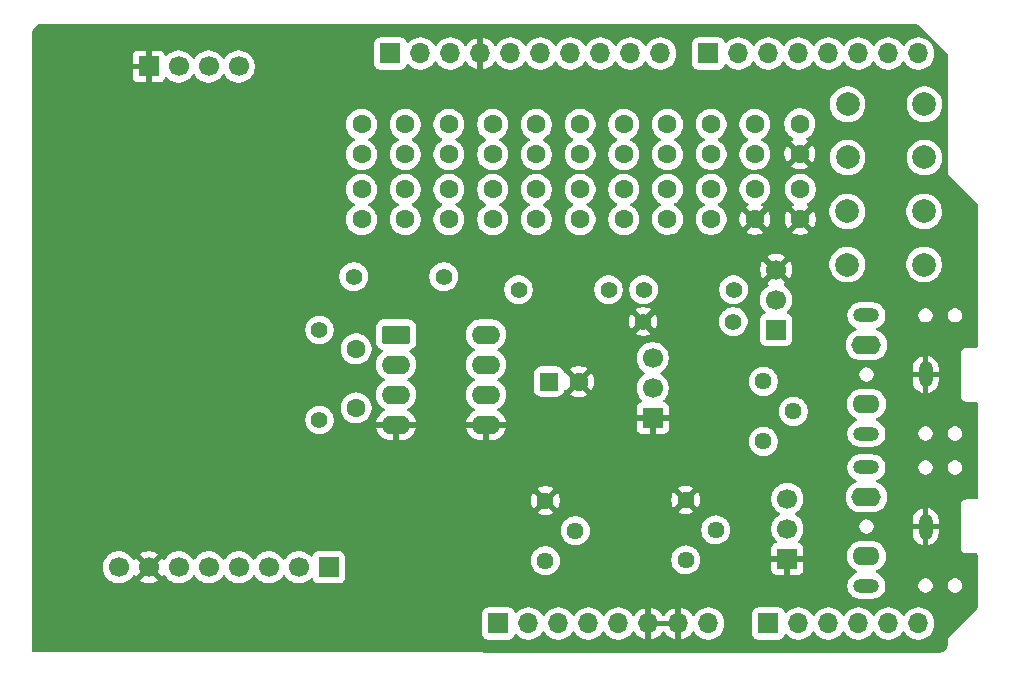
<source format=gbr>
%TF.GenerationSoftware,KiCad,Pcbnew,9.0.7*%
%TF.CreationDate,2026-02-04T16:38:47-07:00*%
%TF.ProjectId,Uno_Shield_DSP,556e6f5f-5368-4696-956c-645f4453502e,rev?*%
%TF.SameCoordinates,Original*%
%TF.FileFunction,Copper,L2,Bot*%
%TF.FilePolarity,Positive*%
%FSLAX46Y46*%
G04 Gerber Fmt 4.6, Leading zero omitted, Abs format (unit mm)*
G04 Created by KiCad (PCBNEW 9.0.7) date 2026-02-04 16:38:47*
%MOMM*%
%LPD*%
G01*
G04 APERTURE LIST*
G04 Aperture macros list*
%AMRoundRect*
0 Rectangle with rounded corners*
0 $1 Rounding radius*
0 $2 $3 $4 $5 $6 $7 $8 $9 X,Y pos of 4 corners*
0 Add a 4 corners polygon primitive as box body*
4,1,4,$2,$3,$4,$5,$6,$7,$8,$9,$2,$3,0*
0 Add four circle primitives for the rounded corners*
1,1,$1+$1,$2,$3*
1,1,$1+$1,$4,$5*
1,1,$1+$1,$6,$7*
1,1,$1+$1,$8,$9*
0 Add four rect primitives between the rounded corners*
20,1,$1+$1,$2,$3,$4,$5,0*
20,1,$1+$1,$4,$5,$6,$7,0*
20,1,$1+$1,$6,$7,$8,$9,0*
20,1,$1+$1,$8,$9,$2,$3,0*%
G04 Aperture macros list end*
%TA.AperFunction,ComponentPad*%
%ADD10C,1.400000*%
%TD*%
%TA.AperFunction,ComponentPad*%
%ADD11R,1.700000X1.700000*%
%TD*%
%TA.AperFunction,ComponentPad*%
%ADD12O,1.700000X1.700000*%
%TD*%
%TA.AperFunction,ComponentPad*%
%ADD13C,1.600000*%
%TD*%
%TA.AperFunction,ComponentPad*%
%ADD14C,2.000000*%
%TD*%
%TA.AperFunction,ComponentPad*%
%ADD15RoundRect,0.250000X-0.950000X-0.550000X0.950000X-0.550000X0.950000X0.550000X-0.950000X0.550000X0*%
%TD*%
%TA.AperFunction,ComponentPad*%
%ADD16O,2.400000X1.600000*%
%TD*%
%TA.AperFunction,ComponentPad*%
%ADD17O,2.200000X1.200000*%
%TD*%
%TA.AperFunction,ComponentPad*%
%ADD18O,2.300000X1.600000*%
%TD*%
%TA.AperFunction,ComponentPad*%
%ADD19O,1.200000X2.200000*%
%TD*%
%TA.AperFunction,ComponentPad*%
%ADD20O,2.500000X1.600000*%
%TD*%
%TA.AperFunction,ComponentPad*%
%ADD21RoundRect,0.250000X-0.550000X-0.550000X0.550000X-0.550000X0.550000X0.550000X-0.550000X0.550000X0*%
%TD*%
%TA.AperFunction,ComponentPad*%
%ADD22C,1.440000*%
%TD*%
%TA.AperFunction,ComponentPad*%
%ADD23C,1.700000*%
%TD*%
G04 APERTURE END LIST*
D10*
%TO.P,R23,1*%
%TO.N,Net-(U1A--)*%
X123300000Y-68100000D03*
%TO.P,R23,2*%
%TO.N,Net-(R13-Pad2)*%
X115680000Y-68100000D03*
%TD*%
D11*
%TO.P,J1,1,Pin_1*%
%TO.N,unconnected-(J1-Pin_1-Pad1)*%
X127940000Y-97460000D03*
D12*
%TO.P,J1,2,Pin_2*%
%TO.N,/IOREF*%
X130480000Y-97460000D03*
%TO.P,J1,3,Pin_3*%
%TO.N,/~{RESET}*%
X133020000Y-97460000D03*
%TO.P,J1,4,Pin_4*%
%TO.N,+3V3*%
X135560000Y-97460000D03*
%TO.P,J1,5,Pin_5*%
%TO.N,+5V*%
X138100000Y-97460000D03*
%TO.P,J1,6,Pin_6*%
%TO.N,GND*%
X140640000Y-97460000D03*
%TO.P,J1,7,Pin_7*%
X143180000Y-97460000D03*
%TO.P,J1,8,Pin_8*%
%TO.N,VCC*%
X145720000Y-97460000D03*
%TD*%
D11*
%TO.P,J3,1,Pin_1*%
%TO.N,/A0*%
X150800000Y-97460000D03*
D12*
%TO.P,J3,2,Pin_2*%
%TO.N,/A1*%
X153340000Y-97460000D03*
%TO.P,J3,3,Pin_3*%
%TO.N,/IN_RIGHT*%
X155880000Y-97460000D03*
%TO.P,J3,4,Pin_4*%
%TO.N,/IN_LEFT*%
X158420000Y-97460000D03*
%TO.P,J3,5,Pin_5*%
%TO.N,/SDA{slash}A4*%
X160960000Y-97460000D03*
%TO.P,J3,6,Pin_6*%
%TO.N,/SCL{slash}A5*%
X163500000Y-97460000D03*
%TD*%
D11*
%TO.P,J2,1,Pin_1*%
%TO.N,/SCL*%
X118796000Y-49200000D03*
D12*
%TO.P,J2,2,Pin_2*%
%TO.N,/SDA*%
X121336000Y-49200000D03*
%TO.P,J2,3,Pin_3*%
%TO.N,/AREF*%
X123876000Y-49200000D03*
%TO.P,J2,4,Pin_4*%
%TO.N,GND*%
X126416000Y-49200000D03*
%TO.P,J2,5,Pin_5*%
%TO.N,/D9*%
X128956000Y-49200000D03*
%TO.P,J2,6,Pin_6*%
%TO.N,/D8*%
X131496000Y-49200000D03*
%TO.P,J2,7,Pin_7*%
%TO.N,/D7*%
X134036000Y-49200000D03*
%TO.P,J2,8,Pin_8*%
%TO.N,/D6*%
X136576000Y-49200000D03*
%TO.P,J2,9,Pin_9*%
%TO.N,/D5*%
X139116000Y-49200000D03*
%TO.P,J2,10,Pin_10*%
%TO.N,/D4*%
X141656000Y-49200000D03*
%TD*%
D11*
%TO.P,J4,1,Pin_1*%
%TO.N,/D3*%
X145720000Y-49200000D03*
D12*
%TO.P,J4,2,Pin_2*%
%TO.N,/D2*%
X148260000Y-49200000D03*
%TO.P,J4,3,Pin_3*%
%TO.N,/D1*%
X150800000Y-49200000D03*
%TO.P,J4,4,Pin_4*%
%TO.N,/D0*%
X153340000Y-49200000D03*
%TO.P,J4,5,Pin_5*%
%TO.N,/BT2*%
X155880000Y-49200000D03*
%TO.P,J4,6,Pin_6*%
%TO.N,/BT1*%
X158420000Y-49200000D03*
%TO.P,J4,7,Pin_7*%
%TO.N,/TX{slash}1*%
X160960000Y-49200000D03*
%TO.P,J4,8,Pin_8*%
%TO.N,/RX{slash}0*%
X163500000Y-49200000D03*
%TD*%
D13*
%TO.P,R9,1*%
%TO.N,/D5*%
X131150000Y-55210000D03*
%TO.P,R9,2*%
%TO.N,Net-(R18-Pad1)*%
X131150000Y-57750000D03*
%TD*%
D14*
%TO.P,SW1,1,1*%
%TO.N,+5V*%
X163975000Y-67075000D03*
X157475000Y-67075000D03*
%TO.P,SW1,2,2*%
%TO.N,/BT2*%
X163975000Y-62575000D03*
X157475000Y-62575000D03*
%TD*%
D13*
%TO.P,R17,1*%
%TO.N,Net-(R17-Pad1)*%
X134850000Y-60710000D03*
%TO.P,R17,2*%
%TO.N,Net-(R16-Pad1)*%
X134850000Y-63250000D03*
%TD*%
%TO.P,C2,1*%
%TO.N,Net-(U1A--)*%
X115890000Y-79210000D03*
%TO.P,C2,2*%
%TO.N,Net-(C2-Pad2)*%
X115890000Y-74210000D03*
%TD*%
D15*
%TO.P,U1,1*%
%TO.N,Net-(C2-Pad2)*%
X119280000Y-73000000D03*
D16*
%TO.P,U1,2,-*%
%TO.N,Net-(U1A--)*%
X119280000Y-75540000D03*
%TO.P,U1,3,+*%
%TO.N,Net-(J9-Pin_2)*%
X119280000Y-78080000D03*
%TO.P,U1,4,V-*%
%TO.N,GND*%
X119280000Y-80620000D03*
%TO.P,U1,5,+*%
X126900000Y-80620000D03*
%TO.P,U1,6,-*%
%TO.N,Net-(U1B--)*%
X126900000Y-78080000D03*
%TO.P,U1,7*%
X126900000Y-75540000D03*
%TO.P,U1,8,V+*%
%TO.N,+5V*%
X126900000Y-73000000D03*
%TD*%
D17*
%TO.P,J13,R*%
%TO.N,/AUDIO_OUT*%
X159100000Y-81375000D03*
D18*
%TO.P,J13,RN*%
X159100000Y-78875000D03*
D19*
%TO.P,J13,S*%
%TO.N,GND*%
X164100000Y-76375000D03*
D17*
%TO.P,J13,T*%
%TO.N,/AUDIO_OUT*%
X159100000Y-71375000D03*
D20*
%TO.P,J13,TN*%
X159100000Y-73875000D03*
%TD*%
D21*
%TO.P,C1,1*%
%TO.N,+5V*%
X132230000Y-76980000D03*
D13*
%TO.P,C1,2*%
%TO.N,GND*%
X134730000Y-76980000D03*
%TD*%
D22*
%TO.P,RV3,1,1*%
%TO.N,Net-(R26-Pad2)*%
X150360000Y-82040000D03*
%TO.P,RV3,2,2*%
%TO.N,Net-(J9-Pin_3)*%
X152900000Y-79500000D03*
%TO.P,RV3,3,3*%
%TO.N,Net-(R27-Pad1)*%
X150360000Y-76960000D03*
%TD*%
D13*
%TO.P,R10,1*%
%TO.N,/D6*%
X127450000Y-55210000D03*
%TO.P,R10,2*%
%TO.N,Net-(R10-Pad2)*%
X127450000Y-57750000D03*
%TD*%
%TO.P,R7,1*%
%TO.N,/D3*%
X138550000Y-55210000D03*
%TO.P,R7,2*%
%TO.N,Net-(R16-Pad1)*%
X138550000Y-57750000D03*
%TD*%
D10*
%TO.P,R26,1*%
%TO.N,+5V*%
X140230000Y-69200000D03*
%TO.P,R26,2*%
%TO.N,Net-(R26-Pad2)*%
X147850000Y-69200000D03*
%TD*%
D11*
%TO.P,J5,1,Pin_1*%
%TO.N,unconnected-(J5-Pin_1-Pad1)*%
X113580000Y-92700000D03*
D23*
%TO.P,J5,2,Pin_2*%
%TO.N,unconnected-(J5-Pin_2-Pad2)*%
X111040000Y-92700000D03*
%TO.P,J5,3,Pin_3*%
%TO.N,unconnected-(J5-Pin_3-Pad3)*%
X108500000Y-92700000D03*
%TO.P,J5,4,Pin_4*%
%TO.N,unconnected-(J5-Pin_4-Pad4)*%
X105960000Y-92700000D03*
%TO.P,J5,5,Pin_5*%
%TO.N,/SDA*%
X103420000Y-92700000D03*
%TO.P,J5,6,Pin_6*%
%TO.N,/SCL*%
X100880000Y-92700000D03*
%TO.P,J5,7,Pin_7*%
%TO.N,GND*%
X98340000Y-92700000D03*
%TO.P,J5,8,Pin_8*%
%TO.N,+5V*%
X95800000Y-92700000D03*
%TD*%
D22*
%TO.P,RV1,1,1*%
%TO.N,+5V*%
X131915000Y-92140000D03*
%TO.P,RV1,2,2*%
%TO.N,/A0*%
X134455000Y-89600000D03*
%TO.P,RV1,3,3*%
%TO.N,GND*%
X131915000Y-87060000D03*
%TD*%
D13*
%TO.P,R1,1*%
%TO.N,/BT2*%
X153500000Y-60700000D03*
%TO.P,R1,2*%
%TO.N,GND*%
X153500000Y-63240000D03*
%TD*%
D11*
%TO.P,J6,1,Pin_1*%
%TO.N,GND*%
X98330000Y-50300000D03*
D23*
%TO.P,J6,2,Pin_2*%
%TO.N,+5V*%
X100870000Y-50300000D03*
%TO.P,J6,3,Pin_3*%
%TO.N,/SCL*%
X103410000Y-50300000D03*
%TO.P,J6,4,Pin_4*%
%TO.N,/SDA*%
X105950000Y-50300000D03*
%TD*%
D13*
%TO.P,R2,1*%
%TO.N,/BT1*%
X153450000Y-55150000D03*
%TO.P,R2,2*%
%TO.N,GND*%
X153450000Y-57690000D03*
%TD*%
%TO.P,R14,1*%
%TO.N,Net-(R14-Pad1)*%
X145950000Y-60700000D03*
%TO.P,R14,2*%
%TO.N,Net-(R14-Pad2)*%
X145950000Y-63240000D03*
%TD*%
%TO.P,R5,1*%
%TO.N,/D1*%
X145950000Y-55200000D03*
%TO.P,R5,2*%
%TO.N,Net-(R14-Pad1)*%
X145950000Y-57740000D03*
%TD*%
%TO.P,R13,1*%
%TO.N,/D9*%
X116350000Y-55210000D03*
%TO.P,R13,2*%
%TO.N,Net-(R13-Pad2)*%
X116350000Y-57750000D03*
%TD*%
%TO.P,R20,1*%
%TO.N,Net-(R11-Pad2)*%
X123750000Y-60710000D03*
%TO.P,R20,2*%
%TO.N,Net-(R10-Pad2)*%
X123750000Y-63250000D03*
%TD*%
D17*
%TO.P,J12,R*%
%TO.N,/IN_RIGHT*%
X159100000Y-94250000D03*
D18*
%TO.P,J12,RN*%
X159100000Y-91750000D03*
D19*
%TO.P,J12,S*%
%TO.N,GND*%
X164100000Y-89250000D03*
D17*
%TO.P,J12,T*%
%TO.N,/IN_LEFT*%
X159100000Y-84250000D03*
D20*
%TO.P,J12,TN*%
X159100000Y-86750000D03*
%TD*%
D13*
%TO.P,R12,1*%
%TO.N,/D8*%
X120050000Y-55210000D03*
%TO.P,R12,2*%
%TO.N,Net-(R12-Pad2)*%
X120050000Y-57750000D03*
%TD*%
%TO.P,R16,1*%
%TO.N,Net-(R16-Pad1)*%
X138550000Y-60710000D03*
%TO.P,R16,2*%
%TO.N,Net-(R15-Pad1)*%
X138550000Y-63250000D03*
%TD*%
D10*
%TO.P,R27,1*%
%TO.N,Net-(R27-Pad1)*%
X147820000Y-71900000D03*
%TO.P,R27,2*%
%TO.N,GND*%
X140200000Y-71900000D03*
%TD*%
D14*
%TO.P,SW2,1,1*%
%TO.N,+5V*%
X164000000Y-58000000D03*
X157500000Y-58000000D03*
%TO.P,SW2,2,2*%
%TO.N,/BT1*%
X164000000Y-53500000D03*
X157500000Y-53500000D03*
%TD*%
D13*
%TO.P,R8,1*%
%TO.N,/D4*%
X134850000Y-55210000D03*
%TO.P,R8,2*%
%TO.N,Net-(R17-Pad1)*%
X134850000Y-57750000D03*
%TD*%
%TO.P,R21,1*%
%TO.N,Net-(R12-Pad2)*%
X120050000Y-60710000D03*
%TO.P,R21,2*%
%TO.N,Net-(R11-Pad2)*%
X120050000Y-63250000D03*
%TD*%
D10*
%TO.P,R25,1*%
%TO.N,/AUDIO_OUT*%
X137260000Y-69200000D03*
%TO.P,R25,2*%
%TO.N,Net-(C2-Pad2)*%
X129640000Y-69200000D03*
%TD*%
D11*
%TO.P,J9,1,Pin_1*%
%TO.N,GND*%
X141000000Y-80080000D03*
D23*
%TO.P,J9,2,Pin_2*%
%TO.N,Net-(J9-Pin_2)*%
X141000000Y-77540000D03*
%TO.P,J9,3,Pin_3*%
%TO.N,Net-(J9-Pin_3)*%
X141000000Y-75000000D03*
%TD*%
D22*
%TO.P,RV2,1,1*%
%TO.N,+5V*%
X143800000Y-92080000D03*
%TO.P,RV2,2,2*%
%TO.N,/A1*%
X146340000Y-89540000D03*
%TO.P,RV2,3,3*%
%TO.N,GND*%
X143800000Y-87000000D03*
%TD*%
D13*
%TO.P,R6,1*%
%TO.N,/D2*%
X142250000Y-55210000D03*
%TO.P,R6,2*%
%TO.N,Net-(R15-Pad1)*%
X142250000Y-57750000D03*
%TD*%
%TO.P,R22,1*%
%TO.N,Net-(R13-Pad2)*%
X116350000Y-60710000D03*
%TO.P,R22,2*%
%TO.N,Net-(R12-Pad2)*%
X116350000Y-63250000D03*
%TD*%
%TO.P,R4,1*%
%TO.N,/D0*%
X149650000Y-55200000D03*
%TO.P,R4,2*%
%TO.N,Net-(R14-Pad2)*%
X149650000Y-57740000D03*
%TD*%
%TO.P,R11,1*%
%TO.N,/D7*%
X123750000Y-55210000D03*
%TO.P,R11,2*%
%TO.N,Net-(R11-Pad2)*%
X123750000Y-57750000D03*
%TD*%
%TO.P,R3,1*%
%TO.N,Net-(R14-Pad2)*%
X149650000Y-60700000D03*
%TO.P,R3,2*%
%TO.N,GND*%
X149650000Y-63240000D03*
%TD*%
%TO.P,R18,1*%
%TO.N,Net-(R18-Pad1)*%
X131150000Y-60710000D03*
%TO.P,R18,2*%
%TO.N,Net-(R17-Pad1)*%
X131150000Y-63250000D03*
%TD*%
%TO.P,R19,1*%
%TO.N,Net-(R10-Pad2)*%
X127450000Y-60710000D03*
%TO.P,R19,2*%
%TO.N,Net-(R18-Pad1)*%
X127450000Y-63250000D03*
%TD*%
D11*
%TO.P,J11,1,Pin_1*%
%TO.N,/AUDIO_OUT*%
X151450000Y-72590000D03*
D23*
%TO.P,J11,2,Pin_2*%
X151450000Y-70050000D03*
%TO.P,J11,3,Pin_3*%
%TO.N,GND*%
X151450000Y-67510000D03*
%TD*%
D13*
%TO.P,R15,1*%
%TO.N,Net-(R15-Pad1)*%
X142250000Y-60700000D03*
%TO.P,R15,2*%
%TO.N,Net-(R14-Pad1)*%
X142250000Y-63240000D03*
%TD*%
D11*
%TO.P,J10,1,Pin_1*%
%TO.N,GND*%
X152400000Y-91980000D03*
D23*
%TO.P,J10,2,Pin_2*%
%TO.N,/IN_RIGHT*%
X152400000Y-89440000D03*
%TO.P,J10,3,Pin_3*%
%TO.N,/IN_LEFT*%
X152400000Y-86900000D03*
%TD*%
D10*
%TO.P,R24,1*%
%TO.N,Net-(C2-Pad2)*%
X112790000Y-72610000D03*
%TO.P,R24,2*%
%TO.N,Net-(U1A--)*%
X112790000Y-80230000D03*
%TD*%
%TA.AperFunction,Conductor*%
%TO.N,GND*%
G36*
X142714075Y-97267007D02*
G01*
X142680000Y-97394174D01*
X142680000Y-97525826D01*
X142714075Y-97652993D01*
X142746988Y-97710000D01*
X141073012Y-97710000D01*
X141105925Y-97652993D01*
X141140000Y-97525826D01*
X141140000Y-97394174D01*
X141105925Y-97267007D01*
X141073012Y-97210000D01*
X142746988Y-97210000D01*
X142714075Y-97267007D01*
G37*
%TD.AperFunction*%
%TA.AperFunction,Conductor*%
G36*
X163417372Y-46735487D02*
G01*
X163484407Y-46755182D01*
X163505033Y-46771806D01*
X165928181Y-49194954D01*
X165961666Y-49256277D01*
X165964500Y-49282635D01*
X165964500Y-59344982D01*
X165964500Y-59375018D01*
X165975994Y-59402767D01*
X165975995Y-59402768D01*
X168468181Y-61894954D01*
X168501666Y-61956277D01*
X168504500Y-61982635D01*
X168504500Y-74000500D01*
X168484815Y-74067539D01*
X168432011Y-74113294D01*
X168380500Y-74124500D01*
X167580000Y-74124500D01*
X167517399Y-74124500D01*
X167410751Y-74153076D01*
X167396460Y-74156906D01*
X167288039Y-74219503D01*
X167288033Y-74219508D01*
X167199507Y-74308034D01*
X167199503Y-74308040D01*
X167136905Y-74416462D01*
X167136904Y-74416465D01*
X167104500Y-74537400D01*
X167104500Y-78175469D01*
X167104500Y-78200000D01*
X167104500Y-78262601D01*
X167136905Y-78383536D01*
X167199505Y-78491964D01*
X167288036Y-78580495D01*
X167396464Y-78643095D01*
X167517399Y-78675500D01*
X167564982Y-78675500D01*
X168380500Y-78675500D01*
X168447539Y-78695185D01*
X168493294Y-78747989D01*
X168504500Y-78799500D01*
X168504500Y-86820500D01*
X168484815Y-86887539D01*
X168432011Y-86933294D01*
X168380500Y-86944500D01*
X167604531Y-86944500D01*
X167580000Y-86944500D01*
X167517399Y-86944500D01*
X167444685Y-86963984D01*
X167396463Y-86976905D01*
X167288037Y-87039504D01*
X167288034Y-87039506D01*
X167199506Y-87128034D01*
X167199504Y-87128037D01*
X167136905Y-87236463D01*
X167136905Y-87236464D01*
X167104500Y-87357399D01*
X167104500Y-87404982D01*
X167104500Y-90995469D01*
X167104500Y-91020000D01*
X167104500Y-91082601D01*
X167136905Y-91203536D01*
X167199505Y-91311964D01*
X167288036Y-91400495D01*
X167396464Y-91463095D01*
X167517399Y-91495500D01*
X167564982Y-91495500D01*
X168380500Y-91495500D01*
X168447539Y-91515185D01*
X168493294Y-91567989D01*
X168504500Y-91619500D01*
X168504500Y-96107364D01*
X168484815Y-96174403D01*
X168468181Y-96195045D01*
X165997233Y-98665994D01*
X165975995Y-98687231D01*
X165964500Y-98714982D01*
X165964500Y-99231907D01*
X165963903Y-99244062D01*
X165952505Y-99359778D01*
X165947763Y-99383618D01*
X165917832Y-99482290D01*
X165915789Y-99489024D01*
X165906486Y-99511482D01*
X165854561Y-99608627D01*
X165841056Y-99628839D01*
X165771176Y-99713988D01*
X165753988Y-99731176D01*
X165668839Y-99801056D01*
X165648627Y-99814561D01*
X165551482Y-99866486D01*
X165529028Y-99875787D01*
X165487028Y-99888528D01*
X165423618Y-99907763D01*
X165399777Y-99912505D01*
X165284072Y-99923901D01*
X165271900Y-99924498D01*
X88599482Y-99913633D01*
X88532446Y-99893939D01*
X88486698Y-99841128D01*
X88475500Y-99789633D01*
X88475500Y-96561345D01*
X126581500Y-96561345D01*
X126581500Y-98358654D01*
X126588011Y-98419202D01*
X126588011Y-98419204D01*
X126639111Y-98556204D01*
X126726739Y-98673261D01*
X126843796Y-98760889D01*
X126980799Y-98811989D01*
X127008050Y-98814918D01*
X127041345Y-98818499D01*
X127041362Y-98818500D01*
X128838638Y-98818500D01*
X128838654Y-98818499D01*
X128865692Y-98815591D01*
X128899201Y-98811989D01*
X129036204Y-98760889D01*
X129153261Y-98673261D01*
X129240889Y-98556204D01*
X129285957Y-98435371D01*
X129327827Y-98379442D01*
X129393291Y-98355025D01*
X129461564Y-98369877D01*
X129489818Y-98391028D01*
X129594996Y-98496206D01*
X129767991Y-98621894D01*
X129854542Y-98665994D01*
X129958516Y-98718972D01*
X129958519Y-98718973D01*
X130060200Y-98752010D01*
X130161884Y-98785049D01*
X130373084Y-98818500D01*
X130373085Y-98818500D01*
X130586915Y-98818500D01*
X130586916Y-98818500D01*
X130798116Y-98785049D01*
X131001483Y-98718972D01*
X131192009Y-98621894D01*
X131365004Y-98496206D01*
X131516206Y-98345004D01*
X131641894Y-98172009D01*
X131641896Y-98172004D01*
X131644270Y-98168132D01*
X131696080Y-98121254D01*
X131765009Y-98109829D01*
X131829173Y-98137483D01*
X131855730Y-98168132D01*
X131858103Y-98172005D01*
X131858105Y-98172008D01*
X131858106Y-98172009D01*
X131983794Y-98345004D01*
X132134996Y-98496206D01*
X132307991Y-98621894D01*
X132394542Y-98665994D01*
X132498516Y-98718972D01*
X132498519Y-98718973D01*
X132600200Y-98752010D01*
X132701884Y-98785049D01*
X132913084Y-98818500D01*
X132913085Y-98818500D01*
X133126915Y-98818500D01*
X133126916Y-98818500D01*
X133338116Y-98785049D01*
X133541483Y-98718972D01*
X133732009Y-98621894D01*
X133905004Y-98496206D01*
X134056206Y-98345004D01*
X134181894Y-98172009D01*
X134181896Y-98172004D01*
X134184270Y-98168132D01*
X134236080Y-98121254D01*
X134305009Y-98109829D01*
X134369173Y-98137483D01*
X134395730Y-98168132D01*
X134398103Y-98172005D01*
X134398105Y-98172008D01*
X134398106Y-98172009D01*
X134523794Y-98345004D01*
X134674996Y-98496206D01*
X134847991Y-98621894D01*
X134934542Y-98665994D01*
X135038516Y-98718972D01*
X135038519Y-98718973D01*
X135140200Y-98752010D01*
X135241884Y-98785049D01*
X135453084Y-98818500D01*
X135453085Y-98818500D01*
X135666915Y-98818500D01*
X135666916Y-98818500D01*
X135878116Y-98785049D01*
X136081483Y-98718972D01*
X136272009Y-98621894D01*
X136445004Y-98496206D01*
X136596206Y-98345004D01*
X136721894Y-98172009D01*
X136721896Y-98172004D01*
X136724270Y-98168132D01*
X136776080Y-98121254D01*
X136845009Y-98109829D01*
X136909173Y-98137483D01*
X136935730Y-98168132D01*
X136938103Y-98172005D01*
X136938105Y-98172008D01*
X136938106Y-98172009D01*
X137063794Y-98345004D01*
X137214996Y-98496206D01*
X137387991Y-98621894D01*
X137474542Y-98665994D01*
X137578516Y-98718972D01*
X137578519Y-98718973D01*
X137680200Y-98752010D01*
X137781884Y-98785049D01*
X137993084Y-98818500D01*
X137993085Y-98818500D01*
X138206915Y-98818500D01*
X138206916Y-98818500D01*
X138418116Y-98785049D01*
X138621483Y-98718972D01*
X138812009Y-98621894D01*
X138985004Y-98496206D01*
X139136206Y-98345004D01*
X139261894Y-98172009D01*
X139264283Y-98167319D01*
X139312254Y-98116522D01*
X139380074Y-98099724D01*
X139446210Y-98122258D01*
X139482201Y-98163788D01*
X139482832Y-98163402D01*
X139485164Y-98167207D01*
X139485251Y-98167308D01*
X139485376Y-98167554D01*
X139610272Y-98339459D01*
X139610276Y-98339464D01*
X139760535Y-98489723D01*
X139760540Y-98489727D01*
X139932442Y-98614620D01*
X140121782Y-98711095D01*
X140323871Y-98776757D01*
X140390000Y-98787231D01*
X140390000Y-97893012D01*
X140447007Y-97925925D01*
X140574174Y-97960000D01*
X140705826Y-97960000D01*
X140832993Y-97925925D01*
X140890000Y-97893012D01*
X140890000Y-98787230D01*
X140956126Y-98776757D01*
X140956129Y-98776757D01*
X141158217Y-98711095D01*
X141347557Y-98614620D01*
X141519459Y-98489727D01*
X141519464Y-98489723D01*
X141669723Y-98339464D01*
X141669727Y-98339459D01*
X141794620Y-98167558D01*
X141799514Y-98157954D01*
X141847488Y-98107157D01*
X141915308Y-98090361D01*
X141981444Y-98112897D01*
X142020486Y-98157954D01*
X142025379Y-98167558D01*
X142150272Y-98339459D01*
X142150276Y-98339464D01*
X142300535Y-98489723D01*
X142300540Y-98489727D01*
X142472442Y-98614620D01*
X142661782Y-98711095D01*
X142863871Y-98776757D01*
X142930000Y-98787231D01*
X142930000Y-97893012D01*
X142987007Y-97925925D01*
X143114174Y-97960000D01*
X143245826Y-97960000D01*
X143372993Y-97925925D01*
X143430000Y-97893012D01*
X143430000Y-98787230D01*
X143496126Y-98776757D01*
X143496129Y-98776757D01*
X143698217Y-98711095D01*
X143887557Y-98614620D01*
X144059459Y-98489727D01*
X144059464Y-98489723D01*
X144209723Y-98339464D01*
X144209727Y-98339459D01*
X144334619Y-98167560D01*
X144334738Y-98167327D01*
X144334808Y-98167252D01*
X144337168Y-98163402D01*
X144337976Y-98163897D01*
X144382707Y-98116526D01*
X144450526Y-98099723D01*
X144516663Y-98122254D01*
X144555712Y-98167311D01*
X144558105Y-98172008D01*
X144600002Y-98229674D01*
X144683794Y-98345004D01*
X144834996Y-98496206D01*
X145007991Y-98621894D01*
X145094542Y-98665994D01*
X145198516Y-98718972D01*
X145198519Y-98718973D01*
X145300200Y-98752010D01*
X145401884Y-98785049D01*
X145613084Y-98818500D01*
X145613085Y-98818500D01*
X145826915Y-98818500D01*
X145826916Y-98818500D01*
X146038116Y-98785049D01*
X146241483Y-98718972D01*
X146432009Y-98621894D01*
X146605004Y-98496206D01*
X146756206Y-98345004D01*
X146881894Y-98172009D01*
X146978972Y-97981483D01*
X147045049Y-97778116D01*
X147078500Y-97566916D01*
X147078500Y-97353084D01*
X147045049Y-97141884D01*
X146978972Y-96938517D01*
X146978972Y-96938516D01*
X146923495Y-96829638D01*
X146881894Y-96747991D01*
X146756206Y-96574996D01*
X146742555Y-96561345D01*
X149441500Y-96561345D01*
X149441500Y-98358654D01*
X149448011Y-98419202D01*
X149448011Y-98419204D01*
X149499111Y-98556204D01*
X149586739Y-98673261D01*
X149703796Y-98760889D01*
X149840799Y-98811989D01*
X149868050Y-98814918D01*
X149901345Y-98818499D01*
X149901362Y-98818500D01*
X151698638Y-98818500D01*
X151698654Y-98818499D01*
X151725692Y-98815591D01*
X151759201Y-98811989D01*
X151896204Y-98760889D01*
X152013261Y-98673261D01*
X152100889Y-98556204D01*
X152145957Y-98435371D01*
X152187827Y-98379442D01*
X152253291Y-98355025D01*
X152321564Y-98369877D01*
X152349818Y-98391028D01*
X152454996Y-98496206D01*
X152627991Y-98621894D01*
X152714542Y-98665994D01*
X152818516Y-98718972D01*
X152818519Y-98718973D01*
X152920200Y-98752010D01*
X153021884Y-98785049D01*
X153233084Y-98818500D01*
X153233085Y-98818500D01*
X153446915Y-98818500D01*
X153446916Y-98818500D01*
X153658116Y-98785049D01*
X153861483Y-98718972D01*
X154052009Y-98621894D01*
X154225004Y-98496206D01*
X154376206Y-98345004D01*
X154501894Y-98172009D01*
X154501896Y-98172004D01*
X154504270Y-98168132D01*
X154556080Y-98121254D01*
X154625009Y-98109829D01*
X154689173Y-98137483D01*
X154715730Y-98168132D01*
X154718103Y-98172005D01*
X154718105Y-98172008D01*
X154718106Y-98172009D01*
X154843794Y-98345004D01*
X154994996Y-98496206D01*
X155167991Y-98621894D01*
X155254542Y-98665994D01*
X155358516Y-98718972D01*
X155358519Y-98718973D01*
X155460200Y-98752010D01*
X155561884Y-98785049D01*
X155773084Y-98818500D01*
X155773085Y-98818500D01*
X155986915Y-98818500D01*
X155986916Y-98818500D01*
X156198116Y-98785049D01*
X156401483Y-98718972D01*
X156592009Y-98621894D01*
X156765004Y-98496206D01*
X156916206Y-98345004D01*
X157041894Y-98172009D01*
X157041896Y-98172004D01*
X157044270Y-98168132D01*
X157096080Y-98121254D01*
X157165009Y-98109829D01*
X157229173Y-98137483D01*
X157255730Y-98168132D01*
X157258103Y-98172005D01*
X157258105Y-98172008D01*
X157258106Y-98172009D01*
X157383794Y-98345004D01*
X157534996Y-98496206D01*
X157707991Y-98621894D01*
X157794542Y-98665994D01*
X157898516Y-98718972D01*
X157898519Y-98718973D01*
X158000200Y-98752010D01*
X158101884Y-98785049D01*
X158313084Y-98818500D01*
X158313085Y-98818500D01*
X158526915Y-98818500D01*
X158526916Y-98818500D01*
X158738116Y-98785049D01*
X158941483Y-98718972D01*
X159132009Y-98621894D01*
X159305004Y-98496206D01*
X159456206Y-98345004D01*
X159581894Y-98172009D01*
X159581896Y-98172004D01*
X159584270Y-98168132D01*
X159636080Y-98121254D01*
X159705009Y-98109829D01*
X159769173Y-98137483D01*
X159795730Y-98168132D01*
X159798103Y-98172005D01*
X159798105Y-98172008D01*
X159798106Y-98172009D01*
X159923794Y-98345004D01*
X160074996Y-98496206D01*
X160247991Y-98621894D01*
X160334542Y-98665994D01*
X160438516Y-98718972D01*
X160438519Y-98718973D01*
X160540200Y-98752010D01*
X160641884Y-98785049D01*
X160853084Y-98818500D01*
X160853085Y-98818500D01*
X161066915Y-98818500D01*
X161066916Y-98818500D01*
X161278116Y-98785049D01*
X161481483Y-98718972D01*
X161672009Y-98621894D01*
X161845004Y-98496206D01*
X161996206Y-98345004D01*
X162121894Y-98172009D01*
X162121896Y-98172004D01*
X162124270Y-98168132D01*
X162176080Y-98121254D01*
X162245009Y-98109829D01*
X162309173Y-98137483D01*
X162335730Y-98168132D01*
X162338103Y-98172005D01*
X162338105Y-98172008D01*
X162338106Y-98172009D01*
X162463794Y-98345004D01*
X162614996Y-98496206D01*
X162787991Y-98621894D01*
X162874542Y-98665994D01*
X162978516Y-98718972D01*
X162978519Y-98718973D01*
X163080200Y-98752010D01*
X163181884Y-98785049D01*
X163393084Y-98818500D01*
X163393085Y-98818500D01*
X163606915Y-98818500D01*
X163606916Y-98818500D01*
X163818116Y-98785049D01*
X164021483Y-98718972D01*
X164212009Y-98621894D01*
X164385004Y-98496206D01*
X164536206Y-98345004D01*
X164661894Y-98172009D01*
X164758972Y-97981483D01*
X164825049Y-97778116D01*
X164858500Y-97566916D01*
X164858500Y-97353084D01*
X164825049Y-97141884D01*
X164758972Y-96938517D01*
X164758972Y-96938516D01*
X164703495Y-96829638D01*
X164661894Y-96747991D01*
X164536206Y-96574996D01*
X164385004Y-96423794D01*
X164212009Y-96298106D01*
X164021483Y-96201027D01*
X164021480Y-96201026D01*
X163818117Y-96134951D01*
X163712516Y-96118225D01*
X163606916Y-96101500D01*
X163393084Y-96101500D01*
X163322684Y-96112650D01*
X163181882Y-96134951D01*
X162978519Y-96201026D01*
X162978516Y-96201027D01*
X162787990Y-96298106D01*
X162614993Y-96423796D01*
X162463796Y-96574993D01*
X162338105Y-96747991D01*
X162335727Y-96751873D01*
X162283914Y-96798748D01*
X162214984Y-96810169D01*
X162150822Y-96782512D01*
X162124273Y-96751873D01*
X162121894Y-96747991D01*
X162121891Y-96747987D01*
X161996206Y-96574996D01*
X161845004Y-96423794D01*
X161672009Y-96298106D01*
X161481483Y-96201027D01*
X161481480Y-96201026D01*
X161278117Y-96134951D01*
X161172516Y-96118225D01*
X161066916Y-96101500D01*
X160853084Y-96101500D01*
X160782684Y-96112650D01*
X160641882Y-96134951D01*
X160438519Y-96201026D01*
X160438516Y-96201027D01*
X160247990Y-96298106D01*
X160074993Y-96423796D01*
X159923796Y-96574993D01*
X159798105Y-96747991D01*
X159795727Y-96751873D01*
X159743914Y-96798748D01*
X159674984Y-96810169D01*
X159610822Y-96782512D01*
X159584273Y-96751873D01*
X159581894Y-96747991D01*
X159581891Y-96747987D01*
X159456206Y-96574996D01*
X159305004Y-96423794D01*
X159132009Y-96298106D01*
X158941483Y-96201027D01*
X158941480Y-96201026D01*
X158738117Y-96134951D01*
X158632516Y-96118225D01*
X158526916Y-96101500D01*
X158313084Y-96101500D01*
X158242684Y-96112650D01*
X158101882Y-96134951D01*
X157898519Y-96201026D01*
X157898516Y-96201027D01*
X157707990Y-96298106D01*
X157534993Y-96423796D01*
X157383796Y-96574993D01*
X157258105Y-96747991D01*
X157255727Y-96751873D01*
X157203914Y-96798748D01*
X157134984Y-96810169D01*
X157070822Y-96782512D01*
X157044273Y-96751873D01*
X157041894Y-96747991D01*
X157041891Y-96747987D01*
X156916206Y-96574996D01*
X156765004Y-96423794D01*
X156592009Y-96298106D01*
X156401483Y-96201027D01*
X156401480Y-96201026D01*
X156198117Y-96134951D01*
X156092516Y-96118225D01*
X155986916Y-96101500D01*
X155773084Y-96101500D01*
X155702684Y-96112650D01*
X155561882Y-96134951D01*
X155358519Y-96201026D01*
X155358516Y-96201027D01*
X155167990Y-96298106D01*
X154994993Y-96423796D01*
X154843796Y-96574993D01*
X154718105Y-96747991D01*
X154715727Y-96751873D01*
X154663914Y-96798748D01*
X154594984Y-96810169D01*
X154530822Y-96782512D01*
X154504273Y-96751873D01*
X154501894Y-96747991D01*
X154501891Y-96747987D01*
X154376206Y-96574996D01*
X154225004Y-96423794D01*
X154052009Y-96298106D01*
X153861483Y-96201027D01*
X153861480Y-96201026D01*
X153658117Y-96134951D01*
X153552516Y-96118225D01*
X153446916Y-96101500D01*
X153233084Y-96101500D01*
X153162684Y-96112650D01*
X153021882Y-96134951D01*
X152818519Y-96201026D01*
X152818516Y-96201027D01*
X152627990Y-96298106D01*
X152454997Y-96423793D01*
X152349818Y-96528972D01*
X152288495Y-96562456D01*
X152218803Y-96557472D01*
X152162870Y-96515600D01*
X152145958Y-96484629D01*
X152100889Y-96363796D01*
X152013261Y-96246739D01*
X151896204Y-96159111D01*
X151895172Y-96158726D01*
X151759203Y-96108011D01*
X151698654Y-96101500D01*
X151698638Y-96101500D01*
X149901362Y-96101500D01*
X149901345Y-96101500D01*
X149840797Y-96108011D01*
X149840795Y-96108011D01*
X149703795Y-96159111D01*
X149586739Y-96246739D01*
X149499111Y-96363795D01*
X149448011Y-96500795D01*
X149448011Y-96500797D01*
X149441500Y-96561345D01*
X146742555Y-96561345D01*
X146605004Y-96423794D01*
X146432009Y-96298106D01*
X146241483Y-96201027D01*
X146241480Y-96201026D01*
X146038117Y-96134951D01*
X145932516Y-96118225D01*
X145826916Y-96101500D01*
X145613084Y-96101500D01*
X145542684Y-96112650D01*
X145401882Y-96134951D01*
X145198519Y-96201026D01*
X145198516Y-96201027D01*
X145007990Y-96298106D01*
X144834993Y-96423796D01*
X144683796Y-96574993D01*
X144558103Y-96747994D01*
X144555709Y-96752693D01*
X144507731Y-96803485D01*
X144439908Y-96820275D01*
X144373775Y-96797732D01*
X144337800Y-96756210D01*
X144337168Y-96756598D01*
X144334829Y-96752781D01*
X144334743Y-96752682D01*
X144334620Y-96752441D01*
X144209727Y-96580540D01*
X144209723Y-96580535D01*
X144059464Y-96430276D01*
X144059459Y-96430272D01*
X143887557Y-96305379D01*
X143698215Y-96208903D01*
X143496124Y-96143241D01*
X143430000Y-96132768D01*
X143430000Y-97026988D01*
X143372993Y-96994075D01*
X143245826Y-96960000D01*
X143114174Y-96960000D01*
X142987007Y-96994075D01*
X142930000Y-97026988D01*
X142930000Y-96132768D01*
X142929999Y-96132768D01*
X142863875Y-96143241D01*
X142661784Y-96208903D01*
X142472442Y-96305379D01*
X142300540Y-96430272D01*
X142300535Y-96430276D01*
X142150276Y-96580535D01*
X142150272Y-96580540D01*
X142025377Y-96752444D01*
X142020484Y-96762048D01*
X141972509Y-96812844D01*
X141904688Y-96829638D01*
X141838553Y-96807100D01*
X141799516Y-96762048D01*
X141794622Y-96752444D01*
X141669727Y-96580540D01*
X141669723Y-96580535D01*
X141519464Y-96430276D01*
X141519459Y-96430272D01*
X141347557Y-96305379D01*
X141158215Y-96208903D01*
X140956124Y-96143241D01*
X140890000Y-96132768D01*
X140890000Y-97026988D01*
X140832993Y-96994075D01*
X140705826Y-96960000D01*
X140574174Y-96960000D01*
X140447007Y-96994075D01*
X140390000Y-97026988D01*
X140390000Y-96132768D01*
X140389999Y-96132768D01*
X140323875Y-96143241D01*
X140121784Y-96208903D01*
X139932442Y-96305379D01*
X139760540Y-96430272D01*
X139760535Y-96430276D01*
X139610276Y-96580535D01*
X139610272Y-96580540D01*
X139485376Y-96752446D01*
X139485374Y-96752448D01*
X139485246Y-96752701D01*
X139485172Y-96752779D01*
X139482832Y-96756598D01*
X139482029Y-96756106D01*
X139437264Y-96803489D01*
X139369441Y-96820274D01*
X139303309Y-96797727D01*
X139264285Y-96752683D01*
X139261895Y-96747992D01*
X139230472Y-96704742D01*
X139136206Y-96574996D01*
X138985004Y-96423794D01*
X138812009Y-96298106D01*
X138621483Y-96201027D01*
X138621480Y-96201026D01*
X138418117Y-96134951D01*
X138312516Y-96118225D01*
X138206916Y-96101500D01*
X137993084Y-96101500D01*
X137922684Y-96112650D01*
X137781882Y-96134951D01*
X137578519Y-96201026D01*
X137578516Y-96201027D01*
X137387990Y-96298106D01*
X137214993Y-96423796D01*
X137063796Y-96574993D01*
X136938105Y-96747991D01*
X136935727Y-96751873D01*
X136883914Y-96798748D01*
X136814984Y-96810169D01*
X136750822Y-96782512D01*
X136724273Y-96751873D01*
X136721894Y-96747991D01*
X136721891Y-96747987D01*
X136596206Y-96574996D01*
X136445004Y-96423794D01*
X136272009Y-96298106D01*
X136081483Y-96201027D01*
X136081480Y-96201026D01*
X135878117Y-96134951D01*
X135772516Y-96118225D01*
X135666916Y-96101500D01*
X135453084Y-96101500D01*
X135382684Y-96112650D01*
X135241882Y-96134951D01*
X135038519Y-96201026D01*
X135038516Y-96201027D01*
X134847990Y-96298106D01*
X134674993Y-96423796D01*
X134523796Y-96574993D01*
X134398105Y-96747991D01*
X134395727Y-96751873D01*
X134343914Y-96798748D01*
X134274984Y-96810169D01*
X134210822Y-96782512D01*
X134184273Y-96751873D01*
X134181894Y-96747991D01*
X134181891Y-96747987D01*
X134056206Y-96574996D01*
X133905004Y-96423794D01*
X133732009Y-96298106D01*
X133541483Y-96201027D01*
X133541480Y-96201026D01*
X133338117Y-96134951D01*
X133232516Y-96118225D01*
X133126916Y-96101500D01*
X132913084Y-96101500D01*
X132842684Y-96112650D01*
X132701882Y-96134951D01*
X132498519Y-96201026D01*
X132498516Y-96201027D01*
X132307990Y-96298106D01*
X132134993Y-96423796D01*
X131983796Y-96574993D01*
X131858105Y-96747991D01*
X131855727Y-96751873D01*
X131803914Y-96798748D01*
X131734984Y-96810169D01*
X131670822Y-96782512D01*
X131644273Y-96751873D01*
X131641894Y-96747991D01*
X131641891Y-96747987D01*
X131516206Y-96574996D01*
X131365004Y-96423794D01*
X131192009Y-96298106D01*
X131001483Y-96201027D01*
X131001480Y-96201026D01*
X130798117Y-96134951D01*
X130692516Y-96118225D01*
X130586916Y-96101500D01*
X130373084Y-96101500D01*
X130302684Y-96112650D01*
X130161882Y-96134951D01*
X129958519Y-96201026D01*
X129958516Y-96201027D01*
X129767990Y-96298106D01*
X129594997Y-96423793D01*
X129489818Y-96528972D01*
X129428495Y-96562456D01*
X129358803Y-96557472D01*
X129302870Y-96515600D01*
X129285958Y-96484629D01*
X129240889Y-96363796D01*
X129153261Y-96246739D01*
X129036204Y-96159111D01*
X129035172Y-96158726D01*
X128899203Y-96108011D01*
X128838654Y-96101500D01*
X128838638Y-96101500D01*
X127041362Y-96101500D01*
X127041345Y-96101500D01*
X126980797Y-96108011D01*
X126980795Y-96108011D01*
X126843795Y-96159111D01*
X126726739Y-96246739D01*
X126639111Y-96363795D01*
X126588011Y-96500795D01*
X126588011Y-96500797D01*
X126581500Y-96561345D01*
X88475500Y-96561345D01*
X88475500Y-92593084D01*
X94441500Y-92593084D01*
X94441500Y-92806915D01*
X94474951Y-93018117D01*
X94541026Y-93221480D01*
X94541027Y-93221483D01*
X94633915Y-93403783D01*
X94638106Y-93412009D01*
X94763794Y-93585004D01*
X94914996Y-93736206D01*
X95087991Y-93861894D01*
X95126058Y-93881290D01*
X95278516Y-93958972D01*
X95278519Y-93958973D01*
X95375318Y-93990424D01*
X95481884Y-94025049D01*
X95693084Y-94058500D01*
X95693085Y-94058500D01*
X95906915Y-94058500D01*
X95906916Y-94058500D01*
X96118116Y-94025049D01*
X96321483Y-93958972D01*
X96512009Y-93861894D01*
X96685004Y-93736206D01*
X96836206Y-93585004D01*
X96961894Y-93412009D01*
X96964283Y-93407319D01*
X97012254Y-93356522D01*
X97080074Y-93339724D01*
X97146210Y-93362258D01*
X97182196Y-93403783D01*
X97182829Y-93403396D01*
X97185167Y-93407211D01*
X97185251Y-93407308D01*
X97185371Y-93407545D01*
X97185373Y-93407547D01*
X97224728Y-93461716D01*
X97857037Y-92829408D01*
X97874075Y-92892993D01*
X97939901Y-93007007D01*
X98032993Y-93100099D01*
X98147007Y-93165925D01*
X98210590Y-93182962D01*
X97578282Y-93815269D01*
X97578282Y-93815270D01*
X97632449Y-93854624D01*
X97821782Y-93951095D01*
X98023870Y-94016757D01*
X98233754Y-94050000D01*
X98446246Y-94050000D01*
X98656127Y-94016757D01*
X98656130Y-94016757D01*
X98858217Y-93951095D01*
X99047554Y-93854622D01*
X99101716Y-93815270D01*
X99101717Y-93815270D01*
X98469408Y-93182962D01*
X98532993Y-93165925D01*
X98647007Y-93100099D01*
X98740099Y-93007007D01*
X98805925Y-92892993D01*
X98822962Y-92829408D01*
X99455270Y-93461717D01*
X99455270Y-93461716D01*
X99494621Y-93407556D01*
X99494738Y-93407327D01*
X99494808Y-93407252D01*
X99497168Y-93403402D01*
X99497976Y-93403897D01*
X99542707Y-93356526D01*
X99610526Y-93339723D01*
X99676663Y-93362254D01*
X99715712Y-93407311D01*
X99718105Y-93412008D01*
X99754220Y-93461716D01*
X99843794Y-93585004D01*
X99994996Y-93736206D01*
X100167991Y-93861894D01*
X100206058Y-93881290D01*
X100358516Y-93958972D01*
X100358519Y-93958973D01*
X100455318Y-93990424D01*
X100561884Y-94025049D01*
X100773084Y-94058500D01*
X100773085Y-94058500D01*
X100986915Y-94058500D01*
X100986916Y-94058500D01*
X101198116Y-94025049D01*
X101401483Y-93958972D01*
X101592009Y-93861894D01*
X101765004Y-93736206D01*
X101916206Y-93585004D01*
X102041894Y-93412009D01*
X102041896Y-93412004D01*
X102044270Y-93408132D01*
X102096080Y-93361254D01*
X102165009Y-93349829D01*
X102229173Y-93377483D01*
X102255730Y-93408132D01*
X102258103Y-93412005D01*
X102258105Y-93412008D01*
X102258106Y-93412009D01*
X102383794Y-93585004D01*
X102534996Y-93736206D01*
X102707991Y-93861894D01*
X102746058Y-93881290D01*
X102898516Y-93958972D01*
X102898519Y-93958973D01*
X102995318Y-93990424D01*
X103101884Y-94025049D01*
X103313084Y-94058500D01*
X103313085Y-94058500D01*
X103526915Y-94058500D01*
X103526916Y-94058500D01*
X103738116Y-94025049D01*
X103941483Y-93958972D01*
X104132009Y-93861894D01*
X104305004Y-93736206D01*
X104456206Y-93585004D01*
X104581894Y-93412009D01*
X104581896Y-93412004D01*
X104584270Y-93408132D01*
X104636080Y-93361254D01*
X104705009Y-93349829D01*
X104769173Y-93377483D01*
X104795730Y-93408132D01*
X104798103Y-93412005D01*
X104798105Y-93412008D01*
X104798106Y-93412009D01*
X104923794Y-93585004D01*
X105074996Y-93736206D01*
X105247991Y-93861894D01*
X105286058Y-93881290D01*
X105438516Y-93958972D01*
X105438519Y-93958973D01*
X105535318Y-93990424D01*
X105641884Y-94025049D01*
X105853084Y-94058500D01*
X105853085Y-94058500D01*
X106066915Y-94058500D01*
X106066916Y-94058500D01*
X106278116Y-94025049D01*
X106481483Y-93958972D01*
X106672009Y-93861894D01*
X106845004Y-93736206D01*
X106996206Y-93585004D01*
X107121894Y-93412009D01*
X107121896Y-93412004D01*
X107124270Y-93408132D01*
X107176080Y-93361254D01*
X107245009Y-93349829D01*
X107309173Y-93377483D01*
X107335730Y-93408132D01*
X107338103Y-93412005D01*
X107338105Y-93412008D01*
X107338106Y-93412009D01*
X107463794Y-93585004D01*
X107614996Y-93736206D01*
X107787991Y-93861894D01*
X107826058Y-93881290D01*
X107978516Y-93958972D01*
X107978519Y-93958973D01*
X108075318Y-93990424D01*
X108181884Y-94025049D01*
X108393084Y-94058500D01*
X108393085Y-94058500D01*
X108606915Y-94058500D01*
X108606916Y-94058500D01*
X108818116Y-94025049D01*
X109021483Y-93958972D01*
X109212009Y-93861894D01*
X109385004Y-93736206D01*
X109536206Y-93585004D01*
X109661894Y-93412009D01*
X109661896Y-93412004D01*
X109664270Y-93408132D01*
X109716080Y-93361254D01*
X109785009Y-93349829D01*
X109849173Y-93377483D01*
X109875730Y-93408132D01*
X109878103Y-93412005D01*
X109878105Y-93412008D01*
X109878106Y-93412009D01*
X110003794Y-93585004D01*
X110154996Y-93736206D01*
X110327991Y-93861894D01*
X110366058Y-93881290D01*
X110518516Y-93958972D01*
X110518519Y-93958973D01*
X110615318Y-93990424D01*
X110721884Y-94025049D01*
X110933084Y-94058500D01*
X110933085Y-94058500D01*
X111146915Y-94058500D01*
X111146916Y-94058500D01*
X111358116Y-94025049D01*
X111561483Y-93958972D01*
X111752009Y-93861894D01*
X111925004Y-93736206D01*
X112030184Y-93631025D01*
X112091503Y-93597543D01*
X112161195Y-93602527D01*
X112217129Y-93644398D01*
X112234043Y-93675375D01*
X112279110Y-93796203D01*
X112279111Y-93796204D01*
X112366739Y-93913261D01*
X112483796Y-94000889D01*
X112620799Y-94051989D01*
X112648050Y-94054918D01*
X112681345Y-94058499D01*
X112681362Y-94058500D01*
X114478638Y-94058500D01*
X114478654Y-94058499D01*
X114505692Y-94055591D01*
X114539201Y-94051989D01*
X114676204Y-94000889D01*
X114793261Y-93913261D01*
X114880889Y-93796204D01*
X114931989Y-93659201D01*
X114935591Y-93625692D01*
X114938499Y-93598654D01*
X114938500Y-93598637D01*
X114938500Y-92043315D01*
X130686500Y-92043315D01*
X130686500Y-92236684D01*
X130716750Y-92427675D01*
X130776502Y-92611577D01*
X130776503Y-92611580D01*
X130833722Y-92723877D01*
X130846048Y-92748069D01*
X130864294Y-92783877D01*
X130977946Y-92940307D01*
X130977950Y-92940312D01*
X131114687Y-93077049D01*
X131114692Y-93077053D01*
X131203397Y-93141500D01*
X131271126Y-93190708D01*
X131333934Y-93222710D01*
X131443419Y-93278496D01*
X131443422Y-93278497D01*
X131515531Y-93301926D01*
X131627326Y-93338250D01*
X131818315Y-93368500D01*
X131818316Y-93368500D01*
X132011684Y-93368500D01*
X132011685Y-93368500D01*
X132202674Y-93338250D01*
X132386580Y-93278496D01*
X132558874Y-93190708D01*
X132715314Y-93077048D01*
X132852048Y-92940314D01*
X132965708Y-92783874D01*
X133053496Y-92611580D01*
X133113250Y-92427674D01*
X133143500Y-92236685D01*
X133143500Y-92043315D01*
X133133997Y-91983315D01*
X142571500Y-91983315D01*
X142571500Y-92176685D01*
X142575193Y-92200000D01*
X142601750Y-92367675D01*
X142661502Y-92551577D01*
X142661503Y-92551580D01*
X142749294Y-92723877D01*
X142862946Y-92880307D01*
X142862950Y-92880312D01*
X142999687Y-93017049D01*
X142999692Y-93017053D01*
X143113996Y-93100099D01*
X143156126Y-93130708D01*
X143266523Y-93186958D01*
X143328419Y-93218496D01*
X143328422Y-93218497D01*
X143420373Y-93248373D01*
X143512326Y-93278250D01*
X143703315Y-93308500D01*
X143703316Y-93308500D01*
X143896684Y-93308500D01*
X143896685Y-93308500D01*
X144087674Y-93278250D01*
X144271580Y-93218496D01*
X144443874Y-93130708D01*
X144600314Y-93017048D01*
X144737048Y-92880314D01*
X144850708Y-92723874D01*
X144938496Y-92551580D01*
X144998250Y-92367674D01*
X145028500Y-92176685D01*
X145028500Y-91983315D01*
X144998250Y-91792326D01*
X144956488Y-91663794D01*
X144938497Y-91608422D01*
X144938496Y-91608419D01*
X144881277Y-91496122D01*
X144850708Y-91436126D01*
X144784138Y-91344500D01*
X144737053Y-91279692D01*
X144737049Y-91279687D01*
X144600312Y-91142950D01*
X144600307Y-91142946D01*
X144443877Y-91029294D01*
X144443876Y-91029293D01*
X144443874Y-91029292D01*
X144388675Y-91001166D01*
X144271580Y-90941503D01*
X144271577Y-90941502D01*
X144087675Y-90881750D01*
X143992179Y-90866625D01*
X143896685Y-90851500D01*
X143703315Y-90851500D01*
X143639652Y-90861583D01*
X143512324Y-90881750D01*
X143328422Y-90941502D01*
X143328419Y-90941503D01*
X143156122Y-91029294D01*
X142999692Y-91142946D01*
X142999687Y-91142950D01*
X142862950Y-91279687D01*
X142862946Y-91279692D01*
X142749294Y-91436122D01*
X142661503Y-91608419D01*
X142661502Y-91608422D01*
X142601750Y-91792324D01*
X142598160Y-91814993D01*
X142571500Y-91983315D01*
X133133997Y-91983315D01*
X133113250Y-91852326D01*
X133077013Y-91740799D01*
X133053497Y-91668422D01*
X133053496Y-91668419D01*
X132990804Y-91545380D01*
X132965708Y-91496126D01*
X132925677Y-91441028D01*
X132852053Y-91339692D01*
X132852049Y-91339687D01*
X132715312Y-91202950D01*
X132715307Y-91202946D01*
X132558877Y-91089294D01*
X132558876Y-91089293D01*
X132558874Y-91089292D01*
X132503675Y-91061166D01*
X132386580Y-91001503D01*
X132386577Y-91001502D01*
X132202675Y-90941750D01*
X132107179Y-90926625D01*
X132011685Y-90911500D01*
X131818315Y-90911500D01*
X131754652Y-90921583D01*
X131627324Y-90941750D01*
X131443422Y-91001502D01*
X131443419Y-91001503D01*
X131271122Y-91089294D01*
X131114692Y-91202946D01*
X131114687Y-91202950D01*
X130977950Y-91339687D01*
X130977946Y-91339692D01*
X130864294Y-91496122D01*
X130776503Y-91668419D01*
X130776502Y-91668422D01*
X130716750Y-91852324D01*
X130686500Y-92043315D01*
X114938500Y-92043315D01*
X114938500Y-91801362D01*
X114938499Y-91801345D01*
X114935018Y-91768971D01*
X114931989Y-91740799D01*
X114927961Y-91730000D01*
X114903267Y-91663794D01*
X114880889Y-91603796D01*
X114793261Y-91486739D01*
X114676204Y-91399111D01*
X114539203Y-91348011D01*
X114478654Y-91341500D01*
X114478638Y-91341500D01*
X112681362Y-91341500D01*
X112681345Y-91341500D01*
X112620797Y-91348011D01*
X112620795Y-91348011D01*
X112483795Y-91399111D01*
X112366739Y-91486739D01*
X112279111Y-91603795D01*
X112234043Y-91724625D01*
X112192171Y-91780558D01*
X112126707Y-91804974D01*
X112058434Y-91790122D01*
X112030181Y-91768971D01*
X111925006Y-91663796D01*
X111925004Y-91663794D01*
X111752009Y-91538106D01*
X111561483Y-91441027D01*
X111561480Y-91441026D01*
X111358117Y-91374951D01*
X111238427Y-91355994D01*
X111146916Y-91341500D01*
X110933084Y-91341500D01*
X110862684Y-91352650D01*
X110721882Y-91374951D01*
X110518519Y-91441026D01*
X110518516Y-91441027D01*
X110327990Y-91538106D01*
X110154993Y-91663796D01*
X110003796Y-91814993D01*
X109878105Y-91987991D01*
X109875727Y-91991873D01*
X109823914Y-92038748D01*
X109754984Y-92050169D01*
X109690822Y-92022512D01*
X109664273Y-91991873D01*
X109661894Y-91987991D01*
X109608263Y-91914174D01*
X109536206Y-91814996D01*
X109385004Y-91663794D01*
X109212009Y-91538106D01*
X109021483Y-91441027D01*
X109021480Y-91441026D01*
X108818117Y-91374951D01*
X108698427Y-91355994D01*
X108606916Y-91341500D01*
X108393084Y-91341500D01*
X108322684Y-91352650D01*
X108181882Y-91374951D01*
X107978519Y-91441026D01*
X107978516Y-91441027D01*
X107787990Y-91538106D01*
X107614993Y-91663796D01*
X107463796Y-91814993D01*
X107338105Y-91987991D01*
X107335727Y-91991873D01*
X107283914Y-92038748D01*
X107214984Y-92050169D01*
X107150822Y-92022512D01*
X107124273Y-91991873D01*
X107121894Y-91987991D01*
X107068263Y-91914174D01*
X106996206Y-91814996D01*
X106845004Y-91663794D01*
X106672009Y-91538106D01*
X106481483Y-91441027D01*
X106481480Y-91441026D01*
X106278117Y-91374951D01*
X106158427Y-91355994D01*
X106066916Y-91341500D01*
X105853084Y-91341500D01*
X105782684Y-91352650D01*
X105641882Y-91374951D01*
X105438519Y-91441026D01*
X105438516Y-91441027D01*
X105247990Y-91538106D01*
X105074993Y-91663796D01*
X104923796Y-91814993D01*
X104798105Y-91987991D01*
X104795727Y-91991873D01*
X104743914Y-92038748D01*
X104674984Y-92050169D01*
X104610822Y-92022512D01*
X104584273Y-91991873D01*
X104581894Y-91987991D01*
X104528263Y-91914174D01*
X104456206Y-91814996D01*
X104305004Y-91663794D01*
X104132009Y-91538106D01*
X103941483Y-91441027D01*
X103941480Y-91441026D01*
X103738117Y-91374951D01*
X103618427Y-91355994D01*
X103526916Y-91341500D01*
X103313084Y-91341500D01*
X103242684Y-91352650D01*
X103101882Y-91374951D01*
X102898519Y-91441026D01*
X102898516Y-91441027D01*
X102707990Y-91538106D01*
X102534993Y-91663796D01*
X102383796Y-91814993D01*
X102258105Y-91987991D01*
X102255727Y-91991873D01*
X102203914Y-92038748D01*
X102134984Y-92050169D01*
X102070822Y-92022512D01*
X102044273Y-91991873D01*
X102041894Y-91987991D01*
X101988263Y-91914174D01*
X101916206Y-91814996D01*
X101765004Y-91663794D01*
X101592009Y-91538106D01*
X101401483Y-91441027D01*
X101401480Y-91441026D01*
X101198117Y-91374951D01*
X101078427Y-91355994D01*
X100986916Y-91341500D01*
X100773084Y-91341500D01*
X100702684Y-91352650D01*
X100561882Y-91374951D01*
X100358519Y-91441026D01*
X100358516Y-91441027D01*
X100167990Y-91538106D01*
X99994993Y-91663796D01*
X99843796Y-91814993D01*
X99718103Y-91987994D01*
X99715709Y-91992693D01*
X99667731Y-92043485D01*
X99599908Y-92060275D01*
X99533775Y-92037732D01*
X99497804Y-91996215D01*
X99497171Y-91996604D01*
X99494826Y-91992778D01*
X99494743Y-91992682D01*
X99494624Y-91992449D01*
X99455270Y-91938282D01*
X99455269Y-91938282D01*
X98822962Y-92570590D01*
X98805925Y-92507007D01*
X98740099Y-92392993D01*
X98647007Y-92299901D01*
X98532993Y-92234075D01*
X98469409Y-92217037D01*
X99101716Y-91584728D01*
X99047550Y-91545375D01*
X98858217Y-91448904D01*
X98656129Y-91383242D01*
X98446246Y-91350000D01*
X98233754Y-91350000D01*
X98023872Y-91383242D01*
X98023869Y-91383242D01*
X97821782Y-91448904D01*
X97632439Y-91545380D01*
X97578282Y-91584727D01*
X97578282Y-91584728D01*
X98210591Y-92217037D01*
X98147007Y-92234075D01*
X98032993Y-92299901D01*
X97939901Y-92392993D01*
X97874075Y-92507007D01*
X97857037Y-92570591D01*
X97224728Y-91938282D01*
X97224727Y-91938282D01*
X97185380Y-91992440D01*
X97185374Y-91992449D01*
X97185246Y-91992702D01*
X97185172Y-91992780D01*
X97182838Y-91996590D01*
X97182036Y-91996099D01*
X97137264Y-92043490D01*
X97069441Y-92060275D01*
X97003309Y-92037728D01*
X96964283Y-91992680D01*
X96961894Y-91987991D01*
X96836206Y-91814996D01*
X96685004Y-91663794D01*
X96512009Y-91538106D01*
X96321483Y-91441027D01*
X96321480Y-91441026D01*
X96118117Y-91374951D01*
X95998427Y-91355994D01*
X95906916Y-91341500D01*
X95693084Y-91341500D01*
X95622684Y-91352650D01*
X95481882Y-91374951D01*
X95278519Y-91441026D01*
X95278516Y-91441027D01*
X95087990Y-91538106D01*
X94914993Y-91663796D01*
X94763796Y-91814993D01*
X94638106Y-91987990D01*
X94541027Y-92178516D01*
X94541026Y-92178519D01*
X94474951Y-92381882D01*
X94441500Y-92593084D01*
X88475500Y-92593084D01*
X88475500Y-89503315D01*
X133226500Y-89503315D01*
X133226500Y-89696684D01*
X133256750Y-89887675D01*
X133316502Y-90071577D01*
X133316503Y-90071580D01*
X133404294Y-90243877D01*
X133517946Y-90400307D01*
X133517950Y-90400312D01*
X133654687Y-90537049D01*
X133654692Y-90537053D01*
X133739653Y-90598780D01*
X133811126Y-90650708D01*
X133905850Y-90698972D01*
X133983419Y-90738496D01*
X133983422Y-90738497D01*
X134024772Y-90751932D01*
X134167326Y-90798250D01*
X134358315Y-90828500D01*
X134358316Y-90828500D01*
X134551684Y-90828500D01*
X134551685Y-90828500D01*
X134742674Y-90798250D01*
X134926580Y-90738496D01*
X135098874Y-90650708D01*
X135255314Y-90537048D01*
X135392048Y-90400314D01*
X135505708Y-90243874D01*
X135593496Y-90071580D01*
X135653250Y-89887674D01*
X135683500Y-89696685D01*
X135683500Y-89503315D01*
X135673997Y-89443315D01*
X145111500Y-89443315D01*
X145111500Y-89636684D01*
X145141750Y-89827675D01*
X145201502Y-90011577D01*
X145201503Y-90011580D01*
X145289294Y-90183877D01*
X145402946Y-90340307D01*
X145402950Y-90340312D01*
X145539687Y-90477049D01*
X145539692Y-90477053D01*
X145622708Y-90537367D01*
X145696126Y-90590708D01*
X145794145Y-90640651D01*
X145868419Y-90678496D01*
X145868422Y-90678497D01*
X145931439Y-90698972D01*
X146052326Y-90738250D01*
X146243315Y-90768500D01*
X146243316Y-90768500D01*
X146436684Y-90768500D01*
X146436685Y-90768500D01*
X146627674Y-90738250D01*
X146811580Y-90678496D01*
X146983874Y-90590708D01*
X147140314Y-90477048D01*
X147277048Y-90340314D01*
X147390708Y-90183874D01*
X147478496Y-90011580D01*
X147538250Y-89827674D01*
X147568500Y-89636685D01*
X147568500Y-89443315D01*
X147538250Y-89252326D01*
X147478496Y-89068420D01*
X147478496Y-89068419D01*
X147421277Y-88956122D01*
X147390708Y-88896126D01*
X147320645Y-88799692D01*
X147277053Y-88739692D01*
X147277049Y-88739687D01*
X147140312Y-88602950D01*
X147140307Y-88602946D01*
X146983877Y-88489294D01*
X146983876Y-88489293D01*
X146983874Y-88489292D01*
X146928675Y-88461166D01*
X146811580Y-88401503D01*
X146811577Y-88401502D01*
X146627675Y-88341750D01*
X146532179Y-88326625D01*
X146436685Y-88311500D01*
X146243315Y-88311500D01*
X146179652Y-88321583D01*
X146052324Y-88341750D01*
X145868422Y-88401502D01*
X145868419Y-88401503D01*
X145696122Y-88489294D01*
X145539692Y-88602946D01*
X145539687Y-88602950D01*
X145402950Y-88739687D01*
X145402946Y-88739692D01*
X145289294Y-88896122D01*
X145201503Y-89068419D01*
X145201502Y-89068422D01*
X145141750Y-89252324D01*
X145111500Y-89443315D01*
X135673997Y-89443315D01*
X135653250Y-89312326D01*
X135607313Y-89170945D01*
X135593497Y-89128422D01*
X135593496Y-89128419D01*
X135537344Y-89018216D01*
X135505708Y-88956126D01*
X135451337Y-88881290D01*
X135392053Y-88799692D01*
X135392049Y-88799687D01*
X135255312Y-88662950D01*
X135255307Y-88662946D01*
X135098877Y-88549294D01*
X135098876Y-88549293D01*
X135098874Y-88549292D01*
X135043675Y-88521166D01*
X134926580Y-88461503D01*
X134926577Y-88461502D01*
X134742675Y-88401750D01*
X134647179Y-88386625D01*
X134551685Y-88371500D01*
X134358315Y-88371500D01*
X134294652Y-88381583D01*
X134167324Y-88401750D01*
X133983422Y-88461502D01*
X133983419Y-88461503D01*
X133811122Y-88549294D01*
X133654692Y-88662946D01*
X133654687Y-88662950D01*
X133517950Y-88799687D01*
X133517946Y-88799692D01*
X133404294Y-88956122D01*
X133316503Y-89128419D01*
X133316502Y-89128422D01*
X133256750Y-89312324D01*
X133226500Y-89503315D01*
X88475500Y-89503315D01*
X88475500Y-86963984D01*
X130695000Y-86963984D01*
X130695000Y-87156015D01*
X130725040Y-87345684D01*
X130784383Y-87528321D01*
X130871561Y-87699415D01*
X130892798Y-87728646D01*
X131515000Y-87106445D01*
X131515000Y-87112661D01*
X131542259Y-87214394D01*
X131594920Y-87305606D01*
X131669394Y-87380080D01*
X131760606Y-87432741D01*
X131862339Y-87460000D01*
X131868554Y-87460000D01*
X131246351Y-88082200D01*
X131246352Y-88082201D01*
X131275577Y-88103434D01*
X131446678Y-88190616D01*
X131629315Y-88249959D01*
X131818985Y-88280000D01*
X132011015Y-88280000D01*
X132200684Y-88249959D01*
X132383321Y-88190616D01*
X132554419Y-88103436D01*
X132583646Y-88082201D01*
X132583646Y-88082200D01*
X132564068Y-88062622D01*
X131961447Y-87460000D01*
X131967661Y-87460000D01*
X132069394Y-87432741D01*
X132160606Y-87380080D01*
X132235080Y-87305606D01*
X132287741Y-87214394D01*
X132315000Y-87112661D01*
X132315000Y-87106446D01*
X132937200Y-87728646D01*
X132937201Y-87728646D01*
X132958436Y-87699419D01*
X133045616Y-87528321D01*
X133104959Y-87345684D01*
X133135000Y-87156015D01*
X133135000Y-86963986D01*
X133127797Y-86918511D01*
X133127797Y-86918510D01*
X133125496Y-86903984D01*
X142580000Y-86903984D01*
X142580000Y-87096015D01*
X142610040Y-87285684D01*
X142669383Y-87468321D01*
X142756561Y-87639415D01*
X142777798Y-87668646D01*
X143400000Y-87046445D01*
X143400000Y-87052661D01*
X143427259Y-87154394D01*
X143479920Y-87245606D01*
X143554394Y-87320080D01*
X143645606Y-87372741D01*
X143747339Y-87400000D01*
X143753554Y-87400000D01*
X143131351Y-88022200D01*
X143131352Y-88022201D01*
X143160577Y-88043434D01*
X143331678Y-88130616D01*
X143514315Y-88189959D01*
X143703985Y-88220000D01*
X143896015Y-88220000D01*
X144085684Y-88189959D01*
X144268321Y-88130616D01*
X144439419Y-88043436D01*
X144468646Y-88022201D01*
X144468646Y-88022200D01*
X143846447Y-87400000D01*
X143852661Y-87400000D01*
X143954394Y-87372741D01*
X144045606Y-87320080D01*
X144120080Y-87245606D01*
X144172741Y-87154394D01*
X144200000Y-87052661D01*
X144200000Y-87046446D01*
X144822200Y-87668646D01*
X144822201Y-87668646D01*
X144843436Y-87639419D01*
X144930616Y-87468321D01*
X144989959Y-87285684D01*
X145020000Y-87096015D01*
X145020000Y-86903984D01*
X145004736Y-86807610D01*
X145002435Y-86793084D01*
X151041500Y-86793084D01*
X151041500Y-87006916D01*
X151046662Y-87039505D01*
X151074951Y-87218117D01*
X151141026Y-87421480D01*
X151141027Y-87421483D01*
X151233222Y-87602423D01*
X151238106Y-87612009D01*
X151363794Y-87785004D01*
X151514996Y-87936206D01*
X151648768Y-88033397D01*
X151687991Y-88061894D01*
X151691873Y-88064273D01*
X151738748Y-88116086D01*
X151750169Y-88185016D01*
X151722512Y-88249178D01*
X151691873Y-88275727D01*
X151687991Y-88278105D01*
X151514993Y-88403796D01*
X151363796Y-88554993D01*
X151238106Y-88727990D01*
X151141027Y-88918516D01*
X151141026Y-88918519D01*
X151074951Y-89121882D01*
X151041500Y-89333084D01*
X151041500Y-89546915D01*
X151074951Y-89758117D01*
X151141026Y-89961480D01*
X151141027Y-89961483D01*
X151197125Y-90071580D01*
X151238106Y-90152009D01*
X151363794Y-90325004D01*
X151363796Y-90325006D01*
X151475578Y-90436788D01*
X151509063Y-90498111D01*
X151504079Y-90567803D01*
X151462207Y-90623736D01*
X151431230Y-90640651D01*
X151307913Y-90686645D01*
X151307906Y-90686649D01*
X151192812Y-90772809D01*
X151192809Y-90772812D01*
X151106649Y-90887906D01*
X151106645Y-90887913D01*
X151056403Y-91022620D01*
X151056401Y-91022627D01*
X151050000Y-91082155D01*
X151050000Y-91730000D01*
X151966988Y-91730000D01*
X151934075Y-91787007D01*
X151900000Y-91914174D01*
X151900000Y-92045826D01*
X151934075Y-92172993D01*
X151966988Y-92230000D01*
X151050000Y-92230000D01*
X151050000Y-92877844D01*
X151056401Y-92937372D01*
X151056403Y-92937379D01*
X151106645Y-93072086D01*
X151106649Y-93072093D01*
X151192809Y-93187187D01*
X151192812Y-93187190D01*
X151307906Y-93273350D01*
X151307913Y-93273354D01*
X151442620Y-93323596D01*
X151442627Y-93323598D01*
X151502155Y-93329999D01*
X151502172Y-93330000D01*
X152150000Y-93330000D01*
X152150000Y-92413012D01*
X152207007Y-92445925D01*
X152334174Y-92480000D01*
X152465826Y-92480000D01*
X152592993Y-92445925D01*
X152650000Y-92413012D01*
X152650000Y-93330000D01*
X153297828Y-93330000D01*
X153297844Y-93329999D01*
X153357372Y-93323598D01*
X153357379Y-93323596D01*
X153492086Y-93273354D01*
X153492093Y-93273350D01*
X153607187Y-93187190D01*
X153607190Y-93187187D01*
X153693350Y-93072093D01*
X153693354Y-93072086D01*
X153743596Y-92937379D01*
X153743598Y-92937372D01*
X153749999Y-92877844D01*
X153750000Y-92877827D01*
X153750000Y-92230000D01*
X152833012Y-92230000D01*
X152865925Y-92172993D01*
X152900000Y-92045826D01*
X152900000Y-91914174D01*
X152865925Y-91787007D01*
X152833012Y-91730000D01*
X153750000Y-91730000D01*
X153750000Y-91647019D01*
X157441500Y-91647019D01*
X157441500Y-91852980D01*
X157473719Y-92056408D01*
X157537367Y-92252294D01*
X157630873Y-92435806D01*
X157751926Y-92602423D01*
X157751930Y-92602428D01*
X157897571Y-92748069D01*
X157897576Y-92748073D01*
X158042908Y-92853661D01*
X158064197Y-92869129D01*
X158247710Y-92962634D01*
X158248353Y-92962843D01*
X158248567Y-92962989D01*
X158252203Y-92964495D01*
X158251886Y-92965258D01*
X158306031Y-93002274D01*
X158333234Y-93066630D01*
X158321326Y-93135477D01*
X158274087Y-93186958D01*
X158248362Y-93198707D01*
X158174486Y-93222710D01*
X158174483Y-93222711D01*
X158019015Y-93301928D01*
X157877867Y-93404477D01*
X157877862Y-93404481D01*
X157754481Y-93527862D01*
X157754477Y-93527867D01*
X157651928Y-93669015D01*
X157572711Y-93824483D01*
X157572710Y-93824486D01*
X157518795Y-93990424D01*
X157491500Y-94162759D01*
X157491500Y-94337240D01*
X157518795Y-94509575D01*
X157572710Y-94675513D01*
X157572711Y-94675516D01*
X157651928Y-94830984D01*
X157754477Y-94972132D01*
X157754481Y-94972137D01*
X157877862Y-95095518D01*
X157877867Y-95095522D01*
X158000984Y-95184971D01*
X158019019Y-95198074D01*
X158120646Y-95249856D01*
X158174483Y-95277288D01*
X158174486Y-95277289D01*
X158257455Y-95304246D01*
X158340426Y-95331205D01*
X158512759Y-95358500D01*
X158512760Y-95358500D01*
X159687240Y-95358500D01*
X159687241Y-95358500D01*
X159859574Y-95331205D01*
X160025516Y-95277288D01*
X160180981Y-95198074D01*
X160322139Y-95095517D01*
X160445517Y-94972139D01*
X160548074Y-94830981D01*
X160627288Y-94675516D01*
X160681205Y-94509574D01*
X160708500Y-94337241D01*
X160708500Y-94170943D01*
X163499500Y-94170943D01*
X163499500Y-94329056D01*
X163540423Y-94481783D01*
X163540426Y-94481790D01*
X163619475Y-94618709D01*
X163619479Y-94618714D01*
X163619480Y-94618716D01*
X163731284Y-94730520D01*
X163731286Y-94730521D01*
X163731290Y-94730524D01*
X163868209Y-94809573D01*
X163868216Y-94809577D01*
X164020943Y-94850500D01*
X164020945Y-94850500D01*
X164179055Y-94850500D01*
X164179057Y-94850500D01*
X164331784Y-94809577D01*
X164468716Y-94730520D01*
X164580520Y-94618716D01*
X164659577Y-94481784D01*
X164700500Y-94329057D01*
X164700500Y-94170943D01*
X165999500Y-94170943D01*
X165999500Y-94329056D01*
X166040423Y-94481783D01*
X166040426Y-94481790D01*
X166119475Y-94618709D01*
X166119479Y-94618714D01*
X166119480Y-94618716D01*
X166231284Y-94730520D01*
X166231286Y-94730521D01*
X166231290Y-94730524D01*
X166368209Y-94809573D01*
X166368216Y-94809577D01*
X166520943Y-94850500D01*
X166520945Y-94850500D01*
X166679055Y-94850500D01*
X166679057Y-94850500D01*
X166831784Y-94809577D01*
X166968716Y-94730520D01*
X167080520Y-94618716D01*
X167159577Y-94481784D01*
X167200500Y-94329057D01*
X167200500Y-94170943D01*
X167159577Y-94018216D01*
X167143533Y-93990426D01*
X167080524Y-93881290D01*
X167080518Y-93881282D01*
X166968717Y-93769481D01*
X166968709Y-93769475D01*
X166831790Y-93690426D01*
X166831786Y-93690424D01*
X166831784Y-93690423D01*
X166679057Y-93649500D01*
X166520943Y-93649500D01*
X166368216Y-93690423D01*
X166368209Y-93690426D01*
X166231290Y-93769475D01*
X166231282Y-93769481D01*
X166119481Y-93881282D01*
X166119475Y-93881290D01*
X166040426Y-94018209D01*
X166040423Y-94018216D01*
X165999500Y-94170943D01*
X164700500Y-94170943D01*
X164659577Y-94018216D01*
X164643533Y-93990426D01*
X164580524Y-93881290D01*
X164580518Y-93881282D01*
X164468717Y-93769481D01*
X164468709Y-93769475D01*
X164331790Y-93690426D01*
X164331786Y-93690424D01*
X164331784Y-93690423D01*
X164179057Y-93649500D01*
X164020943Y-93649500D01*
X163868216Y-93690423D01*
X163868209Y-93690426D01*
X163731290Y-93769475D01*
X163731282Y-93769481D01*
X163619481Y-93881282D01*
X163619475Y-93881290D01*
X163540426Y-94018209D01*
X163540423Y-94018216D01*
X163499500Y-94170943D01*
X160708500Y-94170943D01*
X160708500Y-94162759D01*
X160681205Y-93990426D01*
X160637081Y-93854624D01*
X160627289Y-93824486D01*
X160627288Y-93824483D01*
X160599259Y-93769475D01*
X160548074Y-93669019D01*
X160496951Y-93598654D01*
X160445522Y-93527867D01*
X160445518Y-93527862D01*
X160322137Y-93404481D01*
X160322132Y-93404477D01*
X160180984Y-93301928D01*
X160180983Y-93301927D01*
X160180981Y-93301926D01*
X160124898Y-93273350D01*
X160025516Y-93222711D01*
X160025513Y-93222710D01*
X159951637Y-93198707D01*
X159893962Y-93159270D01*
X159866763Y-93094911D01*
X159878678Y-93026065D01*
X159925922Y-92974589D01*
X159947833Y-92964583D01*
X159947797Y-92964495D01*
X159950272Y-92963469D01*
X159951641Y-92962844D01*
X159952290Y-92962634D01*
X160135803Y-92869129D01*
X160302430Y-92748068D01*
X160448068Y-92602430D01*
X160569129Y-92435803D01*
X160662634Y-92252290D01*
X160726280Y-92056408D01*
X160758500Y-91852981D01*
X160758500Y-91647019D01*
X160729369Y-91463094D01*
X160726280Y-91443591D01*
X160673946Y-91282526D01*
X160662634Y-91247710D01*
X160662632Y-91247707D01*
X160662632Y-91247705D01*
X160609254Y-91142946D01*
X160569129Y-91064197D01*
X160523580Y-91001504D01*
X160448073Y-90897576D01*
X160448069Y-90897571D01*
X160302428Y-90751930D01*
X160302423Y-90751926D01*
X160135806Y-90630873D01*
X160135805Y-90630872D01*
X160135803Y-90630871D01*
X160056979Y-90590708D01*
X159952294Y-90537367D01*
X159756408Y-90473719D01*
X159580794Y-90445905D01*
X159552981Y-90441500D01*
X158647019Y-90441500D01*
X158622550Y-90445375D01*
X158443591Y-90473719D01*
X158247705Y-90537367D01*
X158064193Y-90630873D01*
X157897576Y-90751926D01*
X157897571Y-90751930D01*
X157751930Y-90897571D01*
X157751926Y-90897576D01*
X157630873Y-91064193D01*
X157537367Y-91247705D01*
X157473719Y-91443591D01*
X157441500Y-91647019D01*
X153750000Y-91647019D01*
X153750000Y-91082172D01*
X153749999Y-91082155D01*
X153743598Y-91022627D01*
X153743596Y-91022620D01*
X153693354Y-90887913D01*
X153693350Y-90887906D01*
X153607190Y-90772812D01*
X153607187Y-90772809D01*
X153492093Y-90686649D01*
X153492086Y-90686645D01*
X153368769Y-90640651D01*
X153312835Y-90598780D01*
X153288418Y-90533315D01*
X153303270Y-90465042D01*
X153324415Y-90436794D01*
X153436206Y-90325004D01*
X153561894Y-90152009D01*
X153658972Y-89961483D01*
X153725049Y-89758116D01*
X153758500Y-89546916D01*
X153758500Y-89333084D01*
X153732819Y-89170943D01*
X158499500Y-89170943D01*
X158499500Y-89329057D01*
X158530116Y-89443315D01*
X158540423Y-89481783D01*
X158540426Y-89481790D01*
X158619475Y-89618709D01*
X158619479Y-89618714D01*
X158619480Y-89618716D01*
X158731284Y-89730520D01*
X158731286Y-89730521D01*
X158731290Y-89730524D01*
X158868209Y-89809573D01*
X158868216Y-89809577D01*
X159020943Y-89850500D01*
X159020945Y-89850500D01*
X159179055Y-89850500D01*
X159179057Y-89850500D01*
X159231041Y-89836571D01*
X163000000Y-89836571D01*
X163027085Y-90007584D01*
X163080591Y-90172257D01*
X163159195Y-90326524D01*
X163260967Y-90466602D01*
X163383397Y-90589032D01*
X163523475Y-90690804D01*
X163677744Y-90769408D01*
X163842415Y-90822914D01*
X163842414Y-90822914D01*
X163849999Y-90824115D01*
X164350000Y-90824115D01*
X164357584Y-90822914D01*
X164522255Y-90769408D01*
X164676524Y-90690804D01*
X164816602Y-90589032D01*
X164939032Y-90466602D01*
X165040804Y-90326524D01*
X165119408Y-90172257D01*
X165172914Y-90007584D01*
X165200000Y-89836571D01*
X165200000Y-89500000D01*
X164350000Y-89500000D01*
X164350000Y-90824115D01*
X163849999Y-90824115D01*
X163850000Y-90824114D01*
X163850000Y-89500000D01*
X163000000Y-89500000D01*
X163000000Y-89836571D01*
X159231041Y-89836571D01*
X159331784Y-89809577D01*
X159468716Y-89730520D01*
X159580520Y-89618716D01*
X159659577Y-89481784D01*
X159700500Y-89329057D01*
X159700500Y-89170943D01*
X159659577Y-89018216D01*
X159623730Y-88956126D01*
X159580524Y-88881290D01*
X159580518Y-88881282D01*
X159468715Y-88769479D01*
X159462591Y-88765944D01*
X159462590Y-88765943D01*
X159331786Y-88690424D01*
X159331785Y-88690423D01*
X159331784Y-88690423D01*
X159231037Y-88663428D01*
X163000000Y-88663428D01*
X163000000Y-89000000D01*
X163850000Y-89000000D01*
X163850000Y-88710218D01*
X163900000Y-88710218D01*
X163900000Y-89789782D01*
X163930448Y-89863291D01*
X163986709Y-89919552D01*
X164060218Y-89950000D01*
X164139782Y-89950000D01*
X164213291Y-89919552D01*
X164269552Y-89863291D01*
X164300000Y-89789782D01*
X164300000Y-89000000D01*
X164350000Y-89000000D01*
X165200000Y-89000000D01*
X165200000Y-88663428D01*
X165172914Y-88492415D01*
X165119408Y-88327742D01*
X165040804Y-88173475D01*
X164939032Y-88033397D01*
X164816602Y-87910967D01*
X164676524Y-87809195D01*
X164522257Y-87730591D01*
X164357589Y-87677087D01*
X164357581Y-87677085D01*
X164350000Y-87675884D01*
X164350000Y-89000000D01*
X164300000Y-89000000D01*
X164300000Y-88710218D01*
X164269552Y-88636709D01*
X164213291Y-88580448D01*
X164139782Y-88550000D01*
X164060218Y-88550000D01*
X163986709Y-88580448D01*
X163930448Y-88636709D01*
X163900000Y-88710218D01*
X163850000Y-88710218D01*
X163850000Y-87675884D01*
X163849999Y-87675884D01*
X163842418Y-87677085D01*
X163842410Y-87677087D01*
X163677742Y-87730591D01*
X163523475Y-87809195D01*
X163383397Y-87910967D01*
X163260967Y-88033397D01*
X163159195Y-88173475D01*
X163080591Y-88327742D01*
X163027085Y-88492415D01*
X163000000Y-88663428D01*
X159231037Y-88663428D01*
X159179057Y-88649500D01*
X159020943Y-88649500D01*
X158868216Y-88690423D01*
X158868209Y-88690426D01*
X158731290Y-88769475D01*
X158731282Y-88769481D01*
X158619481Y-88881282D01*
X158619475Y-88881290D01*
X158540426Y-89018209D01*
X158540423Y-89018216D01*
X158499500Y-89170943D01*
X153732819Y-89170943D01*
X153725049Y-89121884D01*
X153725049Y-89121883D01*
X153658973Y-88918519D01*
X153658972Y-88918516D01*
X153609507Y-88821438D01*
X153561894Y-88727991D01*
X153436206Y-88554996D01*
X153285004Y-88403794D01*
X153112009Y-88278106D01*
X153112005Y-88278103D01*
X153108132Y-88275730D01*
X153061254Y-88223920D01*
X153049829Y-88154991D01*
X153077483Y-88090827D01*
X153108132Y-88064270D01*
X153112005Y-88061896D01*
X153112004Y-88061896D01*
X153112009Y-88061894D01*
X153285004Y-87936206D01*
X153436206Y-87785004D01*
X153561894Y-87612009D01*
X153658972Y-87421483D01*
X153725049Y-87218116D01*
X153758500Y-87006916D01*
X153758500Y-86793084D01*
X153735365Y-86647019D01*
X157341500Y-86647019D01*
X157341500Y-86852980D01*
X157373719Y-87056408D01*
X157437367Y-87252294D01*
X157484953Y-87345684D01*
X157512628Y-87400000D01*
X157530873Y-87435806D01*
X157651926Y-87602423D01*
X157651930Y-87602428D01*
X157797571Y-87748069D01*
X157797576Y-87748073D01*
X157942908Y-87853661D01*
X157964197Y-87869129D01*
X158081128Y-87928709D01*
X158147705Y-87962632D01*
X158147707Y-87962632D01*
X158147710Y-87962634D01*
X158252707Y-87996749D01*
X158343591Y-88026280D01*
X158445305Y-88042390D01*
X158547019Y-88058500D01*
X158547020Y-88058500D01*
X159652980Y-88058500D01*
X159652981Y-88058500D01*
X159856408Y-88026280D01*
X160052290Y-87962634D01*
X160235803Y-87869129D01*
X160402430Y-87748068D01*
X160548068Y-87602430D01*
X160669129Y-87435803D01*
X160762634Y-87252290D01*
X160826280Y-87056408D01*
X160858500Y-86852981D01*
X160858500Y-86647019D01*
X160826280Y-86443592D01*
X160818802Y-86420578D01*
X160762632Y-86247705D01*
X160728709Y-86181128D01*
X160669129Y-86064197D01*
X160633383Y-86014996D01*
X160548073Y-85897576D01*
X160548069Y-85897571D01*
X160402428Y-85751930D01*
X160402423Y-85751926D01*
X160235806Y-85630873D01*
X160235805Y-85630872D01*
X160235803Y-85630871D01*
X160178496Y-85601671D01*
X160052294Y-85537367D01*
X160020518Y-85527042D01*
X160001636Y-85520907D01*
X159943962Y-85481470D01*
X159916764Y-85417111D01*
X159928679Y-85348265D01*
X159975924Y-85296789D01*
X160001638Y-85285046D01*
X160025516Y-85277288D01*
X160180981Y-85198074D01*
X160322139Y-85095517D01*
X160445517Y-84972139D01*
X160548074Y-84830981D01*
X160627288Y-84675516D01*
X160681205Y-84509574D01*
X160708500Y-84337241D01*
X160708500Y-84170943D01*
X163499500Y-84170943D01*
X163499500Y-84329056D01*
X163540423Y-84481783D01*
X163540426Y-84481790D01*
X163619475Y-84618709D01*
X163619479Y-84618714D01*
X163619480Y-84618716D01*
X163731284Y-84730520D01*
X163731286Y-84730521D01*
X163731290Y-84730524D01*
X163868209Y-84809573D01*
X163868216Y-84809577D01*
X164020943Y-84850500D01*
X164020945Y-84850500D01*
X164179055Y-84850500D01*
X164179057Y-84850500D01*
X164331784Y-84809577D01*
X164468716Y-84730520D01*
X164580520Y-84618716D01*
X164659577Y-84481784D01*
X164700500Y-84329057D01*
X164700500Y-84170943D01*
X165999500Y-84170943D01*
X165999500Y-84329056D01*
X166040423Y-84481783D01*
X166040426Y-84481790D01*
X166119475Y-84618709D01*
X166119479Y-84618714D01*
X166119480Y-84618716D01*
X166231284Y-84730520D01*
X166231286Y-84730521D01*
X166231290Y-84730524D01*
X166368209Y-84809573D01*
X166368216Y-84809577D01*
X166520943Y-84850500D01*
X166520945Y-84850500D01*
X166679055Y-84850500D01*
X166679057Y-84850500D01*
X166831784Y-84809577D01*
X166968716Y-84730520D01*
X167080520Y-84618716D01*
X167159577Y-84481784D01*
X167200500Y-84329057D01*
X167200500Y-84170943D01*
X167159577Y-84018216D01*
X167143533Y-83990426D01*
X167080524Y-83881290D01*
X167080518Y-83881282D01*
X166968717Y-83769481D01*
X166968709Y-83769475D01*
X166831790Y-83690426D01*
X166831786Y-83690424D01*
X166831784Y-83690423D01*
X166679057Y-83649500D01*
X166520943Y-83649500D01*
X166368216Y-83690423D01*
X166368209Y-83690426D01*
X166231290Y-83769475D01*
X166231282Y-83769481D01*
X166119481Y-83881282D01*
X166119475Y-83881290D01*
X166040426Y-84018209D01*
X166040423Y-84018216D01*
X165999500Y-84170943D01*
X164700500Y-84170943D01*
X164659577Y-84018216D01*
X164643533Y-83990426D01*
X164580524Y-83881290D01*
X164580518Y-83881282D01*
X164468717Y-83769481D01*
X164468709Y-83769475D01*
X164331790Y-83690426D01*
X164331786Y-83690424D01*
X164331784Y-83690423D01*
X164179057Y-83649500D01*
X164020943Y-83649500D01*
X163868216Y-83690423D01*
X163868209Y-83690426D01*
X163731290Y-83769475D01*
X163731282Y-83769481D01*
X163619481Y-83881282D01*
X163619475Y-83881290D01*
X163540426Y-84018209D01*
X163540423Y-84018216D01*
X163499500Y-84170943D01*
X160708500Y-84170943D01*
X160708500Y-84162759D01*
X160681205Y-83990426D01*
X160627288Y-83824484D01*
X160627288Y-83824483D01*
X160558981Y-83690426D01*
X160548074Y-83669019D01*
X160533893Y-83649500D01*
X160445522Y-83527867D01*
X160445518Y-83527862D01*
X160322137Y-83404481D01*
X160322132Y-83404477D01*
X160180984Y-83301928D01*
X160180983Y-83301927D01*
X160180981Y-83301926D01*
X160131175Y-83276548D01*
X160025516Y-83222711D01*
X160025513Y-83222710D01*
X159859575Y-83168795D01*
X159773407Y-83155147D01*
X159687241Y-83141500D01*
X158512759Y-83141500D01*
X158455314Y-83150598D01*
X158340424Y-83168795D01*
X158174486Y-83222710D01*
X158174483Y-83222711D01*
X158019015Y-83301928D01*
X157877867Y-83404477D01*
X157877862Y-83404481D01*
X157754481Y-83527862D01*
X157754477Y-83527867D01*
X157651928Y-83669015D01*
X157572711Y-83824483D01*
X157572710Y-83824486D01*
X157518795Y-83990424D01*
X157491500Y-84162759D01*
X157491500Y-84337240D01*
X157518795Y-84509575D01*
X157572710Y-84675513D01*
X157572711Y-84675516D01*
X157651928Y-84830984D01*
X157754477Y-84972132D01*
X157754481Y-84972137D01*
X157877862Y-85095518D01*
X157877867Y-85095522D01*
X158000984Y-85184971D01*
X158019019Y-85198074D01*
X158174484Y-85277288D01*
X158198359Y-85285045D01*
X158256035Y-85324482D01*
X158283235Y-85388840D01*
X158271321Y-85457687D01*
X158224078Y-85509163D01*
X158198363Y-85520907D01*
X158147709Y-85537365D01*
X157964193Y-85630873D01*
X157797576Y-85751926D01*
X157797571Y-85751930D01*
X157651930Y-85897571D01*
X157651926Y-85897576D01*
X157530873Y-86064193D01*
X157437367Y-86247705D01*
X157373719Y-86443591D01*
X157341500Y-86647019D01*
X153735365Y-86647019D01*
X153725049Y-86581884D01*
X153672638Y-86420577D01*
X153658973Y-86378519D01*
X153658972Y-86378516D01*
X153561893Y-86187990D01*
X153436206Y-86014996D01*
X153285004Y-85863794D01*
X153112009Y-85738106D01*
X152921483Y-85641027D01*
X152921480Y-85641026D01*
X152718117Y-85574951D01*
X152612516Y-85558225D01*
X152506916Y-85541500D01*
X152293084Y-85541500D01*
X152222684Y-85552650D01*
X152081882Y-85574951D01*
X151878519Y-85641026D01*
X151878516Y-85641027D01*
X151687990Y-85738106D01*
X151514993Y-85863796D01*
X151363796Y-86014993D01*
X151238106Y-86187990D01*
X151141027Y-86378516D01*
X151141026Y-86378519D01*
X151074951Y-86581882D01*
X151058261Y-86687259D01*
X151041500Y-86793084D01*
X145002435Y-86793084D01*
X144989958Y-86714314D01*
X144930616Y-86531678D01*
X144843434Y-86360577D01*
X144822201Y-86331352D01*
X144822200Y-86331351D01*
X144200000Y-86953552D01*
X144200000Y-86947339D01*
X144172741Y-86845606D01*
X144120080Y-86754394D01*
X144045606Y-86679920D01*
X143954394Y-86627259D01*
X143852661Y-86600000D01*
X143846447Y-86600000D01*
X144468646Y-85977798D01*
X144439415Y-85956561D01*
X144268321Y-85869383D01*
X144085684Y-85810040D01*
X143896015Y-85780000D01*
X143703985Y-85780000D01*
X143514315Y-85810040D01*
X143331678Y-85869383D01*
X143160578Y-85956564D01*
X143131352Y-85977798D01*
X143131351Y-85977798D01*
X143753554Y-86600000D01*
X143747339Y-86600000D01*
X143645606Y-86627259D01*
X143554394Y-86679920D01*
X143479920Y-86754394D01*
X143427259Y-86845606D01*
X143400000Y-86947339D01*
X143400000Y-86953553D01*
X142777798Y-86331351D01*
X142777798Y-86331352D01*
X142756564Y-86360578D01*
X142669383Y-86531678D01*
X142610040Y-86714315D01*
X142580000Y-86903984D01*
X133125496Y-86903984D01*
X133104958Y-86774315D01*
X133045616Y-86591678D01*
X132958434Y-86420577D01*
X132937201Y-86391352D01*
X132937200Y-86391351D01*
X132315000Y-87013552D01*
X132315000Y-87007339D01*
X132287741Y-86905606D01*
X132235080Y-86814394D01*
X132160606Y-86739920D01*
X132069394Y-86687259D01*
X131967661Y-86660000D01*
X131961447Y-86660000D01*
X132583646Y-86037799D01*
X132583645Y-86037798D01*
X132554415Y-86016561D01*
X132383321Y-85929383D01*
X132200684Y-85870040D01*
X132011015Y-85840000D01*
X131818985Y-85840000D01*
X131629315Y-85870040D01*
X131446678Y-85929383D01*
X131275578Y-86016564D01*
X131246352Y-86037798D01*
X131246351Y-86037798D01*
X131868554Y-86660000D01*
X131862339Y-86660000D01*
X131760606Y-86687259D01*
X131669394Y-86739920D01*
X131594920Y-86814394D01*
X131542259Y-86905606D01*
X131515000Y-87007339D01*
X131515000Y-87013553D01*
X130892798Y-86391351D01*
X130892798Y-86391352D01*
X130871564Y-86420578D01*
X130784383Y-86591678D01*
X130725040Y-86774315D01*
X130695000Y-86963984D01*
X88475500Y-86963984D01*
X88475500Y-81943315D01*
X149131500Y-81943315D01*
X149131500Y-82136684D01*
X149161750Y-82327675D01*
X149221502Y-82511577D01*
X149221503Y-82511580D01*
X149309294Y-82683877D01*
X149422946Y-82840307D01*
X149422950Y-82840312D01*
X149559687Y-82977049D01*
X149559692Y-82977053D01*
X149696139Y-83076186D01*
X149716126Y-83090708D01*
X149815811Y-83141500D01*
X149888419Y-83178496D01*
X149888422Y-83178497D01*
X149980373Y-83208373D01*
X150072326Y-83238250D01*
X150263315Y-83268500D01*
X150263316Y-83268500D01*
X150456684Y-83268500D01*
X150456685Y-83268500D01*
X150647674Y-83238250D01*
X150831580Y-83178496D01*
X151003874Y-83090708D01*
X151160314Y-82977048D01*
X151297048Y-82840314D01*
X151410708Y-82683874D01*
X151498496Y-82511580D01*
X151558250Y-82327674D01*
X151588500Y-82136685D01*
X151588500Y-81943315D01*
X151558250Y-81752326D01*
X151519991Y-81634575D01*
X151498497Y-81568422D01*
X151498496Y-81568419D01*
X151468095Y-81508756D01*
X151410708Y-81396126D01*
X151341849Y-81301349D01*
X151297053Y-81239692D01*
X151297049Y-81239687D01*
X151160312Y-81102950D01*
X151160307Y-81102946D01*
X151003877Y-80989294D01*
X151003876Y-80989293D01*
X151003874Y-80989292D01*
X150948675Y-80961166D01*
X150831580Y-80901503D01*
X150831577Y-80901502D01*
X150647675Y-80841750D01*
X150552179Y-80826625D01*
X150456685Y-80811500D01*
X150263315Y-80811500D01*
X150199652Y-80821583D01*
X150072324Y-80841750D01*
X149888422Y-80901502D01*
X149888419Y-80901503D01*
X149716122Y-80989294D01*
X149559692Y-81102946D01*
X149559687Y-81102950D01*
X149422950Y-81239687D01*
X149422946Y-81239692D01*
X149309294Y-81396122D01*
X149221503Y-81568419D01*
X149221502Y-81568422D01*
X149161750Y-81752324D01*
X149131500Y-81943315D01*
X88475500Y-81943315D01*
X88475500Y-80134883D01*
X111581500Y-80134883D01*
X111581500Y-80325116D01*
X111611256Y-80512991D01*
X111670040Y-80693907D01*
X111731958Y-80815426D01*
X111756398Y-80863392D01*
X111868208Y-81017285D01*
X112002715Y-81151792D01*
X112156608Y-81263602D01*
X112202902Y-81287190D01*
X112326092Y-81349959D01*
X112326094Y-81349959D01*
X112326097Y-81349961D01*
X112398081Y-81373350D01*
X112507008Y-81408743D01*
X112694884Y-81438500D01*
X112694889Y-81438500D01*
X112885116Y-81438500D01*
X113072991Y-81408743D01*
X113111834Y-81396122D01*
X113253903Y-81349961D01*
X113423392Y-81263602D01*
X113577285Y-81151792D01*
X113711792Y-81017285D01*
X113823602Y-80863392D01*
X113909961Y-80693903D01*
X113968743Y-80512991D01*
X113976248Y-80465606D01*
X113998500Y-80325116D01*
X113998500Y-80134883D01*
X113968743Y-79947008D01*
X113912238Y-79773105D01*
X113909961Y-79766097D01*
X113909959Y-79766094D01*
X113909959Y-79766092D01*
X113864402Y-79676683D01*
X113823602Y-79596608D01*
X113711792Y-79442715D01*
X113577285Y-79308208D01*
X113427147Y-79199126D01*
X113423393Y-79196398D01*
X113253907Y-79110040D01*
X113244609Y-79107019D01*
X114581500Y-79107019D01*
X114581500Y-79312980D01*
X114613719Y-79516408D01*
X114677367Y-79712294D01*
X114741671Y-79838496D01*
X114766389Y-79887007D01*
X114770873Y-79895806D01*
X114891926Y-80062423D01*
X114891930Y-80062428D01*
X115037571Y-80208069D01*
X115037576Y-80208073D01*
X115164536Y-80300314D01*
X115204197Y-80329129D01*
X115317788Y-80387007D01*
X115387705Y-80422632D01*
X115387707Y-80422632D01*
X115387710Y-80422634D01*
X115492707Y-80456749D01*
X115583591Y-80486280D01*
X115685305Y-80502390D01*
X115787019Y-80518500D01*
X115787020Y-80518500D01*
X115992980Y-80518500D01*
X115992981Y-80518500D01*
X116196408Y-80486280D01*
X116392290Y-80422634D01*
X116575803Y-80329129D01*
X116742430Y-80208068D01*
X116888068Y-80062430D01*
X117009129Y-79895803D01*
X117102634Y-79712290D01*
X117166280Y-79516408D01*
X117198500Y-79312981D01*
X117198500Y-79107019D01*
X117170847Y-78932428D01*
X117166280Y-78903591D01*
X117128283Y-78786649D01*
X117102634Y-78707710D01*
X117102632Y-78707707D01*
X117102632Y-78707705D01*
X117046790Y-78598111D01*
X117009129Y-78524197D01*
X116985711Y-78491965D01*
X116888073Y-78357576D01*
X116888069Y-78357571D01*
X116742428Y-78211930D01*
X116742423Y-78211926D01*
X116575806Y-78090873D01*
X116575805Y-78090872D01*
X116575803Y-78090871D01*
X116514183Y-78059474D01*
X116392294Y-77997367D01*
X116196408Y-77933719D01*
X116020794Y-77905905D01*
X115992981Y-77901500D01*
X115787019Y-77901500D01*
X115762550Y-77905375D01*
X115583591Y-77933719D01*
X115387705Y-77997367D01*
X115204193Y-78090873D01*
X115037576Y-78211926D01*
X115037571Y-78211930D01*
X114891930Y-78357571D01*
X114891926Y-78357576D01*
X114770873Y-78524193D01*
X114677367Y-78707705D01*
X114613719Y-78903591D01*
X114581500Y-79107019D01*
X113244609Y-79107019D01*
X113072991Y-79051256D01*
X112885116Y-79021500D01*
X112885111Y-79021500D01*
X112694889Y-79021500D01*
X112694884Y-79021500D01*
X112507008Y-79051256D01*
X112326092Y-79110040D01*
X112156607Y-79196398D01*
X112068806Y-79260189D01*
X112002715Y-79308208D01*
X112002713Y-79308210D01*
X112002712Y-79308210D01*
X111868210Y-79442712D01*
X111868210Y-79442713D01*
X111868208Y-79442715D01*
X111820674Y-79508140D01*
X111756398Y-79596607D01*
X111670040Y-79766092D01*
X111611256Y-79947008D01*
X111581500Y-80134883D01*
X88475500Y-80134883D01*
X88475500Y-74107019D01*
X114581500Y-74107019D01*
X114581500Y-74312980D01*
X114613719Y-74516408D01*
X114677367Y-74712294D01*
X114722507Y-74800884D01*
X114759289Y-74873073D01*
X114770873Y-74895806D01*
X114891926Y-75062423D01*
X114891930Y-75062428D01*
X115037571Y-75208069D01*
X115037576Y-75208073D01*
X115162005Y-75298475D01*
X115204197Y-75329129D01*
X115321128Y-75388709D01*
X115387705Y-75422632D01*
X115387707Y-75422632D01*
X115387710Y-75422634D01*
X115480373Y-75452742D01*
X115583591Y-75486280D01*
X115685305Y-75502390D01*
X115787019Y-75518500D01*
X115787020Y-75518500D01*
X115992980Y-75518500D01*
X115992981Y-75518500D01*
X116196408Y-75486280D01*
X116392290Y-75422634D01*
X116575803Y-75329129D01*
X116742430Y-75208068D01*
X116888068Y-75062430D01*
X117009129Y-74895803D01*
X117102634Y-74712290D01*
X117166280Y-74516408D01*
X117198500Y-74312981D01*
X117198500Y-74107019D01*
X117181629Y-74000500D01*
X117166280Y-73903591D01*
X117123529Y-73772019D01*
X117102634Y-73707710D01*
X117102632Y-73707707D01*
X117102632Y-73707705D01*
X117068709Y-73641128D01*
X117009129Y-73524197D01*
X116916924Y-73397287D01*
X116888073Y-73357576D01*
X116888069Y-73357571D01*
X116742428Y-73211930D01*
X116742423Y-73211926D01*
X116575806Y-73090873D01*
X116575805Y-73090872D01*
X116575803Y-73090871D01*
X116518496Y-73061671D01*
X116392294Y-72997367D01*
X116196408Y-72933719D01*
X116020794Y-72905905D01*
X115992981Y-72901500D01*
X115787019Y-72901500D01*
X115762550Y-72905375D01*
X115583591Y-72933719D01*
X115387705Y-72997367D01*
X115204193Y-73090873D01*
X115037576Y-73211926D01*
X115037571Y-73211930D01*
X114891930Y-73357571D01*
X114891926Y-73357576D01*
X114770873Y-73524193D01*
X114677367Y-73707705D01*
X114613719Y-73903591D01*
X114581500Y-74107019D01*
X88475500Y-74107019D01*
X88475500Y-72514883D01*
X111581500Y-72514883D01*
X111581500Y-72705116D01*
X111611256Y-72892991D01*
X111670040Y-73073907D01*
X111728782Y-73189193D01*
X111756398Y-73243392D01*
X111868208Y-73397285D01*
X112002715Y-73531792D01*
X112156608Y-73643602D01*
X112218134Y-73674951D01*
X112326092Y-73729959D01*
X112326094Y-73729959D01*
X112326097Y-73729961D01*
X112360155Y-73741027D01*
X112507008Y-73788743D01*
X112694884Y-73818500D01*
X112694889Y-73818500D01*
X112885116Y-73818500D01*
X113072991Y-73788743D01*
X113253903Y-73729961D01*
X113423392Y-73643602D01*
X113577285Y-73531792D01*
X113711792Y-73397285D01*
X113823602Y-73243392D01*
X113909961Y-73073903D01*
X113968743Y-72892991D01*
X113970798Y-72880016D01*
X113998500Y-72705116D01*
X113998500Y-72514883D01*
X113982790Y-72415696D01*
X113980216Y-72399447D01*
X117571500Y-72399447D01*
X117571500Y-73600537D01*
X117571501Y-73600553D01*
X117582113Y-73704427D01*
X117610052Y-73788743D01*
X117637885Y-73872738D01*
X117730970Y-74023652D01*
X117856348Y-74149030D01*
X118007262Y-74242115D01*
X118075255Y-74264645D01*
X118132700Y-74304417D01*
X118159524Y-74368933D01*
X118147209Y-74437709D01*
X118109137Y-74482669D01*
X118027576Y-74541926D01*
X118027571Y-74541930D01*
X117881930Y-74687571D01*
X117881926Y-74687576D01*
X117760873Y-74854193D01*
X117667367Y-75037705D01*
X117603719Y-75233591D01*
X117571500Y-75437019D01*
X117571500Y-75642980D01*
X117603719Y-75846408D01*
X117667367Y-76042294D01*
X117727183Y-76159687D01*
X117756361Y-76216952D01*
X117760873Y-76225806D01*
X117881926Y-76392423D01*
X117881930Y-76392428D01*
X118027571Y-76538069D01*
X118027576Y-76538073D01*
X118194195Y-76659128D01*
X118273459Y-76699516D01*
X118324254Y-76747490D01*
X118341049Y-76815311D01*
X118318511Y-76881446D01*
X118273459Y-76920484D01*
X118194195Y-76960871D01*
X118027576Y-77081926D01*
X118027571Y-77081930D01*
X117881930Y-77227571D01*
X117881926Y-77227576D01*
X117760873Y-77394193D01*
X117667367Y-77577705D01*
X117603719Y-77773591D01*
X117571500Y-77977019D01*
X117571500Y-78182981D01*
X117575905Y-78210794D01*
X117603719Y-78386408D01*
X117667367Y-78582294D01*
X117727183Y-78699687D01*
X117751794Y-78747989D01*
X117760873Y-78765806D01*
X117881926Y-78932423D01*
X117881930Y-78932428D01*
X118027571Y-79078069D01*
X118027576Y-79078073D01*
X118169806Y-79181408D01*
X118194197Y-79199129D01*
X118282819Y-79244284D01*
X118333615Y-79292259D01*
X118350410Y-79360080D01*
X118327873Y-79426214D01*
X118282819Y-79465254D01*
X118198650Y-79508140D01*
X118033105Y-79628417D01*
X118033104Y-79628417D01*
X117888417Y-79773104D01*
X117888417Y-79773105D01*
X117768140Y-79938650D01*
X117675244Y-80120970D01*
X117612009Y-80315586D01*
X117603391Y-80370000D01*
X118964314Y-80370000D01*
X118959920Y-80374394D01*
X118907259Y-80465606D01*
X118880000Y-80567339D01*
X118880000Y-80672661D01*
X118907259Y-80774394D01*
X118959920Y-80865606D01*
X118964314Y-80870000D01*
X117603391Y-80870000D01*
X117612009Y-80924413D01*
X117675244Y-81119029D01*
X117768140Y-81301349D01*
X117888417Y-81466894D01*
X117888417Y-81466895D01*
X118033104Y-81611582D01*
X118198650Y-81731859D01*
X118380968Y-81824755D01*
X118575582Y-81887990D01*
X118777683Y-81920000D01*
X119030000Y-81920000D01*
X119030000Y-80935686D01*
X119034394Y-80940080D01*
X119125606Y-80992741D01*
X119227339Y-81020000D01*
X119332661Y-81020000D01*
X119434394Y-80992741D01*
X119525606Y-80940080D01*
X119530000Y-80935686D01*
X119530000Y-81920000D01*
X119782317Y-81920000D01*
X119984417Y-81887990D01*
X120179031Y-81824755D01*
X120361349Y-81731859D01*
X120526894Y-81611582D01*
X120526895Y-81611582D01*
X120671582Y-81466895D01*
X120671582Y-81466894D01*
X120791859Y-81301349D01*
X120884755Y-81119029D01*
X120947990Y-80924413D01*
X120956609Y-80870000D01*
X119595686Y-80870000D01*
X119600080Y-80865606D01*
X119652741Y-80774394D01*
X119680000Y-80672661D01*
X119680000Y-80567339D01*
X119652741Y-80465606D01*
X119600080Y-80374394D01*
X119595686Y-80370000D01*
X120956609Y-80370000D01*
X120947990Y-80315586D01*
X120884755Y-80120970D01*
X120791859Y-79938650D01*
X120671582Y-79773105D01*
X120671582Y-79773104D01*
X120526895Y-79628417D01*
X120361349Y-79508140D01*
X120277180Y-79465254D01*
X120226384Y-79417280D01*
X120209589Y-79349459D01*
X120232126Y-79283324D01*
X120277179Y-79244284D01*
X120365803Y-79199129D01*
X120532430Y-79078068D01*
X120678068Y-78932430D01*
X120799129Y-78765803D01*
X120892634Y-78582290D01*
X120956280Y-78386408D01*
X120988500Y-78182981D01*
X120988500Y-77977019D01*
X120969668Y-77858117D01*
X120956280Y-77773591D01*
X120901135Y-77603874D01*
X120892634Y-77577710D01*
X120892632Y-77577707D01*
X120892632Y-77577705D01*
X120842354Y-77479031D01*
X120799129Y-77394197D01*
X120755069Y-77333553D01*
X120678073Y-77227576D01*
X120678069Y-77227571D01*
X120532428Y-77081930D01*
X120532423Y-77081926D01*
X120365806Y-76960873D01*
X120365805Y-76960872D01*
X120365803Y-76960871D01*
X120286540Y-76920484D01*
X120235745Y-76872510D01*
X120218950Y-76804689D01*
X120241487Y-76738554D01*
X120286541Y-76699515D01*
X120365803Y-76659129D01*
X120532430Y-76538068D01*
X120678068Y-76392430D01*
X120799129Y-76225803D01*
X120892634Y-76042290D01*
X120956280Y-75846408D01*
X120988500Y-75642981D01*
X120988500Y-75437019D01*
X120969668Y-75318117D01*
X120956280Y-75233591D01*
X120908855Y-75087634D01*
X120892634Y-75037710D01*
X120892632Y-75037707D01*
X120892632Y-75037705D01*
X120839890Y-74934195D01*
X120799129Y-74854197D01*
X120707028Y-74727430D01*
X120678073Y-74687576D01*
X120678069Y-74687571D01*
X120532424Y-74541926D01*
X120450862Y-74482669D01*
X120408196Y-74427340D01*
X120402217Y-74357726D01*
X120434822Y-74295931D01*
X120484742Y-74264646D01*
X120552738Y-74242115D01*
X120703652Y-74149030D01*
X120829030Y-74023652D01*
X120922115Y-73872738D01*
X120977887Y-73704426D01*
X120988500Y-73600545D01*
X120988499Y-72897019D01*
X125191500Y-72897019D01*
X125191500Y-73102980D01*
X125223719Y-73306408D01*
X125287367Y-73502294D01*
X125337433Y-73600552D01*
X125359368Y-73643602D01*
X125380873Y-73685806D01*
X125501926Y-73852423D01*
X125501930Y-73852428D01*
X125647571Y-73998069D01*
X125647576Y-73998073D01*
X125814195Y-74119128D01*
X125893459Y-74159516D01*
X125944254Y-74207490D01*
X125961049Y-74275311D01*
X125938511Y-74341446D01*
X125893459Y-74380484D01*
X125814195Y-74420871D01*
X125647576Y-74541926D01*
X125647571Y-74541930D01*
X125501930Y-74687571D01*
X125501926Y-74687576D01*
X125380873Y-74854193D01*
X125287367Y-75037705D01*
X125223719Y-75233591D01*
X125191500Y-75437019D01*
X125191500Y-75642980D01*
X125223719Y-75846408D01*
X125287367Y-76042294D01*
X125347183Y-76159687D01*
X125376361Y-76216952D01*
X125380873Y-76225806D01*
X125501926Y-76392423D01*
X125501930Y-76392428D01*
X125647571Y-76538069D01*
X125647576Y-76538073D01*
X125814195Y-76659128D01*
X125893459Y-76699516D01*
X125944254Y-76747490D01*
X125961049Y-76815311D01*
X125938511Y-76881446D01*
X125893459Y-76920484D01*
X125814195Y-76960871D01*
X125647576Y-77081926D01*
X125647571Y-77081930D01*
X125501930Y-77227571D01*
X125501926Y-77227576D01*
X125380873Y-77394193D01*
X125287367Y-77577705D01*
X125223719Y-77773591D01*
X125191500Y-77977019D01*
X125191500Y-78182981D01*
X125195905Y-78210794D01*
X125223719Y-78386408D01*
X125287367Y-78582294D01*
X125347183Y-78699687D01*
X125371794Y-78747989D01*
X125380873Y-78765806D01*
X125501926Y-78932423D01*
X125501930Y-78932428D01*
X125647571Y-79078069D01*
X125647576Y-79078073D01*
X125789806Y-79181408D01*
X125814197Y-79199129D01*
X125902819Y-79244284D01*
X125953615Y-79292259D01*
X125970410Y-79360080D01*
X125947873Y-79426214D01*
X125902819Y-79465254D01*
X125818650Y-79508140D01*
X125653105Y-79628417D01*
X125653104Y-79628417D01*
X125508417Y-79773104D01*
X125508417Y-79773105D01*
X125388140Y-79938650D01*
X125295244Y-80120970D01*
X125232009Y-80315586D01*
X125223391Y-80370000D01*
X126584314Y-80370000D01*
X126579920Y-80374394D01*
X126527259Y-80465606D01*
X126500000Y-80567339D01*
X126500000Y-80672661D01*
X126527259Y-80774394D01*
X126579920Y-80865606D01*
X126584314Y-80870000D01*
X125223391Y-80870000D01*
X125232009Y-80924413D01*
X125295244Y-81119029D01*
X125388140Y-81301349D01*
X125508417Y-81466894D01*
X125508417Y-81466895D01*
X125653104Y-81611582D01*
X125818650Y-81731859D01*
X126000968Y-81824755D01*
X126195582Y-81887990D01*
X126397683Y-81920000D01*
X126650000Y-81920000D01*
X126650000Y-80935686D01*
X126654394Y-80940080D01*
X126745606Y-80992741D01*
X126847339Y-81020000D01*
X126952661Y-81020000D01*
X127054394Y-80992741D01*
X127145606Y-80940080D01*
X127150000Y-80935686D01*
X127150000Y-81920000D01*
X127402317Y-81920000D01*
X127604417Y-81887990D01*
X127799031Y-81824755D01*
X127981349Y-81731859D01*
X128146894Y-81611582D01*
X128146895Y-81611582D01*
X128291582Y-81466895D01*
X128291582Y-81466894D01*
X128411859Y-81301349D01*
X128504755Y-81119029D01*
X128567990Y-80924413D01*
X128576609Y-80870000D01*
X127215686Y-80870000D01*
X127220080Y-80865606D01*
X127272741Y-80774394D01*
X127300000Y-80672661D01*
X127300000Y-80567339D01*
X127272741Y-80465606D01*
X127220080Y-80374394D01*
X127215686Y-80370000D01*
X128576609Y-80370000D01*
X128567990Y-80315586D01*
X128567989Y-80315583D01*
X128504755Y-80120970D01*
X128411859Y-79938650D01*
X128291582Y-79773105D01*
X128291582Y-79773104D01*
X128146895Y-79628417D01*
X127981349Y-79508140D01*
X127897180Y-79465254D01*
X127846384Y-79417280D01*
X127829589Y-79349459D01*
X127852126Y-79283324D01*
X127897179Y-79244284D01*
X127985803Y-79199129D01*
X128152430Y-79078068D01*
X128298068Y-78932430D01*
X128419129Y-78765803D01*
X128512634Y-78582290D01*
X128576280Y-78386408D01*
X128608500Y-78182981D01*
X128608500Y-77977019D01*
X128589668Y-77858117D01*
X128576280Y-77773591D01*
X128521135Y-77603874D01*
X128512634Y-77577710D01*
X128512632Y-77577707D01*
X128512632Y-77577705D01*
X128462354Y-77479031D01*
X128419129Y-77394197D01*
X128375069Y-77333553D01*
X128298073Y-77227576D01*
X128298069Y-77227571D01*
X128152428Y-77081930D01*
X128152423Y-77081926D01*
X127985806Y-76960873D01*
X127985805Y-76960872D01*
X127985803Y-76960871D01*
X127906540Y-76920484D01*
X127855745Y-76872510D01*
X127838950Y-76804689D01*
X127861487Y-76738554D01*
X127906541Y-76699515D01*
X127985803Y-76659129D01*
X128152430Y-76538068D01*
X128298068Y-76392430D01*
X128298070Y-76392426D01*
X128298073Y-76392424D01*
X128307501Y-76379447D01*
X130921500Y-76379447D01*
X130921500Y-77580537D01*
X130921501Y-77580553D01*
X130932113Y-77684427D01*
X130987884Y-77852735D01*
X130987885Y-77852738D01*
X131080970Y-78003652D01*
X131206348Y-78129030D01*
X131357262Y-78222115D01*
X131525574Y-78277887D01*
X131629455Y-78288500D01*
X132830544Y-78288499D01*
X132934426Y-78277887D01*
X133102738Y-78222115D01*
X133253652Y-78129030D01*
X133379030Y-78003652D01*
X133472115Y-77852738D01*
X133496244Y-77779917D01*
X133500117Y-77772111D01*
X133518148Y-77752602D01*
X133533268Y-77730763D01*
X133541494Y-77727342D01*
X133547541Y-77720801D01*
X133573252Y-77714138D01*
X133597784Y-77703939D01*
X133613522Y-77703703D01*
X133615177Y-77703275D01*
X133616352Y-77703661D01*
X133620932Y-77703593D01*
X133650525Y-77705921D01*
X134330000Y-77026446D01*
X134330000Y-77032661D01*
X134357259Y-77134394D01*
X134409920Y-77225606D01*
X134484394Y-77300080D01*
X134575606Y-77352741D01*
X134677339Y-77380000D01*
X134683553Y-77380000D01*
X134004076Y-78059474D01*
X134048650Y-78091859D01*
X134230968Y-78184755D01*
X134425582Y-78247990D01*
X134627683Y-78280000D01*
X134832317Y-78280000D01*
X135034417Y-78247990D01*
X135229031Y-78184755D01*
X135411349Y-78091859D01*
X135455921Y-78059474D01*
X134776447Y-77380000D01*
X134782661Y-77380000D01*
X134884394Y-77352741D01*
X134975606Y-77300080D01*
X135050080Y-77225606D01*
X135102741Y-77134394D01*
X135130000Y-77032661D01*
X135130000Y-77026447D01*
X135809474Y-77705921D01*
X135841859Y-77661349D01*
X135934755Y-77479031D01*
X135997990Y-77284417D01*
X136030000Y-77082317D01*
X136030000Y-76877682D01*
X135997990Y-76675582D01*
X135934755Y-76480968D01*
X135841859Y-76298650D01*
X135809474Y-76254077D01*
X135809474Y-76254076D01*
X135130000Y-76933551D01*
X135130000Y-76927339D01*
X135102741Y-76825606D01*
X135050080Y-76734394D01*
X134975606Y-76659920D01*
X134884394Y-76607259D01*
X134782661Y-76580000D01*
X134776446Y-76580000D01*
X135455922Y-75900524D01*
X135455921Y-75900523D01*
X135411359Y-75868147D01*
X135411350Y-75868141D01*
X135229031Y-75775244D01*
X135034417Y-75712009D01*
X134832317Y-75680000D01*
X134627683Y-75680000D01*
X134425582Y-75712009D01*
X134230968Y-75775244D01*
X134048644Y-75868143D01*
X134004077Y-75900523D01*
X134004077Y-75900524D01*
X134683554Y-76580000D01*
X134677339Y-76580000D01*
X134575606Y-76607259D01*
X134484394Y-76659920D01*
X134409920Y-76734394D01*
X134357259Y-76825606D01*
X134330000Y-76927339D01*
X134330000Y-76933553D01*
X133650524Y-76254077D01*
X133620932Y-76256406D01*
X133600730Y-76252162D01*
X133580099Y-76252824D01*
X133567230Y-76245124D01*
X133552555Y-76242042D01*
X133537854Y-76227549D01*
X133520141Y-76216952D01*
X133510460Y-76200544D01*
X133502798Y-76192990D01*
X133500117Y-76187888D01*
X133496243Y-76180079D01*
X133472115Y-76107262D01*
X133379030Y-75956348D01*
X133253652Y-75830970D01*
X133102738Y-75737885D01*
X133004848Y-75705448D01*
X132934427Y-75682113D01*
X132830545Y-75671500D01*
X131629462Y-75671500D01*
X131629446Y-75671501D01*
X131525572Y-75682113D01*
X131357264Y-75737884D01*
X131357259Y-75737886D01*
X131206346Y-75830971D01*
X131080971Y-75956346D01*
X130987886Y-76107259D01*
X130987884Y-76107264D01*
X130932113Y-76275572D01*
X130921500Y-76379447D01*
X128307501Y-76379447D01*
X128362743Y-76303413D01*
X128398587Y-76254077D01*
X128419129Y-76225803D01*
X128512634Y-76042290D01*
X128576280Y-75846408D01*
X128608500Y-75642981D01*
X128608500Y-75437019D01*
X128589668Y-75318117D01*
X128576280Y-75233591D01*
X128528855Y-75087634D01*
X128512634Y-75037710D01*
X128512631Y-75037706D01*
X128512631Y-75037703D01*
X128465145Y-74944508D01*
X128465144Y-74944507D01*
X128440329Y-74895806D01*
X128438942Y-74893084D01*
X139641500Y-74893084D01*
X139641500Y-75106915D01*
X139674951Y-75318117D01*
X139741026Y-75521480D01*
X139741027Y-75521483D01*
X139822873Y-75682113D01*
X139838106Y-75712009D01*
X139963794Y-75885004D01*
X140114996Y-76036206D01*
X140237211Y-76125000D01*
X140287991Y-76161894D01*
X140291873Y-76164273D01*
X140338748Y-76216086D01*
X140350169Y-76285016D01*
X140322512Y-76349178D01*
X140291873Y-76375727D01*
X140287991Y-76378105D01*
X140114993Y-76503796D01*
X139963796Y-76654993D01*
X139838106Y-76827990D01*
X139741027Y-77018516D01*
X139741026Y-77018519D01*
X139674951Y-77221882D01*
X139663013Y-77297257D01*
X139641500Y-77433084D01*
X139641500Y-77646916D01*
X139650477Y-77703593D01*
X139674951Y-77858117D01*
X139741026Y-78061480D01*
X139741027Y-78061483D01*
X139817686Y-78211932D01*
X139838106Y-78252009D01*
X139963794Y-78425004D01*
X139963796Y-78425006D01*
X140075578Y-78536788D01*
X140109063Y-78598111D01*
X140104079Y-78667803D01*
X140062207Y-78723736D01*
X140031230Y-78740651D01*
X139907913Y-78786645D01*
X139907906Y-78786649D01*
X139792812Y-78872809D01*
X139792809Y-78872812D01*
X139706649Y-78987906D01*
X139706645Y-78987913D01*
X139656403Y-79122620D01*
X139656401Y-79122627D01*
X139650000Y-79182155D01*
X139650000Y-79830000D01*
X140566988Y-79830000D01*
X140534075Y-79887007D01*
X140500000Y-80014174D01*
X140500000Y-80145826D01*
X140534075Y-80272993D01*
X140566988Y-80330000D01*
X139650000Y-80330000D01*
X139650000Y-80977844D01*
X139656401Y-81037372D01*
X139656403Y-81037379D01*
X139706645Y-81172086D01*
X139706649Y-81172093D01*
X139792809Y-81287187D01*
X139792812Y-81287190D01*
X139907906Y-81373350D01*
X139907913Y-81373354D01*
X140042620Y-81423596D01*
X140042627Y-81423598D01*
X140102155Y-81429999D01*
X140102172Y-81430000D01*
X140750000Y-81430000D01*
X140750000Y-80513012D01*
X140807007Y-80545925D01*
X140934174Y-80580000D01*
X141065826Y-80580000D01*
X141192993Y-80545925D01*
X141250000Y-80513012D01*
X141250000Y-81430000D01*
X141897828Y-81430000D01*
X141897844Y-81429999D01*
X141957372Y-81423598D01*
X141957379Y-81423596D01*
X142092086Y-81373354D01*
X142092093Y-81373350D01*
X142207187Y-81287190D01*
X142207190Y-81287187D01*
X142293350Y-81172093D01*
X142293354Y-81172086D01*
X142343596Y-81037379D01*
X142343598Y-81037372D01*
X142349999Y-80977844D01*
X142350000Y-80977827D01*
X142350000Y-80330000D01*
X141433012Y-80330000D01*
X141465925Y-80272993D01*
X141500000Y-80145826D01*
X141500000Y-80014174D01*
X141465925Y-79887007D01*
X141433012Y-79830000D01*
X142350000Y-79830000D01*
X142350000Y-79403315D01*
X151671500Y-79403315D01*
X151671500Y-79596684D01*
X151701750Y-79787675D01*
X151761502Y-79971577D01*
X151761503Y-79971580D01*
X151849294Y-80143877D01*
X151962946Y-80300307D01*
X151962950Y-80300312D01*
X152099687Y-80437049D01*
X152099692Y-80437053D01*
X152167448Y-80486280D01*
X152256126Y-80550708D01*
X152368756Y-80608095D01*
X152428419Y-80638496D01*
X152428422Y-80638497D01*
X152520373Y-80668373D01*
X152612326Y-80698250D01*
X152803315Y-80728500D01*
X152803316Y-80728500D01*
X152996684Y-80728500D01*
X152996685Y-80728500D01*
X153187674Y-80698250D01*
X153371580Y-80638496D01*
X153543874Y-80550708D01*
X153700314Y-80437048D01*
X153837048Y-80300314D01*
X153950708Y-80143874D01*
X154038496Y-79971580D01*
X154098250Y-79787674D01*
X154128500Y-79596685D01*
X154128500Y-79403315D01*
X154098250Y-79212326D01*
X154054628Y-79078069D01*
X154038497Y-79028422D01*
X154038496Y-79028419D01*
X153974893Y-78903592D01*
X153950708Y-78856126D01*
X153950705Y-78856122D01*
X153939015Y-78840031D01*
X153939014Y-78840030D01*
X153889601Y-78772019D01*
X157441500Y-78772019D01*
X157441500Y-78977980D01*
X157473719Y-79181408D01*
X157537367Y-79377294D01*
X157630873Y-79560806D01*
X157751926Y-79727423D01*
X157751930Y-79727428D01*
X157897571Y-79873069D01*
X157897576Y-79873073D01*
X158033157Y-79971577D01*
X158064197Y-79994129D01*
X158247710Y-80087634D01*
X158248353Y-80087843D01*
X158248567Y-80087989D01*
X158252203Y-80089495D01*
X158251886Y-80090258D01*
X158306031Y-80127274D01*
X158333234Y-80191630D01*
X158321326Y-80260477D01*
X158274087Y-80311958D01*
X158248362Y-80323707D01*
X158174486Y-80347710D01*
X158174483Y-80347711D01*
X158019015Y-80426928D01*
X157877867Y-80529477D01*
X157877862Y-80529481D01*
X157754481Y-80652862D01*
X157754477Y-80652867D01*
X157651928Y-80794015D01*
X157572711Y-80949483D01*
X157572710Y-80949486D01*
X157518795Y-81115424D01*
X157491500Y-81287759D01*
X157491500Y-81462240D01*
X157518795Y-81634575D01*
X157572710Y-81800513D01*
X157572711Y-81800516D01*
X157626548Y-81906175D01*
X157645472Y-81943315D01*
X157651928Y-81955984D01*
X157754477Y-82097132D01*
X157754481Y-82097137D01*
X157877862Y-82220518D01*
X157877867Y-82220522D01*
X158000984Y-82309971D01*
X158019019Y-82323074D01*
X158120646Y-82374856D01*
X158174483Y-82402288D01*
X158174486Y-82402289D01*
X158257455Y-82429246D01*
X158340426Y-82456205D01*
X158512759Y-82483500D01*
X158512760Y-82483500D01*
X159687240Y-82483500D01*
X159687241Y-82483500D01*
X159859574Y-82456205D01*
X160025516Y-82402288D01*
X160180981Y-82323074D01*
X160322139Y-82220517D01*
X160445517Y-82097139D01*
X160548074Y-81955981D01*
X160627288Y-81800516D01*
X160681205Y-81634574D01*
X160708500Y-81462241D01*
X160708500Y-81295943D01*
X163499500Y-81295943D01*
X163499500Y-81454057D01*
X163530144Y-81568420D01*
X163540423Y-81606783D01*
X163540426Y-81606790D01*
X163619475Y-81743709D01*
X163619479Y-81743714D01*
X163619480Y-81743716D01*
X163731284Y-81855520D01*
X163731286Y-81855521D01*
X163731290Y-81855524D01*
X163868209Y-81934573D01*
X163868216Y-81934577D01*
X164020943Y-81975500D01*
X164020945Y-81975500D01*
X164179055Y-81975500D01*
X164179057Y-81975500D01*
X164331784Y-81934577D01*
X164468716Y-81855520D01*
X164580520Y-81743716D01*
X164659577Y-81606784D01*
X164700500Y-81454057D01*
X164700500Y-81295943D01*
X165999500Y-81295943D01*
X165999500Y-81454057D01*
X166030144Y-81568420D01*
X166040423Y-81606783D01*
X166040426Y-81606790D01*
X166119475Y-81743709D01*
X166119479Y-81743714D01*
X166119480Y-81743716D01*
X166231284Y-81855520D01*
X166231286Y-81855521D01*
X166231290Y-81855524D01*
X166368209Y-81934573D01*
X166368216Y-81934577D01*
X166520943Y-81975500D01*
X166520945Y-81975500D01*
X166679055Y-81975500D01*
X166679057Y-81975500D01*
X166831784Y-81934577D01*
X166968716Y-81855520D01*
X167080520Y-81743716D01*
X167159577Y-81606784D01*
X167200500Y-81454057D01*
X167200500Y-81295943D01*
X167159577Y-81143216D01*
X167143533Y-81115426D01*
X167080524Y-81006290D01*
X167080518Y-81006282D01*
X166968717Y-80894481D01*
X166968709Y-80894475D01*
X166831790Y-80815426D01*
X166831786Y-80815424D01*
X166831784Y-80815423D01*
X166679057Y-80774500D01*
X166520943Y-80774500D01*
X166368216Y-80815423D01*
X166368209Y-80815426D01*
X166231290Y-80894475D01*
X166231282Y-80894481D01*
X166119481Y-81006282D01*
X166119475Y-81006290D01*
X166040426Y-81143209D01*
X166040423Y-81143216D01*
X165999500Y-81295943D01*
X164700500Y-81295943D01*
X164659577Y-81143216D01*
X164643533Y-81115426D01*
X164580524Y-81006290D01*
X164580518Y-81006282D01*
X164468717Y-80894481D01*
X164468709Y-80894475D01*
X164331790Y-80815426D01*
X164331786Y-80815424D01*
X164331784Y-80815423D01*
X164179057Y-80774500D01*
X164020943Y-80774500D01*
X163868216Y-80815423D01*
X163868209Y-80815426D01*
X163731290Y-80894475D01*
X163731282Y-80894481D01*
X163619481Y-81006282D01*
X163619475Y-81006290D01*
X163540426Y-81143209D01*
X163540423Y-81143216D01*
X163499500Y-81295943D01*
X160708500Y-81295943D01*
X160708500Y-81287759D01*
X160681205Y-81115426D01*
X160627288Y-80949484D01*
X160627288Y-80949483D01*
X160599259Y-80894475D01*
X160548074Y-80794019D01*
X160478494Y-80698250D01*
X160445522Y-80652867D01*
X160445518Y-80652862D01*
X160322137Y-80529481D01*
X160322132Y-80529477D01*
X160180984Y-80426928D01*
X160180983Y-80426927D01*
X160180981Y-80426926D01*
X160131175Y-80401548D01*
X160025516Y-80347711D01*
X160025513Y-80347710D01*
X159951637Y-80323707D01*
X159893962Y-80284270D01*
X159866763Y-80219911D01*
X159878678Y-80151065D01*
X159925922Y-80099589D01*
X159947833Y-80089583D01*
X159947797Y-80089495D01*
X159950272Y-80088469D01*
X159951641Y-80087844D01*
X159952290Y-80087634D01*
X160135803Y-79994129D01*
X160302430Y-79873068D01*
X160448068Y-79727430D01*
X160569129Y-79560803D01*
X160662634Y-79377290D01*
X160726280Y-79181408D01*
X160758500Y-78977981D01*
X160758500Y-78772019D01*
X160747044Y-78699687D01*
X160726280Y-78568591D01*
X160668491Y-78390736D01*
X160662634Y-78372710D01*
X160662632Y-78372707D01*
X160662632Y-78372705D01*
X160619726Y-78288499D01*
X160569129Y-78189197D01*
X160546644Y-78158249D01*
X160448073Y-78022576D01*
X160448069Y-78022571D01*
X160302428Y-77876930D01*
X160302423Y-77876926D01*
X160135806Y-77755873D01*
X160135805Y-77755872D01*
X160135803Y-77755871D01*
X160053690Y-77714032D01*
X159952294Y-77662367D01*
X159756408Y-77598719D01*
X159580794Y-77570905D01*
X159552981Y-77566500D01*
X158647019Y-77566500D01*
X158622550Y-77570375D01*
X158443591Y-77598719D01*
X158247705Y-77662367D01*
X158064193Y-77755873D01*
X157897576Y-77876926D01*
X157897571Y-77876930D01*
X157751930Y-78022571D01*
X157751926Y-78022576D01*
X157630873Y-78189193D01*
X157537367Y-78372705D01*
X157473719Y-78568591D01*
X157441500Y-78772019D01*
X153889601Y-78772019D01*
X153837053Y-78699692D01*
X153837049Y-78699687D01*
X153700312Y-78562950D01*
X153700307Y-78562946D01*
X153543877Y-78449294D01*
X153543876Y-78449293D01*
X153543874Y-78449292D01*
X153488675Y-78421166D01*
X153371580Y-78361503D01*
X153371577Y-78361502D01*
X153187675Y-78301750D01*
X153050351Y-78280000D01*
X152996685Y-78271500D01*
X152803315Y-78271500D01*
X152749649Y-78280000D01*
X152612324Y-78301750D01*
X152428422Y-78361502D01*
X152428419Y-78361503D01*
X152256122Y-78449294D01*
X152099692Y-78562946D01*
X152099687Y-78562950D01*
X151962950Y-78699687D01*
X151962946Y-78699692D01*
X151849294Y-78856122D01*
X151761503Y-79028419D01*
X151761502Y-79028422D01*
X151701750Y-79212324D01*
X151671500Y-79403315D01*
X142350000Y-79403315D01*
X142350000Y-79182172D01*
X142349999Y-79182155D01*
X142343598Y-79122627D01*
X142343596Y-79122620D01*
X142293354Y-78987913D01*
X142293350Y-78987906D01*
X142207190Y-78872812D01*
X142207187Y-78872809D01*
X142092093Y-78786649D01*
X142092086Y-78786645D01*
X141968769Y-78740651D01*
X141912835Y-78698780D01*
X141888418Y-78633315D01*
X141903270Y-78565042D01*
X141924415Y-78536794D01*
X142036206Y-78425004D01*
X142161894Y-78252009D01*
X142258972Y-78061483D01*
X142325049Y-77858116D01*
X142358500Y-77646916D01*
X142358500Y-77433084D01*
X142325049Y-77221884D01*
X142279702Y-77082317D01*
X142258973Y-77018519D01*
X142258972Y-77018516D01*
X142206094Y-76914738D01*
X142187213Y-76877682D01*
X142179893Y-76863315D01*
X149131500Y-76863315D01*
X149131500Y-77056685D01*
X149135499Y-77081932D01*
X149161750Y-77247675D01*
X149221502Y-77431577D01*
X149221503Y-77431580D01*
X149245681Y-77479031D01*
X149306665Y-77598719D01*
X149309294Y-77603877D01*
X149422946Y-77760307D01*
X149422950Y-77760312D01*
X149559687Y-77897049D01*
X149559692Y-77897053D01*
X149669757Y-77977019D01*
X149716126Y-78010708D01*
X149811835Y-78059474D01*
X149888419Y-78098496D01*
X149888422Y-78098497D01*
X149980373Y-78128373D01*
X150072326Y-78158250D01*
X150263315Y-78188500D01*
X150263316Y-78188500D01*
X150456684Y-78188500D01*
X150456685Y-78188500D01*
X150647674Y-78158250D01*
X150831580Y-78098496D01*
X151003874Y-78010708D01*
X151160314Y-77897048D01*
X151297048Y-77760314D01*
X151410708Y-77603874D01*
X151498496Y-77431580D01*
X151558250Y-77247674D01*
X151588500Y-77056685D01*
X151588500Y-76863315D01*
X151558250Y-76672326D01*
X151514628Y-76538069D01*
X151498497Y-76488422D01*
X151498496Y-76488419D01*
X151424967Y-76344111D01*
X151414679Y-76323920D01*
X151410708Y-76316126D01*
X151396044Y-76295943D01*
X158499500Y-76295943D01*
X158499500Y-76454057D01*
X158533247Y-76580000D01*
X158540423Y-76606783D01*
X158540426Y-76606790D01*
X158619475Y-76743709D01*
X158619479Y-76743714D01*
X158619480Y-76743716D01*
X158731284Y-76855520D01*
X158731286Y-76855521D01*
X158731290Y-76855524D01*
X158855679Y-76927339D01*
X158868216Y-76934577D01*
X159020943Y-76975500D01*
X159020945Y-76975500D01*
X159179055Y-76975500D01*
X159179057Y-76975500D01*
X159231041Y-76961571D01*
X163000000Y-76961571D01*
X163027085Y-77132584D01*
X163080591Y-77297257D01*
X163159195Y-77451524D01*
X163260967Y-77591602D01*
X163383397Y-77714032D01*
X163523475Y-77815804D01*
X163677744Y-77894408D01*
X163842415Y-77947914D01*
X163842414Y-77947914D01*
X163849999Y-77949115D01*
X164350000Y-77949115D01*
X164357584Y-77947914D01*
X164522255Y-77894408D01*
X164676524Y-77815804D01*
X164816602Y-77714032D01*
X164939032Y-77591602D01*
X165040804Y-77451524D01*
X165119408Y-77297257D01*
X165172914Y-77132584D01*
X165200000Y-76961571D01*
X165200000Y-76625000D01*
X164350000Y-76625000D01*
X164350000Y-77949115D01*
X163849999Y-77949115D01*
X163850000Y-77949114D01*
X163850000Y-76625000D01*
X163000000Y-76625000D01*
X163000000Y-76961571D01*
X159231041Y-76961571D01*
X159331784Y-76934577D01*
X159468716Y-76855520D01*
X159580520Y-76743716D01*
X159659577Y-76606784D01*
X159700500Y-76454057D01*
X159700500Y-76295943D01*
X159659577Y-76143216D01*
X159638819Y-76107262D01*
X159580524Y-76006290D01*
X159580518Y-76006282D01*
X159468715Y-75894479D01*
X159462591Y-75890944D01*
X159462590Y-75890943D01*
X159331786Y-75815424D01*
X159331785Y-75815423D01*
X159331784Y-75815423D01*
X159231037Y-75788428D01*
X163000000Y-75788428D01*
X163000000Y-76125000D01*
X163850000Y-76125000D01*
X163850000Y-75835218D01*
X163900000Y-75835218D01*
X163900000Y-76914782D01*
X163930448Y-76988291D01*
X163986709Y-77044552D01*
X164060218Y-77075000D01*
X164139782Y-77075000D01*
X164213291Y-77044552D01*
X164269552Y-76988291D01*
X164300000Y-76914782D01*
X164300000Y-76125000D01*
X164350000Y-76125000D01*
X165200000Y-76125000D01*
X165200000Y-75788428D01*
X165172914Y-75617415D01*
X165119408Y-75452742D01*
X165040804Y-75298475D01*
X164939032Y-75158397D01*
X164816602Y-75035967D01*
X164676524Y-74934195D01*
X164522257Y-74855591D01*
X164357589Y-74802087D01*
X164357581Y-74802085D01*
X164350000Y-74800884D01*
X164350000Y-76125000D01*
X164300000Y-76125000D01*
X164300000Y-75835218D01*
X164269552Y-75761709D01*
X164213291Y-75705448D01*
X164139782Y-75675000D01*
X164060218Y-75675000D01*
X163986709Y-75705448D01*
X163930448Y-75761709D01*
X163900000Y-75835218D01*
X163850000Y-75835218D01*
X163850000Y-74800884D01*
X163849999Y-74800884D01*
X163842418Y-74802085D01*
X163842410Y-74802087D01*
X163677742Y-74855591D01*
X163523475Y-74934195D01*
X163383397Y-75035967D01*
X163260967Y-75158397D01*
X163159195Y-75298475D01*
X163080591Y-75452742D01*
X163027085Y-75617415D01*
X163000000Y-75788428D01*
X159231037Y-75788428D01*
X159179057Y-75774500D01*
X159020943Y-75774500D01*
X158868216Y-75815423D01*
X158868209Y-75815426D01*
X158731290Y-75894475D01*
X158731282Y-75894481D01*
X158619481Y-76006282D01*
X158619475Y-76006290D01*
X158540426Y-76143209D01*
X158540423Y-76143216D01*
X158499500Y-76295943D01*
X151396044Y-76295943D01*
X151356883Y-76242042D01*
X151297053Y-76159692D01*
X151297049Y-76159687D01*
X151160312Y-76022950D01*
X151160307Y-76022946D01*
X151003877Y-75909294D01*
X151003876Y-75909293D01*
X151003874Y-75909292D01*
X150948675Y-75881166D01*
X150831580Y-75821503D01*
X150831577Y-75821502D01*
X150647675Y-75761750D01*
X150497004Y-75737886D01*
X150456685Y-75731500D01*
X150263315Y-75731500D01*
X150223002Y-75737885D01*
X150072324Y-75761750D01*
X149888422Y-75821502D01*
X149888419Y-75821503D01*
X149716122Y-75909294D01*
X149559692Y-76022946D01*
X149559687Y-76022950D01*
X149422950Y-76159687D01*
X149422946Y-76159692D01*
X149309294Y-76316122D01*
X149221503Y-76488419D01*
X149221502Y-76488422D01*
X149161750Y-76672324D01*
X149139944Y-76810000D01*
X149131500Y-76863315D01*
X142179893Y-76863315D01*
X142161894Y-76827991D01*
X142036206Y-76654996D01*
X141885004Y-76503794D01*
X141712009Y-76378106D01*
X141712005Y-76378103D01*
X141708132Y-76375730D01*
X141661254Y-76323920D01*
X141649829Y-76254991D01*
X141677483Y-76190827D01*
X141708132Y-76164270D01*
X141712005Y-76161896D01*
X141712004Y-76161896D01*
X141712009Y-76161894D01*
X141885004Y-76036206D01*
X142036206Y-75885004D01*
X142161894Y-75712009D01*
X142258972Y-75521483D01*
X142325049Y-75318116D01*
X142358500Y-75106916D01*
X142358500Y-74893084D01*
X142325049Y-74681884D01*
X142285708Y-74560803D01*
X142258973Y-74478519D01*
X142258972Y-74478516D01*
X142187107Y-74337474D01*
X142161894Y-74287991D01*
X142036206Y-74114996D01*
X141885004Y-73963794D01*
X141712009Y-73838106D01*
X141521483Y-73741027D01*
X141521480Y-73741026D01*
X141318117Y-73674951D01*
X141120187Y-73643602D01*
X141106916Y-73641500D01*
X140893084Y-73641500D01*
X140879813Y-73643602D01*
X140681882Y-73674951D01*
X140478519Y-73741026D01*
X140478516Y-73741027D01*
X140287990Y-73838106D01*
X140114993Y-73963796D01*
X139963796Y-74114993D01*
X139838106Y-74287990D01*
X139741027Y-74478516D01*
X139741026Y-74478519D01*
X139674951Y-74681882D01*
X139641500Y-74893084D01*
X128438942Y-74893084D01*
X128419129Y-74854197D01*
X128419127Y-74854194D01*
X128419126Y-74854192D01*
X128298073Y-74687576D01*
X128298069Y-74687571D01*
X128152428Y-74541930D01*
X128152423Y-74541926D01*
X127985806Y-74420873D01*
X127985805Y-74420872D01*
X127985803Y-74420871D01*
X127906540Y-74380484D01*
X127855745Y-74332510D01*
X127838950Y-74264689D01*
X127861487Y-74198554D01*
X127906541Y-74159515D01*
X127985803Y-74119129D01*
X128152430Y-73998068D01*
X128298068Y-73852430D01*
X128419129Y-73685803D01*
X128512634Y-73502290D01*
X128576280Y-73306408D01*
X128608500Y-73102981D01*
X128608500Y-72907882D01*
X139545669Y-72907882D01*
X139545670Y-72907883D01*
X139571059Y-72926329D01*
X139739362Y-73012085D01*
X139918997Y-73070451D01*
X140105553Y-73100000D01*
X140294447Y-73100000D01*
X140481002Y-73070451D01*
X140660637Y-73012085D01*
X140828937Y-72926331D01*
X140854328Y-72907883D01*
X140854328Y-72907882D01*
X140200001Y-72253554D01*
X140200000Y-72253554D01*
X139545669Y-72907882D01*
X128608500Y-72907882D01*
X128608500Y-72897019D01*
X128605807Y-72880016D01*
X128576280Y-72693591D01*
X128522779Y-72528933D01*
X128512634Y-72497710D01*
X128512632Y-72497707D01*
X128512632Y-72497705D01*
X128473950Y-72421789D01*
X128419129Y-72314197D01*
X128375070Y-72253554D01*
X128298073Y-72147576D01*
X128298069Y-72147571D01*
X128152428Y-72001930D01*
X128152423Y-72001926D01*
X128013515Y-71901004D01*
X127985806Y-71880873D01*
X127985805Y-71880872D01*
X127985803Y-71880871D01*
X127927119Y-71850970D01*
X127837983Y-71805552D01*
X139000000Y-71805552D01*
X139000000Y-71994447D01*
X139029548Y-72181002D01*
X139087914Y-72360637D01*
X139173666Y-72528933D01*
X139192116Y-72554328D01*
X139846446Y-71900000D01*
X139846446Y-71899999D01*
X139800369Y-71853922D01*
X139850000Y-71853922D01*
X139850000Y-71946078D01*
X139873852Y-72035095D01*
X139919930Y-72114905D01*
X139985095Y-72180070D01*
X140064905Y-72226148D01*
X140153922Y-72250000D01*
X140246078Y-72250000D01*
X140335095Y-72226148D01*
X140414905Y-72180070D01*
X140480070Y-72114905D01*
X140526148Y-72035095D01*
X140550000Y-71946078D01*
X140550000Y-71899999D01*
X140553554Y-71899999D01*
X140553554Y-71900000D01*
X141207882Y-72554328D01*
X141207883Y-72554328D01*
X141226331Y-72528937D01*
X141312085Y-72360637D01*
X141370451Y-72181002D01*
X141400000Y-71994447D01*
X141400000Y-71805561D01*
X141399998Y-71805544D01*
X141399893Y-71804883D01*
X146611500Y-71804883D01*
X146611500Y-71995116D01*
X146641256Y-72182991D01*
X146700040Y-72363907D01*
X146768217Y-72497710D01*
X146786398Y-72533392D01*
X146898208Y-72687285D01*
X147032715Y-72821792D01*
X147186608Y-72933602D01*
X147266683Y-72974402D01*
X147356092Y-73019959D01*
X147356094Y-73019959D01*
X147356097Y-73019961D01*
X147453070Y-73051469D01*
X147537008Y-73078743D01*
X147724884Y-73108500D01*
X147724889Y-73108500D01*
X147915116Y-73108500D01*
X148102991Y-73078743D01*
X148283903Y-73019961D01*
X148453392Y-72933602D01*
X148607285Y-72821792D01*
X148741792Y-72687285D01*
X148853602Y-72533392D01*
X148939961Y-72363903D01*
X148998743Y-72182991D01*
X149004353Y-72147570D01*
X149028500Y-71995116D01*
X149028500Y-71804883D01*
X148998743Y-71617008D01*
X148971469Y-71533070D01*
X148939961Y-71436097D01*
X148939959Y-71436094D01*
X148939959Y-71436092D01*
X148855870Y-71271060D01*
X148853602Y-71266608D01*
X148741792Y-71112715D01*
X148607285Y-70978208D01*
X148453392Y-70866398D01*
X148283907Y-70780040D01*
X148102991Y-70721256D01*
X147915116Y-70691500D01*
X147915111Y-70691500D01*
X147724889Y-70691500D01*
X147724884Y-70691500D01*
X147537008Y-70721256D01*
X147356092Y-70780040D01*
X147186607Y-70866398D01*
X147147955Y-70894481D01*
X147032715Y-70978208D01*
X147032713Y-70978210D01*
X147032712Y-70978210D01*
X146898210Y-71112712D01*
X146898210Y-71112713D01*
X146898208Y-71112715D01*
X146880777Y-71136707D01*
X146786398Y-71266607D01*
X146700040Y-71436092D01*
X146641256Y-71617008D01*
X146611500Y-71804883D01*
X141399893Y-71804883D01*
X141370451Y-71618997D01*
X141312085Y-71439362D01*
X141226329Y-71271059D01*
X141207883Y-71245670D01*
X141207882Y-71245669D01*
X140553554Y-71899999D01*
X140550000Y-71899999D01*
X140550000Y-71853922D01*
X140526148Y-71764905D01*
X140480070Y-71685095D01*
X140414905Y-71619930D01*
X140335095Y-71573852D01*
X140246078Y-71550000D01*
X140153922Y-71550000D01*
X140064905Y-71573852D01*
X139985095Y-71619930D01*
X139919930Y-71685095D01*
X139873852Y-71764905D01*
X139850000Y-71853922D01*
X139800369Y-71853922D01*
X139192116Y-71245669D01*
X139192116Y-71245670D01*
X139173669Y-71271060D01*
X139087914Y-71439362D01*
X139029548Y-71618997D01*
X139000000Y-71805552D01*
X127837983Y-71805552D01*
X127802294Y-71787367D01*
X127606408Y-71723719D01*
X127430794Y-71695905D01*
X127402981Y-71691500D01*
X126397019Y-71691500D01*
X126372550Y-71695375D01*
X126193591Y-71723719D01*
X125997705Y-71787367D01*
X125814193Y-71880873D01*
X125647576Y-72001926D01*
X125647571Y-72001930D01*
X125501930Y-72147571D01*
X125501926Y-72147576D01*
X125380873Y-72314193D01*
X125287367Y-72497705D01*
X125223719Y-72693591D01*
X125191500Y-72897019D01*
X120988499Y-72897019D01*
X120988499Y-72399456D01*
X120977887Y-72295574D01*
X120922115Y-72127262D01*
X120829030Y-71976348D01*
X120703652Y-71850970D01*
X120552738Y-71757885D01*
X120449630Y-71723719D01*
X120384427Y-71702113D01*
X120280545Y-71691500D01*
X118279462Y-71691500D01*
X118279446Y-71691501D01*
X118175572Y-71702113D01*
X118007264Y-71757884D01*
X118007259Y-71757886D01*
X117856346Y-71850971D01*
X117730971Y-71976346D01*
X117637886Y-72127259D01*
X117637884Y-72127264D01*
X117582113Y-72295572D01*
X117571500Y-72399447D01*
X113980216Y-72399447D01*
X113968743Y-72327008D01*
X113934142Y-72220518D01*
X113909961Y-72146097D01*
X113909959Y-72146094D01*
X113909959Y-72146092D01*
X113864402Y-72056683D01*
X113823602Y-71976608D01*
X113711792Y-71822715D01*
X113577285Y-71688208D01*
X113423392Y-71576398D01*
X113418395Y-71573852D01*
X113253907Y-71490040D01*
X113072991Y-71431256D01*
X112885116Y-71401500D01*
X112885111Y-71401500D01*
X112694889Y-71401500D01*
X112694884Y-71401500D01*
X112507008Y-71431256D01*
X112326092Y-71490040D01*
X112156607Y-71576398D01*
X112076536Y-71634574D01*
X112002715Y-71688208D01*
X112002713Y-71688210D01*
X112002712Y-71688210D01*
X111868210Y-71822712D01*
X111868210Y-71822713D01*
X111868208Y-71822715D01*
X111847680Y-71850970D01*
X111756398Y-71976607D01*
X111670040Y-72146092D01*
X111611256Y-72327008D01*
X111581500Y-72514883D01*
X88475500Y-72514883D01*
X88475500Y-70892116D01*
X139545669Y-70892116D01*
X140200000Y-71546446D01*
X140200001Y-71546446D01*
X140854328Y-70892116D01*
X140828933Y-70873666D01*
X140660637Y-70787914D01*
X140481002Y-70729548D01*
X140294447Y-70700000D01*
X140105553Y-70700000D01*
X139918997Y-70729548D01*
X139739362Y-70787914D01*
X139571060Y-70873669D01*
X139545670Y-70892116D01*
X139545669Y-70892116D01*
X88475500Y-70892116D01*
X88475500Y-68004883D01*
X114471500Y-68004883D01*
X114471500Y-68195116D01*
X114501256Y-68382991D01*
X114560040Y-68563907D01*
X114613068Y-68667979D01*
X114646398Y-68733392D01*
X114758208Y-68887285D01*
X114892715Y-69021792D01*
X115046608Y-69133602D01*
X115108216Y-69164993D01*
X115216092Y-69219959D01*
X115216094Y-69219959D01*
X115216097Y-69219961D01*
X115313070Y-69251469D01*
X115397008Y-69278743D01*
X115584884Y-69308500D01*
X115584889Y-69308500D01*
X115775116Y-69308500D01*
X115962991Y-69278743D01*
X116143903Y-69219961D01*
X116313392Y-69133602D01*
X116467285Y-69021792D01*
X116601792Y-68887285D01*
X116713602Y-68733392D01*
X116799961Y-68563903D01*
X116858743Y-68382991D01*
X116876367Y-68271717D01*
X116888500Y-68195116D01*
X116888500Y-68004883D01*
X122091500Y-68004883D01*
X122091500Y-68195116D01*
X122121256Y-68382991D01*
X122180040Y-68563907D01*
X122233068Y-68667979D01*
X122266398Y-68733392D01*
X122378208Y-68887285D01*
X122512715Y-69021792D01*
X122666608Y-69133602D01*
X122728216Y-69164993D01*
X122836092Y-69219959D01*
X122836094Y-69219959D01*
X122836097Y-69219961D01*
X122933070Y-69251469D01*
X123017008Y-69278743D01*
X123204884Y-69308500D01*
X123204889Y-69308500D01*
X123395116Y-69308500D01*
X123582991Y-69278743D01*
X123763903Y-69219961D01*
X123933392Y-69133602D01*
X123972920Y-69104883D01*
X128431500Y-69104883D01*
X128431500Y-69295116D01*
X128461256Y-69482991D01*
X128520040Y-69663907D01*
X128606398Y-69833392D01*
X128718208Y-69987285D01*
X128852715Y-70121792D01*
X129006608Y-70233602D01*
X129071174Y-70266500D01*
X129176092Y-70319959D01*
X129176094Y-70319959D01*
X129176097Y-70319961D01*
X129261503Y-70347711D01*
X129357008Y-70378743D01*
X129544884Y-70408500D01*
X129544889Y-70408500D01*
X129735116Y-70408500D01*
X129922991Y-70378743D01*
X129955697Y-70368116D01*
X130103903Y-70319961D01*
X130273392Y-70233602D01*
X130427285Y-70121792D01*
X130561792Y-69987285D01*
X130673602Y-69833392D01*
X130759961Y-69663903D01*
X130818743Y-69482991D01*
X130841709Y-69337990D01*
X130848500Y-69295116D01*
X130848500Y-69104883D01*
X136051500Y-69104883D01*
X136051500Y-69295116D01*
X136081256Y-69482991D01*
X136140040Y-69663907D01*
X136226398Y-69833392D01*
X136338208Y-69987285D01*
X136472715Y-70121792D01*
X136626608Y-70233602D01*
X136691174Y-70266500D01*
X136796092Y-70319959D01*
X136796094Y-70319959D01*
X136796097Y-70319961D01*
X136881503Y-70347711D01*
X136977008Y-70378743D01*
X137164884Y-70408500D01*
X137164889Y-70408500D01*
X137355116Y-70408500D01*
X137542991Y-70378743D01*
X137575697Y-70368116D01*
X137723903Y-70319961D01*
X137893392Y-70233602D01*
X138047285Y-70121792D01*
X138181792Y-69987285D01*
X138293602Y-69833392D01*
X138379961Y-69663903D01*
X138438743Y-69482991D01*
X138461709Y-69337990D01*
X138468500Y-69295116D01*
X138468500Y-69104883D01*
X139021500Y-69104883D01*
X139021500Y-69295116D01*
X139051256Y-69482991D01*
X139110040Y-69663907D01*
X139196398Y-69833392D01*
X139308208Y-69987285D01*
X139442715Y-70121792D01*
X139596608Y-70233602D01*
X139661174Y-70266500D01*
X139766092Y-70319959D01*
X139766094Y-70319959D01*
X139766097Y-70319961D01*
X139851503Y-70347711D01*
X139947008Y-70378743D01*
X140134884Y-70408500D01*
X140134889Y-70408500D01*
X140325116Y-70408500D01*
X140512991Y-70378743D01*
X140545697Y-70368116D01*
X140693903Y-70319961D01*
X140863392Y-70233602D01*
X141017285Y-70121792D01*
X141151792Y-69987285D01*
X141263602Y-69833392D01*
X141349961Y-69663903D01*
X141408743Y-69482991D01*
X141431709Y-69337990D01*
X141438500Y-69295116D01*
X141438500Y-69104883D01*
X146641500Y-69104883D01*
X146641500Y-69295116D01*
X146671256Y-69482991D01*
X146730040Y-69663907D01*
X146816398Y-69833392D01*
X146928208Y-69987285D01*
X147062715Y-70121792D01*
X147216608Y-70233602D01*
X147281174Y-70266500D01*
X147386092Y-70319959D01*
X147386094Y-70319959D01*
X147386097Y-70319961D01*
X147471503Y-70347711D01*
X147567008Y-70378743D01*
X147754884Y-70408500D01*
X147754889Y-70408500D01*
X147945116Y-70408500D01*
X148132991Y-70378743D01*
X148165697Y-70368116D01*
X148313903Y-70319961D01*
X148483392Y-70233602D01*
X148637285Y-70121792D01*
X148771792Y-69987285D01*
X148803906Y-69943084D01*
X150091500Y-69943084D01*
X150091500Y-70156915D01*
X150124951Y-70368117D01*
X150191026Y-70571480D01*
X150191027Y-70571483D01*
X150267341Y-70721256D01*
X150288106Y-70762009D01*
X150413794Y-70935004D01*
X150413796Y-70935006D01*
X150518971Y-71040181D01*
X150552456Y-71101504D01*
X150547472Y-71171196D01*
X150505600Y-71227129D01*
X150474625Y-71244043D01*
X150353795Y-71289111D01*
X150236739Y-71376739D01*
X150149111Y-71493795D01*
X150098011Y-71630795D01*
X150098011Y-71630797D01*
X150091501Y-71691341D01*
X150091500Y-71691362D01*
X150091500Y-73488654D01*
X150098011Y-73549202D01*
X150098011Y-73549204D01*
X150133221Y-73643602D01*
X150149111Y-73686204D01*
X150236739Y-73803261D01*
X150353796Y-73890889D01*
X150490799Y-73941989D01*
X150518050Y-73944918D01*
X150551345Y-73948499D01*
X150551362Y-73948500D01*
X152348638Y-73948500D01*
X152348654Y-73948499D01*
X152375692Y-73945591D01*
X152409201Y-73941989D01*
X152546204Y-73890889D01*
X152663261Y-73803261D01*
X152686649Y-73772019D01*
X157341500Y-73772019D01*
X157341500Y-73977980D01*
X157373719Y-74181408D01*
X157437367Y-74377294D01*
X157530873Y-74560806D01*
X157651926Y-74727423D01*
X157651930Y-74727428D01*
X157797571Y-74873069D01*
X157797576Y-74873073D01*
X157895898Y-74944507D01*
X157964197Y-74994129D01*
X158081128Y-75053709D01*
X158147705Y-75087632D01*
X158147707Y-75087632D01*
X158147710Y-75087634D01*
X158207051Y-75106915D01*
X158343591Y-75151280D01*
X158445305Y-75167390D01*
X158547019Y-75183500D01*
X158547020Y-75183500D01*
X159652980Y-75183500D01*
X159652981Y-75183500D01*
X159856408Y-75151280D01*
X160052290Y-75087634D01*
X160235803Y-74994129D01*
X160402430Y-74873068D01*
X160548068Y-74727430D01*
X160669129Y-74560803D01*
X160762634Y-74377290D01*
X160826280Y-74181408D01*
X160858500Y-73977981D01*
X160858500Y-73772019D01*
X160826280Y-73568592D01*
X160819980Y-73549204D01*
X160796749Y-73477707D01*
X160762634Y-73372710D01*
X160762632Y-73372707D01*
X160762632Y-73372705D01*
X160728709Y-73306128D01*
X160669129Y-73189197D01*
X160653661Y-73167908D01*
X160548073Y-73022576D01*
X160548069Y-73022571D01*
X160402428Y-72876930D01*
X160402423Y-72876926D01*
X160235806Y-72755873D01*
X160235805Y-72755872D01*
X160235803Y-72755871D01*
X160178496Y-72726671D01*
X160052294Y-72662367D01*
X160020518Y-72652042D01*
X160001636Y-72645907D01*
X159943962Y-72606470D01*
X159916764Y-72542111D01*
X159928679Y-72473265D01*
X159975924Y-72421789D01*
X160001638Y-72410046D01*
X160025516Y-72402288D01*
X160180981Y-72323074D01*
X160322139Y-72220517D01*
X160445517Y-72097139D01*
X160548074Y-71955981D01*
X160627288Y-71800516D01*
X160681205Y-71634574D01*
X160708500Y-71462241D01*
X160708500Y-71295943D01*
X163499500Y-71295943D01*
X163499500Y-71454057D01*
X163509142Y-71490039D01*
X163540423Y-71606783D01*
X163540426Y-71606790D01*
X163619475Y-71743709D01*
X163619479Y-71743714D01*
X163619480Y-71743716D01*
X163731284Y-71855520D01*
X163731286Y-71855521D01*
X163731290Y-71855524D01*
X163808326Y-71900000D01*
X163868216Y-71934577D01*
X164020943Y-71975500D01*
X164020945Y-71975500D01*
X164179055Y-71975500D01*
X164179057Y-71975500D01*
X164331784Y-71934577D01*
X164468716Y-71855520D01*
X164580520Y-71743716D01*
X164659577Y-71606784D01*
X164700500Y-71454057D01*
X164700500Y-71295943D01*
X165999500Y-71295943D01*
X165999500Y-71454057D01*
X166009142Y-71490039D01*
X166040423Y-71606783D01*
X166040426Y-71606790D01*
X166119475Y-71743709D01*
X166119479Y-71743714D01*
X166119480Y-71743716D01*
X166231284Y-71855520D01*
X166231286Y-71855521D01*
X166231290Y-71855524D01*
X166308326Y-71900000D01*
X166368216Y-71934577D01*
X166520943Y-71975500D01*
X166520945Y-71975500D01*
X166679055Y-71975500D01*
X166679057Y-71975500D01*
X166831784Y-71934577D01*
X166968716Y-71855520D01*
X167080520Y-71743716D01*
X167159577Y-71606784D01*
X167200500Y-71454057D01*
X167200500Y-71295943D01*
X167159577Y-71143216D01*
X167143533Y-71115426D01*
X167080524Y-71006290D01*
X167080518Y-71006282D01*
X166968717Y-70894481D01*
X166968709Y-70894475D01*
X166831790Y-70815426D01*
X166831786Y-70815424D01*
X166831784Y-70815423D01*
X166679057Y-70774500D01*
X166520943Y-70774500D01*
X166368216Y-70815423D01*
X166368209Y-70815426D01*
X166231290Y-70894475D01*
X166231282Y-70894481D01*
X166119481Y-71006282D01*
X166119475Y-71006290D01*
X166040426Y-71143209D01*
X166040423Y-71143216D01*
X165999500Y-71295943D01*
X164700500Y-71295943D01*
X164659577Y-71143216D01*
X164643533Y-71115426D01*
X164580524Y-71006290D01*
X164580518Y-71006282D01*
X164468717Y-70894481D01*
X164468709Y-70894475D01*
X164331790Y-70815426D01*
X164331786Y-70815424D01*
X164331784Y-70815423D01*
X164179057Y-70774500D01*
X164020943Y-70774500D01*
X163868216Y-70815423D01*
X163868209Y-70815426D01*
X163731290Y-70894475D01*
X163731282Y-70894481D01*
X163619481Y-71006282D01*
X163619475Y-71006290D01*
X163540426Y-71143209D01*
X163540423Y-71143216D01*
X163499500Y-71295943D01*
X160708500Y-71295943D01*
X160708500Y-71287759D01*
X160681205Y-71115426D01*
X160627288Y-70949484D01*
X160627288Y-70949483D01*
X160558981Y-70815426D01*
X160548074Y-70794019D01*
X160533893Y-70774500D01*
X160445522Y-70652867D01*
X160445518Y-70652862D01*
X160322137Y-70529481D01*
X160322132Y-70529477D01*
X160180984Y-70426928D01*
X160180983Y-70426927D01*
X160180981Y-70426926D01*
X160131175Y-70401548D01*
X160025516Y-70347711D01*
X160025513Y-70347710D01*
X159859575Y-70293795D01*
X159773407Y-70280147D01*
X159687241Y-70266500D01*
X158512759Y-70266500D01*
X158455314Y-70275598D01*
X158340424Y-70293795D01*
X158174486Y-70347710D01*
X158174483Y-70347711D01*
X158019015Y-70426928D01*
X157877867Y-70529477D01*
X157877862Y-70529481D01*
X157754481Y-70652862D01*
X157754477Y-70652867D01*
X157651928Y-70794015D01*
X157572711Y-70949483D01*
X157572710Y-70949486D01*
X157518795Y-71115424D01*
X157491500Y-71287759D01*
X157491500Y-71462240D01*
X157518795Y-71634575D01*
X157572710Y-71800513D01*
X157572711Y-71800516D01*
X157623402Y-71900000D01*
X157646880Y-71946078D01*
X157651928Y-71955984D01*
X157754477Y-72097132D01*
X157754481Y-72097137D01*
X157877862Y-72220518D01*
X157877867Y-72220522D01*
X157981168Y-72295574D01*
X158019019Y-72323074D01*
X158174484Y-72402288D01*
X158198359Y-72410045D01*
X158256035Y-72449482D01*
X158283235Y-72513840D01*
X158271321Y-72582687D01*
X158224078Y-72634163D01*
X158198363Y-72645907D01*
X158147709Y-72662365D01*
X157964193Y-72755873D01*
X157797576Y-72876926D01*
X157797571Y-72876930D01*
X157651930Y-73022571D01*
X157651926Y-73022576D01*
X157530873Y-73189193D01*
X157437367Y-73372705D01*
X157373719Y-73568591D01*
X157341500Y-73772019D01*
X152686649Y-73772019D01*
X152750889Y-73686204D01*
X152801989Y-73549201D01*
X152807032Y-73502294D01*
X152808499Y-73488654D01*
X152808500Y-73488637D01*
X152808500Y-71691362D01*
X152808499Y-71691341D01*
X152804490Y-71654063D01*
X152801989Y-71630799D01*
X152796845Y-71617008D01*
X152771852Y-71550000D01*
X152750889Y-71493796D01*
X152663261Y-71376739D01*
X152546204Y-71289111D01*
X152546202Y-71289110D01*
X152546204Y-71289110D01*
X152425375Y-71244043D01*
X152369441Y-71202172D01*
X152345025Y-71136707D01*
X152359877Y-71068434D01*
X152381022Y-71040187D01*
X152486206Y-70935004D01*
X152611894Y-70762009D01*
X152708972Y-70571483D01*
X152775049Y-70368116D01*
X152808500Y-70156916D01*
X152808500Y-69943084D01*
X152775049Y-69731884D01*
X152708972Y-69528517D01*
X152708972Y-69528516D01*
X152611893Y-69337990D01*
X152486206Y-69164996D01*
X152335004Y-69013794D01*
X152162009Y-68888106D01*
X152162010Y-68888106D01*
X152162008Y-68888105D01*
X152157311Y-68885712D01*
X152106517Y-68837735D01*
X152089724Y-68769914D01*
X152112264Y-68703780D01*
X152153790Y-68667801D01*
X152153402Y-68667168D01*
X152157229Y-68664822D01*
X152157327Y-68664738D01*
X152157556Y-68664621D01*
X152211716Y-68625270D01*
X152211717Y-68625270D01*
X151579408Y-67992962D01*
X151642993Y-67975925D01*
X151757007Y-67910099D01*
X151850099Y-67817007D01*
X151915925Y-67702993D01*
X151932962Y-67639408D01*
X152565270Y-68271717D01*
X152565270Y-68271716D01*
X152604622Y-68217554D01*
X152701095Y-68028217D01*
X152766757Y-67826130D01*
X152766757Y-67826127D01*
X152800000Y-67616246D01*
X152800000Y-67403753D01*
X152766757Y-67193872D01*
X152766757Y-67193869D01*
X152701096Y-66991784D01*
X152683002Y-66956272D01*
X155966500Y-66956272D01*
X155966500Y-67193727D01*
X156003643Y-67428241D01*
X156077019Y-67654067D01*
X156160042Y-67817007D01*
X156184815Y-67865627D01*
X156324380Y-68057722D01*
X156492278Y-68225620D01*
X156684373Y-68365185D01*
X156777650Y-68412712D01*
X156895932Y-68472980D01*
X156895934Y-68472980D01*
X156895937Y-68472982D01*
X157016984Y-68512312D01*
X157121758Y-68546356D01*
X157356273Y-68583500D01*
X157356278Y-68583500D01*
X157593727Y-68583500D01*
X157828241Y-68546356D01*
X158054063Y-68472982D01*
X158265627Y-68365185D01*
X158457722Y-68225620D01*
X158625620Y-68057722D01*
X158765185Y-67865627D01*
X158872982Y-67654063D01*
X158946356Y-67428241D01*
X158963974Y-67317007D01*
X158983500Y-67193727D01*
X158983500Y-66956272D01*
X162466500Y-66956272D01*
X162466500Y-67193727D01*
X162503643Y-67428241D01*
X162577019Y-67654067D01*
X162660042Y-67817007D01*
X162684815Y-67865627D01*
X162824380Y-68057722D01*
X162992278Y-68225620D01*
X163184373Y-68365185D01*
X163277650Y-68412712D01*
X163395932Y-68472980D01*
X163395934Y-68472980D01*
X163395937Y-68472982D01*
X163516984Y-68512312D01*
X163621758Y-68546356D01*
X163856273Y-68583500D01*
X163856278Y-68583500D01*
X164093727Y-68583500D01*
X164328241Y-68546356D01*
X164554063Y-68472982D01*
X164765627Y-68365185D01*
X164957722Y-68225620D01*
X165125620Y-68057722D01*
X165265185Y-67865627D01*
X165372982Y-67654063D01*
X165446356Y-67428241D01*
X165463974Y-67317007D01*
X165483500Y-67193727D01*
X165483500Y-66956272D01*
X165446356Y-66721758D01*
X165372980Y-66495932D01*
X165265184Y-66284372D01*
X165125620Y-66092278D01*
X164957722Y-65924380D01*
X164765627Y-65784815D01*
X164554067Y-65677019D01*
X164328241Y-65603643D01*
X164093727Y-65566500D01*
X164093722Y-65566500D01*
X163856278Y-65566500D01*
X163856273Y-65566500D01*
X163621758Y-65603643D01*
X163395932Y-65677019D01*
X163184372Y-65784815D01*
X162992275Y-65924382D01*
X162824382Y-66092275D01*
X162684815Y-66284372D01*
X162577019Y-66495932D01*
X162503643Y-66721758D01*
X162466500Y-66956272D01*
X158983500Y-66956272D01*
X158946356Y-66721758D01*
X158872980Y-66495932D01*
X158765184Y-66284372D01*
X158625620Y-66092278D01*
X158457722Y-65924380D01*
X158265627Y-65784815D01*
X158054067Y-65677019D01*
X157828241Y-65603643D01*
X157593727Y-65566500D01*
X157593722Y-65566500D01*
X157356278Y-65566500D01*
X157356273Y-65566500D01*
X157121758Y-65603643D01*
X156895932Y-65677019D01*
X156684372Y-65784815D01*
X156492275Y-65924382D01*
X156324382Y-66092275D01*
X156184815Y-66284372D01*
X156077019Y-66495932D01*
X156003643Y-66721758D01*
X155966500Y-66956272D01*
X152683002Y-66956272D01*
X152604624Y-66802449D01*
X152565270Y-66748282D01*
X152565269Y-66748282D01*
X151932962Y-67380590D01*
X151915925Y-67317007D01*
X151850099Y-67202993D01*
X151757007Y-67109901D01*
X151642993Y-67044075D01*
X151579409Y-67027037D01*
X152211716Y-66394728D01*
X152157550Y-66355375D01*
X151968217Y-66258904D01*
X151766129Y-66193242D01*
X151556246Y-66160000D01*
X151343754Y-66160000D01*
X151133872Y-66193242D01*
X151133869Y-66193242D01*
X150931782Y-66258904D01*
X150742439Y-66355380D01*
X150688282Y-66394727D01*
X150688282Y-66394728D01*
X151320591Y-67027037D01*
X151257007Y-67044075D01*
X151142993Y-67109901D01*
X151049901Y-67202993D01*
X150984075Y-67317007D01*
X150967037Y-67380591D01*
X150334728Y-66748282D01*
X150334727Y-66748282D01*
X150295380Y-66802439D01*
X150198904Y-66991782D01*
X150133242Y-67193869D01*
X150133242Y-67193872D01*
X150100000Y-67403753D01*
X150100000Y-67616246D01*
X150133242Y-67826127D01*
X150133242Y-67826130D01*
X150198904Y-68028217D01*
X150295375Y-68217550D01*
X150334728Y-68271716D01*
X150967037Y-67639408D01*
X150984075Y-67702993D01*
X151049901Y-67817007D01*
X151142993Y-67910099D01*
X151257007Y-67975925D01*
X151320590Y-67992962D01*
X150688282Y-68625269D01*
X150688282Y-68625270D01*
X150742449Y-68664624D01*
X150742682Y-68664743D01*
X150742755Y-68664812D01*
X150746604Y-68667171D01*
X150746108Y-68667979D01*
X150793479Y-68712716D01*
X150810275Y-68780537D01*
X150787739Y-68846672D01*
X150742693Y-68885709D01*
X150737994Y-68888103D01*
X150564993Y-69013796D01*
X150413796Y-69164993D01*
X150288106Y-69337990D01*
X150191027Y-69528516D01*
X150191026Y-69528519D01*
X150124951Y-69731882D01*
X150091500Y-69943084D01*
X148803906Y-69943084D01*
X148883602Y-69833392D01*
X148969961Y-69663903D01*
X149028743Y-69482991D01*
X149051709Y-69337990D01*
X149058500Y-69295116D01*
X149058500Y-69104883D01*
X149028743Y-68917008D01*
X148969959Y-68736092D01*
X148883601Y-68566607D01*
X148771792Y-68412715D01*
X148637285Y-68278208D01*
X148483392Y-68166398D01*
X148313907Y-68080040D01*
X148132991Y-68021256D01*
X147945116Y-67991500D01*
X147945111Y-67991500D01*
X147754889Y-67991500D01*
X147754884Y-67991500D01*
X147567008Y-68021256D01*
X147386092Y-68080040D01*
X147216607Y-68166398D01*
X147177081Y-68195116D01*
X147062715Y-68278208D01*
X147062713Y-68278210D01*
X147062712Y-68278210D01*
X146928210Y-68412712D01*
X146928210Y-68412713D01*
X146928208Y-68412715D01*
X146884423Y-68472980D01*
X146816398Y-68566607D01*
X146730040Y-68736092D01*
X146671256Y-68917008D01*
X146641500Y-69104883D01*
X141438500Y-69104883D01*
X141408743Y-68917008D01*
X141349959Y-68736092D01*
X141263601Y-68566607D01*
X141151792Y-68412715D01*
X141017285Y-68278208D01*
X140863392Y-68166398D01*
X140693907Y-68080040D01*
X140512991Y-68021256D01*
X140325116Y-67991500D01*
X140325111Y-67991500D01*
X140134889Y-67991500D01*
X140134884Y-67991500D01*
X139947008Y-68021256D01*
X139766092Y-68080040D01*
X139596607Y-68166398D01*
X139557081Y-68195116D01*
X139442715Y-68278208D01*
X139442713Y-68278210D01*
X139442712Y-68278210D01*
X139308210Y-68412712D01*
X139308210Y-68412713D01*
X139308208Y-68412715D01*
X139264423Y-68472980D01*
X139196398Y-68566607D01*
X139110040Y-68736092D01*
X139051256Y-68917008D01*
X139021500Y-69104883D01*
X138468500Y-69104883D01*
X138438743Y-68917008D01*
X138379959Y-68736092D01*
X138293601Y-68566607D01*
X138181792Y-68412715D01*
X138047285Y-68278208D01*
X137893392Y-68166398D01*
X137723907Y-68080040D01*
X137542991Y-68021256D01*
X137355116Y-67991500D01*
X137355111Y-67991500D01*
X137164889Y-67991500D01*
X137164884Y-67991500D01*
X136977008Y-68021256D01*
X136796092Y-68080040D01*
X136626607Y-68166398D01*
X136587081Y-68195116D01*
X136472715Y-68278208D01*
X136472713Y-68278210D01*
X136472712Y-68278210D01*
X136338210Y-68412712D01*
X136338210Y-68412713D01*
X136338208Y-68412715D01*
X136294423Y-68472980D01*
X136226398Y-68566607D01*
X136140040Y-68736092D01*
X136081256Y-68917008D01*
X136051500Y-69104883D01*
X130848500Y-69104883D01*
X130818743Y-68917008D01*
X130759959Y-68736092D01*
X130673601Y-68566607D01*
X130561792Y-68412715D01*
X130427285Y-68278208D01*
X130273392Y-68166398D01*
X130103907Y-68080040D01*
X129922991Y-68021256D01*
X129735116Y-67991500D01*
X129735111Y-67991500D01*
X129544889Y-67991500D01*
X129544884Y-67991500D01*
X129357008Y-68021256D01*
X129176092Y-68080040D01*
X129006607Y-68166398D01*
X128967081Y-68195116D01*
X128852715Y-68278208D01*
X128852713Y-68278210D01*
X128852712Y-68278210D01*
X128718210Y-68412712D01*
X128718210Y-68412713D01*
X128718208Y-68412715D01*
X128674423Y-68472980D01*
X128606398Y-68566607D01*
X128520040Y-68736092D01*
X128461256Y-68917008D01*
X128431500Y-69104883D01*
X123972920Y-69104883D01*
X124087285Y-69021792D01*
X124221792Y-68887285D01*
X124333602Y-68733392D01*
X124419961Y-68563903D01*
X124478743Y-68382991D01*
X124496367Y-68271717D01*
X124508500Y-68195116D01*
X124508500Y-68004883D01*
X124478743Y-67817008D01*
X124425800Y-67654067D01*
X124419961Y-67636097D01*
X124419959Y-67636094D01*
X124419959Y-67636092D01*
X124333601Y-67466607D01*
X124221792Y-67312715D01*
X124087285Y-67178208D01*
X123933392Y-67066398D01*
X123889581Y-67044075D01*
X123763907Y-66980040D01*
X123582991Y-66921256D01*
X123395116Y-66891500D01*
X123395111Y-66891500D01*
X123204889Y-66891500D01*
X123204884Y-66891500D01*
X123017008Y-66921256D01*
X122836092Y-66980040D01*
X122666607Y-67066398D01*
X122606731Y-67109901D01*
X122512715Y-67178208D01*
X122512713Y-67178210D01*
X122512712Y-67178210D01*
X122378210Y-67312712D01*
X122378210Y-67312713D01*
X122378208Y-67312715D01*
X122375090Y-67317007D01*
X122266398Y-67466607D01*
X122180040Y-67636092D01*
X122121256Y-67817008D01*
X122091500Y-68004883D01*
X116888500Y-68004883D01*
X116858743Y-67817008D01*
X116805800Y-67654067D01*
X116799961Y-67636097D01*
X116799959Y-67636094D01*
X116799959Y-67636092D01*
X116713601Y-67466607D01*
X116601792Y-67312715D01*
X116467285Y-67178208D01*
X116313392Y-67066398D01*
X116269581Y-67044075D01*
X116143907Y-66980040D01*
X115962991Y-66921256D01*
X115775116Y-66891500D01*
X115775111Y-66891500D01*
X115584889Y-66891500D01*
X115584884Y-66891500D01*
X115397008Y-66921256D01*
X115216092Y-66980040D01*
X115046607Y-67066398D01*
X114986731Y-67109901D01*
X114892715Y-67178208D01*
X114892713Y-67178210D01*
X114892712Y-67178210D01*
X114758210Y-67312712D01*
X114758210Y-67312713D01*
X114758208Y-67312715D01*
X114755090Y-67317007D01*
X114646398Y-67466607D01*
X114560040Y-67636092D01*
X114501256Y-67817008D01*
X114471500Y-68004883D01*
X88475500Y-68004883D01*
X88475500Y-60607019D01*
X115041500Y-60607019D01*
X115041500Y-60812980D01*
X115073719Y-61016408D01*
X115137367Y-61212294D01*
X115201671Y-61338496D01*
X115225777Y-61385806D01*
X115230873Y-61395806D01*
X115351926Y-61562423D01*
X115351930Y-61562428D01*
X115497571Y-61708069D01*
X115497576Y-61708073D01*
X115664195Y-61829128D01*
X115743459Y-61869516D01*
X115794254Y-61917490D01*
X115811049Y-61985311D01*
X115788511Y-62051446D01*
X115743459Y-62090484D01*
X115664195Y-62130871D01*
X115497576Y-62251926D01*
X115497571Y-62251930D01*
X115351930Y-62397571D01*
X115351926Y-62397576D01*
X115230873Y-62564193D01*
X115137367Y-62747705D01*
X115073719Y-62943591D01*
X115041500Y-63147019D01*
X115041500Y-63352980D01*
X115073719Y-63556408D01*
X115137367Y-63752294D01*
X115194889Y-63865184D01*
X115225777Y-63925806D01*
X115230873Y-63935806D01*
X115351926Y-64102423D01*
X115351930Y-64102428D01*
X115497571Y-64248069D01*
X115497576Y-64248073D01*
X115595852Y-64319474D01*
X115664197Y-64369129D01*
X115781128Y-64428709D01*
X115847705Y-64462632D01*
X115847707Y-64462632D01*
X115847710Y-64462634D01*
X115952707Y-64496749D01*
X116043591Y-64526280D01*
X116130216Y-64540000D01*
X116247019Y-64558500D01*
X116247020Y-64558500D01*
X116452980Y-64558500D01*
X116452981Y-64558500D01*
X116656408Y-64526280D01*
X116852290Y-64462634D01*
X117035803Y-64369129D01*
X117202430Y-64248068D01*
X117348068Y-64102430D01*
X117469129Y-63935803D01*
X117562634Y-63752290D01*
X117626280Y-63556408D01*
X117658500Y-63352981D01*
X117658500Y-63147019D01*
X117626280Y-62943592D01*
X117623677Y-62935582D01*
X117562632Y-62747705D01*
X117528709Y-62681128D01*
X117469129Y-62564197D01*
X117390722Y-62456278D01*
X117348073Y-62397576D01*
X117348069Y-62397571D01*
X117202428Y-62251930D01*
X117202423Y-62251926D01*
X117035806Y-62130873D01*
X117035805Y-62130872D01*
X117035803Y-62130871D01*
X116956540Y-62090484D01*
X116905745Y-62042510D01*
X116888950Y-61974689D01*
X116911487Y-61908554D01*
X116956541Y-61869515D01*
X117035803Y-61829129D01*
X117202430Y-61708068D01*
X117348068Y-61562430D01*
X117469129Y-61395803D01*
X117562634Y-61212290D01*
X117626280Y-61016408D01*
X117658500Y-60812981D01*
X117658500Y-60607019D01*
X118741500Y-60607019D01*
X118741500Y-60812980D01*
X118773719Y-61016408D01*
X118837367Y-61212294D01*
X118901671Y-61338496D01*
X118925777Y-61385806D01*
X118930873Y-61395806D01*
X119051926Y-61562423D01*
X119051930Y-61562428D01*
X119197571Y-61708069D01*
X119197576Y-61708073D01*
X119364195Y-61829128D01*
X119443459Y-61869516D01*
X119494254Y-61917490D01*
X119511049Y-61985311D01*
X119488511Y-62051446D01*
X119443459Y-62090484D01*
X119364195Y-62130871D01*
X119197576Y-62251926D01*
X119197571Y-62251930D01*
X119051930Y-62397571D01*
X119051926Y-62397576D01*
X118930873Y-62564193D01*
X118837367Y-62747705D01*
X118773719Y-62943591D01*
X118741500Y-63147019D01*
X118741500Y-63352980D01*
X118773719Y-63556408D01*
X118837367Y-63752294D01*
X118894889Y-63865184D01*
X118925777Y-63925806D01*
X118930873Y-63935806D01*
X119051926Y-64102423D01*
X119051930Y-64102428D01*
X119197571Y-64248069D01*
X119197576Y-64248073D01*
X119295852Y-64319474D01*
X119364197Y-64369129D01*
X119481128Y-64428709D01*
X119547705Y-64462632D01*
X119547707Y-64462632D01*
X119547710Y-64462634D01*
X119652707Y-64496749D01*
X119743591Y-64526280D01*
X119830216Y-64540000D01*
X119947019Y-64558500D01*
X119947020Y-64558500D01*
X120152980Y-64558500D01*
X120152981Y-64558500D01*
X120356408Y-64526280D01*
X120552290Y-64462634D01*
X120735803Y-64369129D01*
X120902430Y-64248068D01*
X121048068Y-64102430D01*
X121169129Y-63935803D01*
X121262634Y-63752290D01*
X121326280Y-63556408D01*
X121358500Y-63352981D01*
X121358500Y-63147019D01*
X121326280Y-62943592D01*
X121323677Y-62935582D01*
X121262632Y-62747705D01*
X121228709Y-62681128D01*
X121169129Y-62564197D01*
X121090722Y-62456278D01*
X121048073Y-62397576D01*
X121048069Y-62397571D01*
X120902428Y-62251930D01*
X120902423Y-62251926D01*
X120735806Y-62130873D01*
X120735805Y-62130872D01*
X120735803Y-62130871D01*
X120656540Y-62090484D01*
X120605745Y-62042510D01*
X120588950Y-61974689D01*
X120611487Y-61908554D01*
X120656541Y-61869515D01*
X120735803Y-61829129D01*
X120902430Y-61708068D01*
X121048068Y-61562430D01*
X121169129Y-61395803D01*
X121262634Y-61212290D01*
X121326280Y-61016408D01*
X121358500Y-60812981D01*
X121358500Y-60607019D01*
X122441500Y-60607019D01*
X122441500Y-60812980D01*
X122473719Y-61016408D01*
X122537367Y-61212294D01*
X122601671Y-61338496D01*
X122625777Y-61385806D01*
X122630873Y-61395806D01*
X122751926Y-61562423D01*
X122751930Y-61562428D01*
X122897571Y-61708069D01*
X122897576Y-61708073D01*
X123064195Y-61829128D01*
X123143459Y-61869516D01*
X123194254Y-61917490D01*
X123211049Y-61985311D01*
X123188511Y-62051446D01*
X123143459Y-62090484D01*
X123064195Y-62130871D01*
X122897576Y-62251926D01*
X122897571Y-62251930D01*
X122751930Y-62397571D01*
X122751926Y-62397576D01*
X122630873Y-62564193D01*
X122537367Y-62747705D01*
X122473719Y-62943591D01*
X122441500Y-63147019D01*
X122441500Y-63352980D01*
X122473719Y-63556408D01*
X122537367Y-63752294D01*
X122594889Y-63865184D01*
X122625777Y-63925806D01*
X122630873Y-63935806D01*
X122751926Y-64102423D01*
X122751930Y-64102428D01*
X122897571Y-64248069D01*
X122897576Y-64248073D01*
X122995852Y-64319474D01*
X123064197Y-64369129D01*
X123181128Y-64428709D01*
X123247705Y-64462632D01*
X123247707Y-64462632D01*
X123247710Y-64462634D01*
X123352707Y-64496749D01*
X123443591Y-64526280D01*
X123530216Y-64540000D01*
X123647019Y-64558500D01*
X123647020Y-64558500D01*
X123852980Y-64558500D01*
X123852981Y-64558500D01*
X124056408Y-64526280D01*
X124252290Y-64462634D01*
X124435803Y-64369129D01*
X124602430Y-64248068D01*
X124748068Y-64102430D01*
X124869129Y-63935803D01*
X124962634Y-63752290D01*
X125026280Y-63556408D01*
X125058500Y-63352981D01*
X125058500Y-63147019D01*
X125026280Y-62943592D01*
X125023677Y-62935582D01*
X124962632Y-62747705D01*
X124928709Y-62681128D01*
X124869129Y-62564197D01*
X124790722Y-62456278D01*
X124748073Y-62397576D01*
X124748069Y-62397571D01*
X124602428Y-62251930D01*
X124602423Y-62251926D01*
X124435806Y-62130873D01*
X124435805Y-62130872D01*
X124435803Y-62130871D01*
X124356540Y-62090484D01*
X124305745Y-62042510D01*
X124288950Y-61974689D01*
X124311487Y-61908554D01*
X124356541Y-61869515D01*
X124435803Y-61829129D01*
X124602430Y-61708068D01*
X124748068Y-61562430D01*
X124869129Y-61395803D01*
X124962634Y-61212290D01*
X125026280Y-61016408D01*
X125058500Y-60812981D01*
X125058500Y-60607019D01*
X126141500Y-60607019D01*
X126141500Y-60812980D01*
X126173719Y-61016408D01*
X126237367Y-61212294D01*
X126301671Y-61338496D01*
X126325777Y-61385806D01*
X126330873Y-61395806D01*
X126451926Y-61562423D01*
X126451930Y-61562428D01*
X126597571Y-61708069D01*
X126597576Y-61708073D01*
X126764195Y-61829128D01*
X126843459Y-61869516D01*
X126894254Y-61917490D01*
X126911049Y-61985311D01*
X126888511Y-62051446D01*
X126843459Y-62090484D01*
X126764195Y-62130871D01*
X126597576Y-62251926D01*
X126597571Y-62251930D01*
X126451930Y-62397571D01*
X126451926Y-62397576D01*
X126330873Y-62564193D01*
X126237367Y-62747705D01*
X126173719Y-62943591D01*
X126141500Y-63147019D01*
X126141500Y-63352980D01*
X126173719Y-63556408D01*
X126237367Y-63752294D01*
X126294889Y-63865184D01*
X126325777Y-63925806D01*
X126330873Y-63935806D01*
X126451926Y-64102423D01*
X126451930Y-64102428D01*
X126597571Y-64248069D01*
X126597576Y-64248073D01*
X126695852Y-64319474D01*
X126764197Y-64369129D01*
X126881128Y-64428709D01*
X126947705Y-64462632D01*
X126947707Y-64462632D01*
X126947710Y-64462634D01*
X127052707Y-64496749D01*
X127143591Y-64526280D01*
X127230216Y-64540000D01*
X127347019Y-64558500D01*
X127347020Y-64558500D01*
X127552980Y-64558500D01*
X127552981Y-64558500D01*
X127756408Y-64526280D01*
X127952290Y-64462634D01*
X128135803Y-64369129D01*
X128302430Y-64248068D01*
X128448068Y-64102430D01*
X128569129Y-63935803D01*
X128662634Y-63752290D01*
X128726280Y-63556408D01*
X128758500Y-63352981D01*
X128758500Y-63147019D01*
X128726280Y-62943592D01*
X128723677Y-62935582D01*
X128662632Y-62747705D01*
X128628709Y-62681128D01*
X128569129Y-62564197D01*
X128490722Y-62456278D01*
X128448073Y-62397576D01*
X128448069Y-62397571D01*
X128302428Y-62251930D01*
X128302423Y-62251926D01*
X128135806Y-62130873D01*
X128135805Y-62130872D01*
X128135803Y-62130871D01*
X128056540Y-62090484D01*
X128005745Y-62042510D01*
X127988950Y-61974689D01*
X128011487Y-61908554D01*
X128056541Y-61869515D01*
X128135803Y-61829129D01*
X128302430Y-61708068D01*
X128448068Y-61562430D01*
X128569129Y-61395803D01*
X128662634Y-61212290D01*
X128726280Y-61016408D01*
X128758500Y-60812981D01*
X128758500Y-60607019D01*
X129841500Y-60607019D01*
X129841500Y-60812980D01*
X129873719Y-61016408D01*
X129937367Y-61212294D01*
X130001671Y-61338496D01*
X130025777Y-61385806D01*
X130030873Y-61395806D01*
X130151926Y-61562423D01*
X130151930Y-61562428D01*
X130297571Y-61708069D01*
X130297576Y-61708073D01*
X130464195Y-61829128D01*
X130543459Y-61869516D01*
X130594254Y-61917490D01*
X130611049Y-61985311D01*
X130588511Y-62051446D01*
X130543459Y-62090484D01*
X130464195Y-62130871D01*
X130297576Y-62251926D01*
X130297571Y-62251930D01*
X130151930Y-62397571D01*
X130151926Y-62397576D01*
X130030873Y-62564193D01*
X129937367Y-62747705D01*
X129873719Y-62943591D01*
X129841500Y-63147019D01*
X129841500Y-63352980D01*
X129873719Y-63556408D01*
X129937367Y-63752294D01*
X129994889Y-63865184D01*
X130025777Y-63925806D01*
X130030873Y-63935806D01*
X130151926Y-64102423D01*
X130151930Y-64102428D01*
X130297571Y-64248069D01*
X130297576Y-64248073D01*
X130395852Y-64319474D01*
X130464197Y-64369129D01*
X130581128Y-64428709D01*
X130647705Y-64462632D01*
X130647707Y-64462632D01*
X130647710Y-64462634D01*
X130752707Y-64496749D01*
X130843591Y-64526280D01*
X130930216Y-64540000D01*
X131047019Y-64558500D01*
X131047020Y-64558500D01*
X131252980Y-64558500D01*
X131252981Y-64558500D01*
X131456408Y-64526280D01*
X131652290Y-64462634D01*
X131835803Y-64369129D01*
X132002430Y-64248068D01*
X132148068Y-64102430D01*
X132269129Y-63935803D01*
X132362634Y-63752290D01*
X132426280Y-63556408D01*
X132458500Y-63352981D01*
X132458500Y-63147019D01*
X132426280Y-62943592D01*
X132423677Y-62935582D01*
X132362632Y-62747705D01*
X132328709Y-62681128D01*
X132269129Y-62564197D01*
X132190722Y-62456278D01*
X132148073Y-62397576D01*
X132148069Y-62397571D01*
X132002428Y-62251930D01*
X132002423Y-62251926D01*
X131835806Y-62130873D01*
X131835805Y-62130872D01*
X131835803Y-62130871D01*
X131756540Y-62090484D01*
X131705745Y-62042510D01*
X131688950Y-61974689D01*
X131711487Y-61908554D01*
X131756541Y-61869515D01*
X131835803Y-61829129D01*
X132002430Y-61708068D01*
X132148068Y-61562430D01*
X132269129Y-61395803D01*
X132362634Y-61212290D01*
X132426280Y-61016408D01*
X132458500Y-60812981D01*
X132458500Y-60607019D01*
X133541500Y-60607019D01*
X133541500Y-60812980D01*
X133573719Y-61016408D01*
X133637367Y-61212294D01*
X133701671Y-61338496D01*
X133725777Y-61385806D01*
X133730873Y-61395806D01*
X133851926Y-61562423D01*
X133851930Y-61562428D01*
X133997571Y-61708069D01*
X133997576Y-61708073D01*
X134164195Y-61829128D01*
X134243459Y-61869516D01*
X134294254Y-61917490D01*
X134311049Y-61985311D01*
X134288511Y-62051446D01*
X134243459Y-62090484D01*
X134164195Y-62130871D01*
X133997576Y-62251926D01*
X133997571Y-62251930D01*
X133851930Y-62397571D01*
X133851926Y-62397576D01*
X133730873Y-62564193D01*
X133637367Y-62747705D01*
X133573719Y-62943591D01*
X133541500Y-63147019D01*
X133541500Y-63352980D01*
X133573719Y-63556408D01*
X133637367Y-63752294D01*
X133694889Y-63865184D01*
X133725777Y-63925806D01*
X133730873Y-63935806D01*
X133851926Y-64102423D01*
X133851930Y-64102428D01*
X133997571Y-64248069D01*
X133997576Y-64248073D01*
X134095852Y-64319474D01*
X134164197Y-64369129D01*
X134281128Y-64428709D01*
X134347705Y-64462632D01*
X134347707Y-64462632D01*
X134347710Y-64462634D01*
X134452707Y-64496749D01*
X134543591Y-64526280D01*
X134630216Y-64540000D01*
X134747019Y-64558500D01*
X134747020Y-64558500D01*
X134952980Y-64558500D01*
X134952981Y-64558500D01*
X135156408Y-64526280D01*
X135352290Y-64462634D01*
X135535803Y-64369129D01*
X135702430Y-64248068D01*
X135848068Y-64102430D01*
X135969129Y-63935803D01*
X136062634Y-63752290D01*
X136126280Y-63556408D01*
X136158500Y-63352981D01*
X136158500Y-63147019D01*
X136126280Y-62943592D01*
X136123677Y-62935582D01*
X136062632Y-62747705D01*
X136028709Y-62681128D01*
X135969129Y-62564197D01*
X135890722Y-62456278D01*
X135848073Y-62397576D01*
X135848069Y-62397571D01*
X135702428Y-62251930D01*
X135702423Y-62251926D01*
X135535806Y-62130873D01*
X135535805Y-62130872D01*
X135535803Y-62130871D01*
X135456540Y-62090484D01*
X135405745Y-62042510D01*
X135388950Y-61974689D01*
X135411487Y-61908554D01*
X135456541Y-61869515D01*
X135535803Y-61829129D01*
X135702430Y-61708068D01*
X135848068Y-61562430D01*
X135969129Y-61395803D01*
X136062634Y-61212290D01*
X136126280Y-61016408D01*
X136158500Y-60812981D01*
X136158500Y-60607019D01*
X137241500Y-60607019D01*
X137241500Y-60812980D01*
X137273719Y-61016408D01*
X137337367Y-61212294D01*
X137401671Y-61338496D01*
X137425777Y-61385806D01*
X137430873Y-61395806D01*
X137551926Y-61562423D01*
X137551930Y-61562428D01*
X137697571Y-61708069D01*
X137697576Y-61708073D01*
X137864195Y-61829128D01*
X137943459Y-61869516D01*
X137994254Y-61917490D01*
X138011049Y-61985311D01*
X137988511Y-62051446D01*
X137943459Y-62090484D01*
X137864195Y-62130871D01*
X137697576Y-62251926D01*
X137697571Y-62251930D01*
X137551930Y-62397571D01*
X137551926Y-62397576D01*
X137430873Y-62564193D01*
X137337367Y-62747705D01*
X137273719Y-62943591D01*
X137241500Y-63147019D01*
X137241500Y-63352980D01*
X137273719Y-63556408D01*
X137337367Y-63752294D01*
X137394889Y-63865184D01*
X137425777Y-63925806D01*
X137430873Y-63935806D01*
X137551926Y-64102423D01*
X137551930Y-64102428D01*
X137697571Y-64248069D01*
X137697576Y-64248073D01*
X137795852Y-64319474D01*
X137864197Y-64369129D01*
X137981128Y-64428709D01*
X138047705Y-64462632D01*
X138047707Y-64462632D01*
X138047710Y-64462634D01*
X138152707Y-64496749D01*
X138243591Y-64526280D01*
X138330216Y-64540000D01*
X138447019Y-64558500D01*
X138447020Y-64558500D01*
X138652980Y-64558500D01*
X138652981Y-64558500D01*
X138856408Y-64526280D01*
X139052290Y-64462634D01*
X139235803Y-64369129D01*
X139402430Y-64248068D01*
X139548068Y-64102430D01*
X139669129Y-63935803D01*
X139762634Y-63752290D01*
X139826280Y-63556408D01*
X139858500Y-63352981D01*
X139858500Y-63147019D01*
X139826280Y-62943592D01*
X139823677Y-62935582D01*
X139762632Y-62747705D01*
X139728709Y-62681128D01*
X139669129Y-62564197D01*
X139590722Y-62456278D01*
X139548073Y-62397576D01*
X139548069Y-62397571D01*
X139402428Y-62251930D01*
X139402423Y-62251926D01*
X139235806Y-62130873D01*
X139235805Y-62130872D01*
X139235803Y-62130871D01*
X139156540Y-62090484D01*
X139105745Y-62042510D01*
X139088950Y-61974689D01*
X139111487Y-61908554D01*
X139156541Y-61869515D01*
X139235803Y-61829129D01*
X139402430Y-61708068D01*
X139548068Y-61562430D01*
X139669129Y-61395803D01*
X139762634Y-61212290D01*
X139826280Y-61016408D01*
X139858500Y-60812981D01*
X139858500Y-60607019D01*
X139856916Y-60597019D01*
X140941500Y-60597019D01*
X140941500Y-60802980D01*
X140973719Y-61006408D01*
X141037367Y-61202294D01*
X141130873Y-61385806D01*
X141251926Y-61552423D01*
X141251930Y-61552428D01*
X141397571Y-61698069D01*
X141397576Y-61698073D01*
X141564195Y-61819128D01*
X141643459Y-61859516D01*
X141694254Y-61907490D01*
X141711049Y-61975311D01*
X141688511Y-62041446D01*
X141643459Y-62080484D01*
X141564195Y-62120871D01*
X141397576Y-62241926D01*
X141397571Y-62241930D01*
X141251930Y-62387571D01*
X141251926Y-62387576D01*
X141130873Y-62554193D01*
X141037367Y-62737705D01*
X140973719Y-62933591D01*
X140941500Y-63137019D01*
X140941500Y-63342980D01*
X140973719Y-63546408D01*
X141037367Y-63742294D01*
X141099984Y-63865184D01*
X141128602Y-63921350D01*
X141130873Y-63925806D01*
X141251926Y-64092423D01*
X141251930Y-64092428D01*
X141397571Y-64238069D01*
X141397576Y-64238073D01*
X141509616Y-64319474D01*
X141564197Y-64359129D01*
X141681128Y-64418709D01*
X141747705Y-64452632D01*
X141747707Y-64452632D01*
X141747710Y-64452634D01*
X141852707Y-64486749D01*
X141943591Y-64516280D01*
X142045305Y-64532390D01*
X142147019Y-64548500D01*
X142147020Y-64548500D01*
X142352980Y-64548500D01*
X142352981Y-64548500D01*
X142556408Y-64516280D01*
X142752290Y-64452634D01*
X142935803Y-64359129D01*
X143102430Y-64238068D01*
X143248068Y-64092430D01*
X143369129Y-63925803D01*
X143462634Y-63742290D01*
X143526280Y-63546408D01*
X143558500Y-63342981D01*
X143558500Y-63137019D01*
X143526280Y-62933592D01*
X143524541Y-62928241D01*
X143465883Y-62747710D01*
X143462634Y-62737710D01*
X143462632Y-62737707D01*
X143462632Y-62737705D01*
X143428709Y-62671128D01*
X143369129Y-62554197D01*
X143255338Y-62397576D01*
X143248073Y-62387576D01*
X143248069Y-62387571D01*
X143102428Y-62241930D01*
X143102423Y-62241926D01*
X142935806Y-62120873D01*
X142935805Y-62120872D01*
X142935803Y-62120871D01*
X142856540Y-62080484D01*
X142805745Y-62032510D01*
X142788950Y-61964689D01*
X142811487Y-61898554D01*
X142856541Y-61859515D01*
X142861020Y-61857233D01*
X142935803Y-61819129D01*
X143102430Y-61698068D01*
X143248068Y-61552430D01*
X143369129Y-61385803D01*
X143462634Y-61202290D01*
X143526280Y-61006408D01*
X143558500Y-60802981D01*
X143558500Y-60597019D01*
X144641500Y-60597019D01*
X144641500Y-60802980D01*
X144673719Y-61006408D01*
X144737367Y-61202294D01*
X144830873Y-61385806D01*
X144951926Y-61552423D01*
X144951930Y-61552428D01*
X145097571Y-61698069D01*
X145097576Y-61698073D01*
X145264195Y-61819128D01*
X145343459Y-61859516D01*
X145394254Y-61907490D01*
X145411049Y-61975311D01*
X145388511Y-62041446D01*
X145343459Y-62080484D01*
X145264195Y-62120871D01*
X145097576Y-62241926D01*
X145097571Y-62241930D01*
X144951930Y-62387571D01*
X144951926Y-62387576D01*
X144830873Y-62554193D01*
X144737367Y-62737705D01*
X144673719Y-62933591D01*
X144641500Y-63137019D01*
X144641500Y-63342980D01*
X144673719Y-63546408D01*
X144737367Y-63742294D01*
X144799984Y-63865184D01*
X144828602Y-63921350D01*
X144830873Y-63925806D01*
X144951926Y-64092423D01*
X144951930Y-64092428D01*
X145097571Y-64238069D01*
X145097576Y-64238073D01*
X145209616Y-64319474D01*
X145264197Y-64359129D01*
X145381128Y-64418709D01*
X145447705Y-64452632D01*
X145447707Y-64452632D01*
X145447710Y-64452634D01*
X145552707Y-64486749D01*
X145643591Y-64516280D01*
X145745305Y-64532390D01*
X145847019Y-64548500D01*
X145847020Y-64548500D01*
X146052980Y-64548500D01*
X146052981Y-64548500D01*
X146256408Y-64516280D01*
X146452290Y-64452634D01*
X146635803Y-64359129D01*
X146802430Y-64238068D01*
X146948068Y-64092430D01*
X147069129Y-63925803D01*
X147162634Y-63742290D01*
X147226280Y-63546408D01*
X147258500Y-63342981D01*
X147258500Y-63137019D01*
X147226280Y-62933592D01*
X147224541Y-62928241D01*
X147165883Y-62747710D01*
X147162634Y-62737710D01*
X147162632Y-62737707D01*
X147162632Y-62737705D01*
X147128709Y-62671128D01*
X147069129Y-62554197D01*
X146955338Y-62397576D01*
X146948073Y-62387576D01*
X146948069Y-62387571D01*
X146802428Y-62241930D01*
X146802423Y-62241926D01*
X146635806Y-62120873D01*
X146635805Y-62120872D01*
X146635803Y-62120871D01*
X146556540Y-62080484D01*
X146505745Y-62032510D01*
X146488950Y-61964689D01*
X146511487Y-61898554D01*
X146556541Y-61859515D01*
X146561020Y-61857233D01*
X146635803Y-61819129D01*
X146802430Y-61698068D01*
X146948068Y-61552430D01*
X147069129Y-61385803D01*
X147162634Y-61202290D01*
X147226280Y-61006408D01*
X147258500Y-60802981D01*
X147258500Y-60597019D01*
X148341500Y-60597019D01*
X148341500Y-60802980D01*
X148373719Y-61006408D01*
X148437367Y-61202294D01*
X148530873Y-61385806D01*
X148651926Y-61552423D01*
X148651930Y-61552428D01*
X148797571Y-61698069D01*
X148797576Y-61698073D01*
X148916358Y-61784372D01*
X148964197Y-61819129D01*
X149052819Y-61864284D01*
X149103615Y-61912259D01*
X149120410Y-61980080D01*
X149097873Y-62046214D01*
X149052820Y-62085253D01*
X148968648Y-62128141D01*
X148968645Y-62128143D01*
X148924077Y-62160523D01*
X148924077Y-62160524D01*
X149603554Y-62840000D01*
X149597339Y-62840000D01*
X149495606Y-62867259D01*
X149404394Y-62919920D01*
X149329920Y-62994394D01*
X149277259Y-63085606D01*
X149250000Y-63187339D01*
X149250000Y-63193553D01*
X148570524Y-62514077D01*
X148570523Y-62514077D01*
X148538143Y-62558644D01*
X148445244Y-62740968D01*
X148382009Y-62935582D01*
X148350000Y-63137682D01*
X148350000Y-63342317D01*
X148382009Y-63544417D01*
X148445244Y-63739031D01*
X148538141Y-63921350D01*
X148538147Y-63921359D01*
X148570523Y-63965921D01*
X148570524Y-63965922D01*
X149250000Y-63286446D01*
X149250000Y-63292661D01*
X149277259Y-63394394D01*
X149329920Y-63485606D01*
X149404394Y-63560080D01*
X149495606Y-63612741D01*
X149597339Y-63640000D01*
X149603553Y-63640000D01*
X148924076Y-64319474D01*
X148968650Y-64351859D01*
X149150968Y-64444755D01*
X149345582Y-64507990D01*
X149547683Y-64540000D01*
X149752317Y-64540000D01*
X149954417Y-64507990D01*
X150149031Y-64444755D01*
X150331349Y-64351859D01*
X150375922Y-64319474D01*
X149696447Y-63640000D01*
X149702661Y-63640000D01*
X149804394Y-63612741D01*
X149895606Y-63560080D01*
X149970080Y-63485606D01*
X150022741Y-63394394D01*
X150050000Y-63292661D01*
X150050000Y-63286447D01*
X150729474Y-63965921D01*
X150761859Y-63921349D01*
X150854755Y-63739031D01*
X150917990Y-63544417D01*
X150950000Y-63342317D01*
X150950000Y-63137682D01*
X150917990Y-62935582D01*
X150854755Y-62740968D01*
X150761859Y-62558650D01*
X150729474Y-62514077D01*
X150729474Y-62514076D01*
X150050000Y-63193551D01*
X150050000Y-63187339D01*
X150022741Y-63085606D01*
X149970080Y-62994394D01*
X149895606Y-62919920D01*
X149804394Y-62867259D01*
X149702661Y-62840000D01*
X149696446Y-62840000D01*
X150375922Y-62160524D01*
X150375921Y-62160523D01*
X150331359Y-62128147D01*
X150331350Y-62128141D01*
X150247180Y-62085254D01*
X150196384Y-62037279D01*
X150179589Y-61969458D01*
X150202127Y-61903323D01*
X150247179Y-61864284D01*
X150335803Y-61819129D01*
X150502430Y-61698068D01*
X150648068Y-61552430D01*
X150769129Y-61385803D01*
X150862634Y-61202290D01*
X150926280Y-61006408D01*
X150958500Y-60802981D01*
X150958500Y-60597019D01*
X152191500Y-60597019D01*
X152191500Y-60802980D01*
X152223719Y-61006408D01*
X152287367Y-61202294D01*
X152380873Y-61385806D01*
X152501926Y-61552423D01*
X152501930Y-61552428D01*
X152647571Y-61698069D01*
X152647576Y-61698073D01*
X152766358Y-61784372D01*
X152814197Y-61819129D01*
X152902819Y-61864284D01*
X152953615Y-61912259D01*
X152970410Y-61980080D01*
X152947873Y-62046214D01*
X152902820Y-62085253D01*
X152818648Y-62128141D01*
X152818645Y-62128143D01*
X152774077Y-62160523D01*
X152774077Y-62160524D01*
X153453554Y-62840000D01*
X153447339Y-62840000D01*
X153345606Y-62867259D01*
X153254394Y-62919920D01*
X153179920Y-62994394D01*
X153127259Y-63085606D01*
X153100000Y-63187339D01*
X153100000Y-63193553D01*
X152420524Y-62514077D01*
X152420523Y-62514077D01*
X152388143Y-62558644D01*
X152295244Y-62740968D01*
X152232009Y-62935582D01*
X152200000Y-63137682D01*
X152200000Y-63342317D01*
X152232009Y-63544417D01*
X152295244Y-63739031D01*
X152388141Y-63921350D01*
X152388147Y-63921359D01*
X152420523Y-63965921D01*
X152420524Y-63965922D01*
X153100000Y-63286446D01*
X153100000Y-63292661D01*
X153127259Y-63394394D01*
X153179920Y-63485606D01*
X153254394Y-63560080D01*
X153345606Y-63612741D01*
X153447339Y-63640000D01*
X153453553Y-63640000D01*
X152774076Y-64319474D01*
X152818650Y-64351859D01*
X153000968Y-64444755D01*
X153195582Y-64507990D01*
X153397683Y-64540000D01*
X153602317Y-64540000D01*
X153804417Y-64507990D01*
X153999031Y-64444755D01*
X154181349Y-64351859D01*
X154225922Y-64319474D01*
X153546447Y-63640000D01*
X153552661Y-63640000D01*
X153654394Y-63612741D01*
X153745606Y-63560080D01*
X153820080Y-63485606D01*
X153872741Y-63394394D01*
X153900000Y-63292661D01*
X153900000Y-63286448D01*
X154579474Y-63965922D01*
X154579474Y-63965921D01*
X154611859Y-63921349D01*
X154704755Y-63739031D01*
X154767990Y-63544417D01*
X154800000Y-63342317D01*
X154800000Y-63137682D01*
X154767990Y-62935582D01*
X154704755Y-62740968D01*
X154611859Y-62558649D01*
X154586897Y-62524293D01*
X154586896Y-62524291D01*
X154579475Y-62514077D01*
X154579474Y-62514076D01*
X153900000Y-63193551D01*
X153900000Y-63187339D01*
X153872741Y-63085606D01*
X153820080Y-62994394D01*
X153745606Y-62919920D01*
X153654394Y-62867259D01*
X153552661Y-62840000D01*
X153546446Y-62840000D01*
X153930174Y-62456272D01*
X155966500Y-62456272D01*
X155966500Y-62693727D01*
X156003643Y-62928241D01*
X156077019Y-63154067D01*
X156184815Y-63365627D01*
X156324380Y-63557722D01*
X156492278Y-63725620D01*
X156684373Y-63865185D01*
X156784328Y-63916114D01*
X156895932Y-63972980D01*
X156895934Y-63972980D01*
X156895937Y-63972982D01*
X157016984Y-64012312D01*
X157121758Y-64046356D01*
X157356273Y-64083500D01*
X157356278Y-64083500D01*
X157593727Y-64083500D01*
X157828241Y-64046356D01*
X158054063Y-63972982D01*
X158265627Y-63865185D01*
X158457722Y-63725620D01*
X158625620Y-63557722D01*
X158765185Y-63365627D01*
X158872982Y-63154063D01*
X158946356Y-62928241D01*
X158960332Y-62840000D01*
X158983500Y-62693727D01*
X158983500Y-62456272D01*
X162466500Y-62456272D01*
X162466500Y-62693727D01*
X162503643Y-62928241D01*
X162577019Y-63154067D01*
X162684815Y-63365627D01*
X162824380Y-63557722D01*
X162992278Y-63725620D01*
X163184373Y-63865185D01*
X163284328Y-63916114D01*
X163395932Y-63972980D01*
X163395934Y-63972980D01*
X163395937Y-63972982D01*
X163516984Y-64012312D01*
X163621758Y-64046356D01*
X163856273Y-64083500D01*
X163856278Y-64083500D01*
X164093727Y-64083500D01*
X164328241Y-64046356D01*
X164554063Y-63972982D01*
X164765627Y-63865185D01*
X164957722Y-63725620D01*
X165125620Y-63557722D01*
X165265185Y-63365627D01*
X165372982Y-63154063D01*
X165446356Y-62928241D01*
X165460332Y-62840000D01*
X165483500Y-62693727D01*
X165483500Y-62456272D01*
X165446356Y-62221758D01*
X165412312Y-62116984D01*
X165372982Y-61995937D01*
X165372980Y-61995934D01*
X165372980Y-61995932D01*
X165308567Y-61869515D01*
X165265185Y-61784373D01*
X165125620Y-61592278D01*
X164957722Y-61424380D01*
X164765627Y-61284815D01*
X164554067Y-61177019D01*
X164328241Y-61103643D01*
X164093727Y-61066500D01*
X164093722Y-61066500D01*
X163856278Y-61066500D01*
X163856273Y-61066500D01*
X163621758Y-61103643D01*
X163395932Y-61177019D01*
X163184372Y-61284815D01*
X162992275Y-61424382D01*
X162824382Y-61592275D01*
X162684815Y-61784372D01*
X162577019Y-61995932D01*
X162503643Y-62221758D01*
X162466500Y-62456272D01*
X158983500Y-62456272D01*
X158946356Y-62221758D01*
X158912312Y-62116984D01*
X158872982Y-61995937D01*
X158872980Y-61995934D01*
X158872980Y-61995932D01*
X158808567Y-61869515D01*
X158765185Y-61784373D01*
X158625620Y-61592278D01*
X158457722Y-61424380D01*
X158265627Y-61284815D01*
X158054067Y-61177019D01*
X157828241Y-61103643D01*
X157593727Y-61066500D01*
X157593722Y-61066500D01*
X157356278Y-61066500D01*
X157356273Y-61066500D01*
X157121758Y-61103643D01*
X156895932Y-61177019D01*
X156684372Y-61284815D01*
X156492275Y-61424382D01*
X156324382Y-61592275D01*
X156184815Y-61784372D01*
X156077019Y-61995932D01*
X156003643Y-62221758D01*
X155966500Y-62456272D01*
X153930174Y-62456272D01*
X154225922Y-62160524D01*
X154225921Y-62160523D01*
X154181359Y-62128147D01*
X154181350Y-62128141D01*
X154097180Y-62085254D01*
X154046384Y-62037279D01*
X154029589Y-61969458D01*
X154052127Y-61903323D01*
X154097179Y-61864284D01*
X154185803Y-61819129D01*
X154352430Y-61698068D01*
X154498068Y-61552430D01*
X154619129Y-61385803D01*
X154712634Y-61202290D01*
X154776280Y-61006408D01*
X154808500Y-60802981D01*
X154808500Y-60597019D01*
X154776280Y-60393592D01*
X154712634Y-60197710D01*
X154712632Y-60197707D01*
X154712632Y-60197705D01*
X154678709Y-60131128D01*
X154619129Y-60014197D01*
X154505338Y-59857576D01*
X154498073Y-59847576D01*
X154498069Y-59847571D01*
X154352428Y-59701930D01*
X154352423Y-59701926D01*
X154185806Y-59580873D01*
X154185805Y-59580872D01*
X154185803Y-59580871D01*
X154128496Y-59551671D01*
X154002294Y-59487367D01*
X153806408Y-59423719D01*
X153630794Y-59395905D01*
X153602981Y-59391500D01*
X153397019Y-59391500D01*
X153372550Y-59395375D01*
X153193591Y-59423719D01*
X152997705Y-59487367D01*
X152814193Y-59580873D01*
X152647576Y-59701926D01*
X152647571Y-59701930D01*
X152501930Y-59847571D01*
X152501926Y-59847576D01*
X152380873Y-60014193D01*
X152287367Y-60197705D01*
X152223719Y-60393591D01*
X152191500Y-60597019D01*
X150958500Y-60597019D01*
X150926280Y-60393592D01*
X150862634Y-60197710D01*
X150862632Y-60197707D01*
X150862632Y-60197705D01*
X150828709Y-60131128D01*
X150769129Y-60014197D01*
X150655338Y-59857576D01*
X150648073Y-59847576D01*
X150648069Y-59847571D01*
X150502428Y-59701930D01*
X150502423Y-59701926D01*
X150335806Y-59580873D01*
X150335805Y-59580872D01*
X150335803Y-59580871D01*
X150278496Y-59551671D01*
X150152294Y-59487367D01*
X149956408Y-59423719D01*
X149780794Y-59395905D01*
X149752981Y-59391500D01*
X149547019Y-59391500D01*
X149522550Y-59395375D01*
X149343591Y-59423719D01*
X149147705Y-59487367D01*
X148964193Y-59580873D01*
X148797576Y-59701926D01*
X148797571Y-59701930D01*
X148651930Y-59847571D01*
X148651926Y-59847576D01*
X148530873Y-60014193D01*
X148437367Y-60197705D01*
X148373719Y-60393591D01*
X148341500Y-60597019D01*
X147258500Y-60597019D01*
X147226280Y-60393592D01*
X147162634Y-60197710D01*
X147162632Y-60197707D01*
X147162632Y-60197705D01*
X147128709Y-60131128D01*
X147069129Y-60014197D01*
X146955338Y-59857576D01*
X146948073Y-59847576D01*
X146948069Y-59847571D01*
X146802428Y-59701930D01*
X146802423Y-59701926D01*
X146635806Y-59580873D01*
X146635805Y-59580872D01*
X146635803Y-59580871D01*
X146578496Y-59551671D01*
X146452294Y-59487367D01*
X146256408Y-59423719D01*
X146080794Y-59395905D01*
X146052981Y-59391500D01*
X145847019Y-59391500D01*
X145822550Y-59395375D01*
X145643591Y-59423719D01*
X145447705Y-59487367D01*
X145264193Y-59580873D01*
X145097576Y-59701926D01*
X145097571Y-59701930D01*
X144951930Y-59847571D01*
X144951926Y-59847576D01*
X144830873Y-60014193D01*
X144737367Y-60197705D01*
X144673719Y-60393591D01*
X144641500Y-60597019D01*
X143558500Y-60597019D01*
X143526280Y-60393592D01*
X143462634Y-60197710D01*
X143462632Y-60197707D01*
X143462632Y-60197705D01*
X143428709Y-60131128D01*
X143369129Y-60014197D01*
X143255338Y-59857576D01*
X143248073Y-59847576D01*
X143248069Y-59847571D01*
X143102428Y-59701930D01*
X143102423Y-59701926D01*
X142935806Y-59580873D01*
X142935805Y-59580872D01*
X142935803Y-59580871D01*
X142878496Y-59551671D01*
X142752294Y-59487367D01*
X142556408Y-59423719D01*
X142380794Y-59395905D01*
X142352981Y-59391500D01*
X142147019Y-59391500D01*
X142122550Y-59395375D01*
X141943591Y-59423719D01*
X141747705Y-59487367D01*
X141564193Y-59580873D01*
X141397576Y-59701926D01*
X141397571Y-59701930D01*
X141251930Y-59847571D01*
X141251926Y-59847576D01*
X141130873Y-60014193D01*
X141037367Y-60197705D01*
X140973719Y-60393591D01*
X140941500Y-60597019D01*
X139856916Y-60597019D01*
X139826280Y-60403592D01*
X139823030Y-60393591D01*
X139762632Y-60207705D01*
X139728709Y-60141128D01*
X139669129Y-60024197D01*
X139653661Y-60002908D01*
X139548073Y-59857576D01*
X139548069Y-59857571D01*
X139402428Y-59711930D01*
X139402423Y-59711926D01*
X139235806Y-59590873D01*
X139235805Y-59590872D01*
X139235803Y-59590871D01*
X139178496Y-59561671D01*
X139052294Y-59497367D01*
X138856408Y-59433719D01*
X138680794Y-59405905D01*
X138652981Y-59401500D01*
X138447019Y-59401500D01*
X138422550Y-59405375D01*
X138243591Y-59433719D01*
X138047705Y-59497367D01*
X137864193Y-59590873D01*
X137697576Y-59711926D01*
X137697571Y-59711930D01*
X137551930Y-59857571D01*
X137551926Y-59857576D01*
X137430873Y-60024193D01*
X137337367Y-60207705D01*
X137273719Y-60403591D01*
X137241500Y-60607019D01*
X136158500Y-60607019D01*
X136126280Y-60403592D01*
X136123030Y-60393591D01*
X136062632Y-60207705D01*
X136028709Y-60141128D01*
X135969129Y-60024197D01*
X135953661Y-60002908D01*
X135848073Y-59857576D01*
X135848069Y-59857571D01*
X135702428Y-59711930D01*
X135702423Y-59711926D01*
X135535806Y-59590873D01*
X135535805Y-59590872D01*
X135535803Y-59590871D01*
X135478496Y-59561671D01*
X135352294Y-59497367D01*
X135156408Y-59433719D01*
X134980794Y-59405905D01*
X134952981Y-59401500D01*
X134747019Y-59401500D01*
X134722550Y-59405375D01*
X134543591Y-59433719D01*
X134347705Y-59497367D01*
X134164193Y-59590873D01*
X133997576Y-59711926D01*
X133997571Y-59711930D01*
X133851930Y-59857571D01*
X133851926Y-59857576D01*
X133730873Y-60024193D01*
X133637367Y-60207705D01*
X133573719Y-60403591D01*
X133541500Y-60607019D01*
X132458500Y-60607019D01*
X132426280Y-60403592D01*
X132423030Y-60393591D01*
X132362632Y-60207705D01*
X132328709Y-60141128D01*
X132269129Y-60024197D01*
X132253661Y-60002908D01*
X132148073Y-59857576D01*
X132148069Y-59857571D01*
X132002428Y-59711930D01*
X132002423Y-59711926D01*
X131835806Y-59590873D01*
X131835805Y-59590872D01*
X131835803Y-59590871D01*
X131778496Y-59561671D01*
X131652294Y-59497367D01*
X131456408Y-59433719D01*
X131280794Y-59405905D01*
X131252981Y-59401500D01*
X131047019Y-59401500D01*
X131022550Y-59405375D01*
X130843591Y-59433719D01*
X130647705Y-59497367D01*
X130464193Y-59590873D01*
X130297576Y-59711926D01*
X130297571Y-59711930D01*
X130151930Y-59857571D01*
X130151926Y-59857576D01*
X130030873Y-60024193D01*
X129937367Y-60207705D01*
X129873719Y-60403591D01*
X129841500Y-60607019D01*
X128758500Y-60607019D01*
X128726280Y-60403592D01*
X128723030Y-60393591D01*
X128662632Y-60207705D01*
X128628709Y-60141128D01*
X128569129Y-60024197D01*
X128553661Y-60002908D01*
X128448073Y-59857576D01*
X128448069Y-59857571D01*
X128302428Y-59711930D01*
X128302423Y-59711926D01*
X128135806Y-59590873D01*
X128135805Y-59590872D01*
X128135803Y-59590871D01*
X128078496Y-59561671D01*
X127952294Y-59497367D01*
X127756408Y-59433719D01*
X127580794Y-59405905D01*
X127552981Y-59401500D01*
X127347019Y-59401500D01*
X127322550Y-59405375D01*
X127143591Y-59433719D01*
X126947705Y-59497367D01*
X126764193Y-59590873D01*
X126597576Y-59711926D01*
X126597571Y-59711930D01*
X126451930Y-59857571D01*
X126451926Y-59857576D01*
X126330873Y-60024193D01*
X126237367Y-60207705D01*
X126173719Y-60403591D01*
X126141500Y-60607019D01*
X125058500Y-60607019D01*
X125026280Y-60403592D01*
X125023030Y-60393591D01*
X124962632Y-60207705D01*
X124928709Y-60141128D01*
X124869129Y-60024197D01*
X124853661Y-60002908D01*
X124748073Y-59857576D01*
X124748069Y-59857571D01*
X124602428Y-59711930D01*
X124602423Y-59711926D01*
X124435806Y-59590873D01*
X124435805Y-59590872D01*
X124435803Y-59590871D01*
X124378496Y-59561671D01*
X124252294Y-59497367D01*
X124056408Y-59433719D01*
X123880794Y-59405905D01*
X123852981Y-59401500D01*
X123647019Y-59401500D01*
X123622550Y-59405375D01*
X123443591Y-59433719D01*
X123247705Y-59497367D01*
X123064193Y-59590873D01*
X122897576Y-59711926D01*
X122897571Y-59711930D01*
X122751930Y-59857571D01*
X122751926Y-59857576D01*
X122630873Y-60024193D01*
X122537367Y-60207705D01*
X122473719Y-60403591D01*
X122441500Y-60607019D01*
X121358500Y-60607019D01*
X121326280Y-60403592D01*
X121323030Y-60393591D01*
X121262632Y-60207705D01*
X121228709Y-60141128D01*
X121169129Y-60024197D01*
X121153661Y-60002908D01*
X121048073Y-59857576D01*
X121048069Y-59857571D01*
X120902428Y-59711930D01*
X120902423Y-59711926D01*
X120735806Y-59590873D01*
X120735805Y-59590872D01*
X120735803Y-59590871D01*
X120678496Y-59561671D01*
X120552294Y-59497367D01*
X120356408Y-59433719D01*
X120180794Y-59405905D01*
X120152981Y-59401500D01*
X119947019Y-59401500D01*
X119922550Y-59405375D01*
X119743591Y-59433719D01*
X119547705Y-59497367D01*
X119364193Y-59590873D01*
X119197576Y-59711926D01*
X119197571Y-59711930D01*
X119051930Y-59857571D01*
X119051926Y-59857576D01*
X118930873Y-60024193D01*
X118837367Y-60207705D01*
X118773719Y-60403591D01*
X118741500Y-60607019D01*
X117658500Y-60607019D01*
X117626280Y-60403592D01*
X117623030Y-60393591D01*
X117562632Y-60207705D01*
X117528709Y-60141128D01*
X117469129Y-60024197D01*
X117453661Y-60002908D01*
X117348073Y-59857576D01*
X117348069Y-59857571D01*
X117202428Y-59711930D01*
X117202423Y-59711926D01*
X117035806Y-59590873D01*
X117035805Y-59590872D01*
X117035803Y-59590871D01*
X116978496Y-59561671D01*
X116852294Y-59497367D01*
X116656408Y-59433719D01*
X116480794Y-59405905D01*
X116452981Y-59401500D01*
X116247019Y-59401500D01*
X116222550Y-59405375D01*
X116043591Y-59433719D01*
X115847705Y-59497367D01*
X115664193Y-59590873D01*
X115497576Y-59711926D01*
X115497571Y-59711930D01*
X115351930Y-59857571D01*
X115351926Y-59857576D01*
X115230873Y-60024193D01*
X115137367Y-60207705D01*
X115073719Y-60403591D01*
X115041500Y-60607019D01*
X88475500Y-60607019D01*
X88475500Y-55107019D01*
X115041500Y-55107019D01*
X115041500Y-55312980D01*
X115073719Y-55516408D01*
X115137367Y-55712294D01*
X115200299Y-55835803D01*
X115225777Y-55885806D01*
X115230873Y-55895806D01*
X115351926Y-56062423D01*
X115351930Y-56062428D01*
X115497571Y-56208069D01*
X115497576Y-56208073D01*
X115664195Y-56329128D01*
X115743459Y-56369516D01*
X115794254Y-56417490D01*
X115811049Y-56485311D01*
X115788511Y-56551446D01*
X115743459Y-56590484D01*
X115664195Y-56630871D01*
X115497576Y-56751926D01*
X115497571Y-56751930D01*
X115351930Y-56897571D01*
X115351926Y-56897576D01*
X115230873Y-57064193D01*
X115137367Y-57247705D01*
X115073719Y-57443591D01*
X115041500Y-57647019D01*
X115041500Y-57852980D01*
X115073719Y-58056408D01*
X115137367Y-58252294D01*
X115188803Y-58353241D01*
X115225777Y-58425806D01*
X115230873Y-58435806D01*
X115351926Y-58602423D01*
X115351930Y-58602428D01*
X115497571Y-58748069D01*
X115497576Y-58748073D01*
X115571607Y-58801859D01*
X115664197Y-58869129D01*
X115781128Y-58928709D01*
X115847705Y-58962632D01*
X115847707Y-58962632D01*
X115847710Y-58962634D01*
X115909541Y-58982724D01*
X116043591Y-59026280D01*
X116145305Y-59042390D01*
X116247019Y-59058500D01*
X116247020Y-59058500D01*
X116452980Y-59058500D01*
X116452981Y-59058500D01*
X116656408Y-59026280D01*
X116852290Y-58962634D01*
X117035803Y-58869129D01*
X117202430Y-58748068D01*
X117348068Y-58602430D01*
X117469129Y-58435803D01*
X117562634Y-58252290D01*
X117626280Y-58056408D01*
X117658500Y-57852981D01*
X117658500Y-57647019D01*
X117626280Y-57443592D01*
X117623030Y-57433591D01*
X117562632Y-57247705D01*
X117528709Y-57181128D01*
X117469129Y-57064197D01*
X117396388Y-56964077D01*
X117348073Y-56897576D01*
X117348069Y-56897571D01*
X117202428Y-56751930D01*
X117202423Y-56751926D01*
X117035806Y-56630873D01*
X117035805Y-56630872D01*
X117035803Y-56630871D01*
X116956540Y-56590484D01*
X116905745Y-56542510D01*
X116888950Y-56474689D01*
X116911487Y-56408554D01*
X116956541Y-56369515D01*
X117035803Y-56329129D01*
X117202430Y-56208068D01*
X117348068Y-56062430D01*
X117469129Y-55895803D01*
X117562634Y-55712290D01*
X117626280Y-55516408D01*
X117658500Y-55312981D01*
X117658500Y-55107019D01*
X118741500Y-55107019D01*
X118741500Y-55312980D01*
X118773719Y-55516408D01*
X118837367Y-55712294D01*
X118900299Y-55835803D01*
X118925777Y-55885806D01*
X118930873Y-55895806D01*
X119051926Y-56062423D01*
X119051930Y-56062428D01*
X119197571Y-56208069D01*
X119197576Y-56208073D01*
X119364195Y-56329128D01*
X119443459Y-56369516D01*
X119494254Y-56417490D01*
X119511049Y-56485311D01*
X119488511Y-56551446D01*
X119443459Y-56590484D01*
X119364195Y-56630871D01*
X119197576Y-56751926D01*
X119197571Y-56751930D01*
X119051930Y-56897571D01*
X119051926Y-56897576D01*
X118930873Y-57064193D01*
X118837367Y-57247705D01*
X118773719Y-57443591D01*
X118741500Y-57647019D01*
X118741500Y-57852980D01*
X118773719Y-58056408D01*
X118837367Y-58252294D01*
X118888803Y-58353241D01*
X118925777Y-58425806D01*
X118930873Y-58435806D01*
X119051926Y-58602423D01*
X119051930Y-58602428D01*
X119197571Y-58748069D01*
X119197576Y-58748073D01*
X119271607Y-58801859D01*
X119364197Y-58869129D01*
X119481128Y-58928709D01*
X119547705Y-58962632D01*
X119547707Y-58962632D01*
X119547710Y-58962634D01*
X119609541Y-58982724D01*
X119743591Y-59026280D01*
X119845305Y-59042390D01*
X119947019Y-59058500D01*
X119947020Y-59058500D01*
X120152980Y-59058500D01*
X120152981Y-59058500D01*
X120356408Y-59026280D01*
X120552290Y-58962634D01*
X120735803Y-58869129D01*
X120902430Y-58748068D01*
X121048068Y-58602430D01*
X121169129Y-58435803D01*
X121262634Y-58252290D01*
X121326280Y-58056408D01*
X121358500Y-57852981D01*
X121358500Y-57647019D01*
X121326280Y-57443592D01*
X121323030Y-57433591D01*
X121262632Y-57247705D01*
X121228709Y-57181128D01*
X121169129Y-57064197D01*
X121096388Y-56964077D01*
X121048073Y-56897576D01*
X121048069Y-56897571D01*
X120902428Y-56751930D01*
X120902423Y-56751926D01*
X120735806Y-56630873D01*
X120735805Y-56630872D01*
X120735803Y-56630871D01*
X120656540Y-56590484D01*
X120605745Y-56542510D01*
X120588950Y-56474689D01*
X120611487Y-56408554D01*
X120656541Y-56369515D01*
X120735803Y-56329129D01*
X120902430Y-56208068D01*
X121048068Y-56062430D01*
X121169129Y-55895803D01*
X121262634Y-55712290D01*
X121326280Y-55516408D01*
X121358500Y-55312981D01*
X121358500Y-55107019D01*
X122441500Y-55107019D01*
X122441500Y-55312980D01*
X122473719Y-55516408D01*
X122537367Y-55712294D01*
X122600299Y-55835803D01*
X122625777Y-55885806D01*
X122630873Y-55895806D01*
X122751926Y-56062423D01*
X122751930Y-56062428D01*
X122897571Y-56208069D01*
X122897576Y-56208073D01*
X123064195Y-56329128D01*
X123143459Y-56369516D01*
X123194254Y-56417490D01*
X123211049Y-56485311D01*
X123188511Y-56551446D01*
X123143459Y-56590484D01*
X123064195Y-56630871D01*
X122897576Y-56751926D01*
X122897571Y-56751930D01*
X122751930Y-56897571D01*
X122751926Y-56897576D01*
X122630873Y-57064193D01*
X122537367Y-57247705D01*
X122473719Y-57443591D01*
X122441500Y-57647019D01*
X122441500Y-57852980D01*
X122473719Y-58056408D01*
X122537367Y-58252294D01*
X122588803Y-58353241D01*
X122625777Y-58425806D01*
X122630873Y-58435806D01*
X122751926Y-58602423D01*
X122751930Y-58602428D01*
X122897571Y-58748069D01*
X122897576Y-58748073D01*
X122971607Y-58801859D01*
X123064197Y-58869129D01*
X123181128Y-58928709D01*
X123247705Y-58962632D01*
X123247707Y-58962632D01*
X123247710Y-58962634D01*
X123309541Y-58982724D01*
X123443591Y-59026280D01*
X123545305Y-59042390D01*
X123647019Y-59058500D01*
X123647020Y-59058500D01*
X123852980Y-59058500D01*
X123852981Y-59058500D01*
X124056408Y-59026280D01*
X124252290Y-58962634D01*
X124435803Y-58869129D01*
X124602430Y-58748068D01*
X124748068Y-58602430D01*
X124869129Y-58435803D01*
X124962634Y-58252290D01*
X125026280Y-58056408D01*
X125058500Y-57852981D01*
X125058500Y-57647019D01*
X125026280Y-57443592D01*
X125023030Y-57433591D01*
X124962632Y-57247705D01*
X124928709Y-57181128D01*
X124869129Y-57064197D01*
X124796388Y-56964077D01*
X124748073Y-56897576D01*
X124748069Y-56897571D01*
X124602428Y-56751930D01*
X124602423Y-56751926D01*
X124435806Y-56630873D01*
X124435805Y-56630872D01*
X124435803Y-56630871D01*
X124356540Y-56590484D01*
X124305745Y-56542510D01*
X124288950Y-56474689D01*
X124311487Y-56408554D01*
X124356541Y-56369515D01*
X124435803Y-56329129D01*
X124602430Y-56208068D01*
X124748068Y-56062430D01*
X124869129Y-55895803D01*
X124962634Y-55712290D01*
X125026280Y-55516408D01*
X125058500Y-55312981D01*
X125058500Y-55107019D01*
X126141500Y-55107019D01*
X126141500Y-55312980D01*
X126173719Y-55516408D01*
X126237367Y-55712294D01*
X126300299Y-55835803D01*
X126325777Y-55885806D01*
X126330873Y-55895806D01*
X126451926Y-56062423D01*
X126451930Y-56062428D01*
X126597571Y-56208069D01*
X126597576Y-56208073D01*
X126764195Y-56329128D01*
X126843459Y-56369516D01*
X126894254Y-56417490D01*
X126911049Y-56485311D01*
X126888511Y-56551446D01*
X126843459Y-56590484D01*
X126764195Y-56630871D01*
X126597576Y-56751926D01*
X126597571Y-56751930D01*
X126451930Y-56897571D01*
X126451926Y-56897576D01*
X126330873Y-57064193D01*
X126237367Y-57247705D01*
X126173719Y-57443591D01*
X126141500Y-57647019D01*
X126141500Y-57852980D01*
X126173719Y-58056408D01*
X126237367Y-58252294D01*
X126288803Y-58353241D01*
X126325777Y-58425806D01*
X126330873Y-58435806D01*
X126451926Y-58602423D01*
X126451930Y-58602428D01*
X126597571Y-58748069D01*
X126597576Y-58748073D01*
X126671607Y-58801859D01*
X126764197Y-58869129D01*
X126881128Y-58928709D01*
X126947705Y-58962632D01*
X126947707Y-58962632D01*
X126947710Y-58962634D01*
X127009541Y-58982724D01*
X127143591Y-59026280D01*
X127245305Y-59042390D01*
X127347019Y-59058500D01*
X127347020Y-59058500D01*
X127552980Y-59058500D01*
X127552981Y-59058500D01*
X127756408Y-59026280D01*
X127952290Y-58962634D01*
X128135803Y-58869129D01*
X128302430Y-58748068D01*
X128448068Y-58602430D01*
X128569129Y-58435803D01*
X128662634Y-58252290D01*
X128726280Y-58056408D01*
X128758500Y-57852981D01*
X128758500Y-57647019D01*
X128726280Y-57443592D01*
X128723030Y-57433591D01*
X128662632Y-57247705D01*
X128628709Y-57181128D01*
X128569129Y-57064197D01*
X128496388Y-56964077D01*
X128448073Y-56897576D01*
X128448069Y-56897571D01*
X128302428Y-56751930D01*
X128302423Y-56751926D01*
X128135806Y-56630873D01*
X128135805Y-56630872D01*
X128135803Y-56630871D01*
X128056540Y-56590484D01*
X128005745Y-56542510D01*
X127988950Y-56474689D01*
X128011487Y-56408554D01*
X128056541Y-56369515D01*
X128135803Y-56329129D01*
X128302430Y-56208068D01*
X128448068Y-56062430D01*
X128569129Y-55895803D01*
X128662634Y-55712290D01*
X128726280Y-55516408D01*
X128758500Y-55312981D01*
X128758500Y-55107019D01*
X129841500Y-55107019D01*
X129841500Y-55312980D01*
X129873719Y-55516408D01*
X129937367Y-55712294D01*
X130000299Y-55835803D01*
X130025777Y-55885806D01*
X130030873Y-55895806D01*
X130151926Y-56062423D01*
X130151930Y-56062428D01*
X130297571Y-56208069D01*
X130297576Y-56208073D01*
X130464195Y-56329128D01*
X130543459Y-56369516D01*
X130594254Y-56417490D01*
X130611049Y-56485311D01*
X130588511Y-56551446D01*
X130543459Y-56590484D01*
X130464195Y-56630871D01*
X130297576Y-56751926D01*
X130297571Y-56751930D01*
X130151930Y-56897571D01*
X130151926Y-56897576D01*
X130030873Y-57064193D01*
X129937367Y-57247705D01*
X129873719Y-57443591D01*
X129841500Y-57647019D01*
X129841500Y-57852980D01*
X129873719Y-58056408D01*
X129937367Y-58252294D01*
X129988803Y-58353241D01*
X130025777Y-58425806D01*
X130030873Y-58435806D01*
X130151926Y-58602423D01*
X130151930Y-58602428D01*
X130297571Y-58748069D01*
X130297576Y-58748073D01*
X130371607Y-58801859D01*
X130464197Y-58869129D01*
X130581128Y-58928709D01*
X130647705Y-58962632D01*
X130647707Y-58962632D01*
X130647710Y-58962634D01*
X130709541Y-58982724D01*
X130843591Y-59026280D01*
X130945305Y-59042390D01*
X131047019Y-59058500D01*
X131047020Y-59058500D01*
X131252980Y-59058500D01*
X131252981Y-59058500D01*
X131456408Y-59026280D01*
X131652290Y-58962634D01*
X131835803Y-58869129D01*
X132002430Y-58748068D01*
X132148068Y-58602430D01*
X132269129Y-58435803D01*
X132362634Y-58252290D01*
X132426280Y-58056408D01*
X132458500Y-57852981D01*
X132458500Y-57647019D01*
X132426280Y-57443592D01*
X132423030Y-57433591D01*
X132362632Y-57247705D01*
X132328709Y-57181128D01*
X132269129Y-57064197D01*
X132196388Y-56964077D01*
X132148073Y-56897576D01*
X132148069Y-56897571D01*
X132002428Y-56751930D01*
X132002423Y-56751926D01*
X131835806Y-56630873D01*
X131835805Y-56630872D01*
X131835803Y-56630871D01*
X131756540Y-56590484D01*
X131705745Y-56542510D01*
X131688950Y-56474689D01*
X131711487Y-56408554D01*
X131756541Y-56369515D01*
X131835803Y-56329129D01*
X132002430Y-56208068D01*
X132148068Y-56062430D01*
X132269129Y-55895803D01*
X132362634Y-55712290D01*
X132426280Y-55516408D01*
X132458500Y-55312981D01*
X132458500Y-55107019D01*
X133541500Y-55107019D01*
X133541500Y-55312980D01*
X133573719Y-55516408D01*
X133637367Y-55712294D01*
X133700299Y-55835803D01*
X133725777Y-55885806D01*
X133730873Y-55895806D01*
X133851926Y-56062423D01*
X133851930Y-56062428D01*
X133997571Y-56208069D01*
X133997576Y-56208073D01*
X134164195Y-56329128D01*
X134243459Y-56369516D01*
X134294254Y-56417490D01*
X134311049Y-56485311D01*
X134288511Y-56551446D01*
X134243459Y-56590484D01*
X134164195Y-56630871D01*
X133997576Y-56751926D01*
X133997571Y-56751930D01*
X133851930Y-56897571D01*
X133851926Y-56897576D01*
X133730873Y-57064193D01*
X133637367Y-57247705D01*
X133573719Y-57443591D01*
X133541500Y-57647019D01*
X133541500Y-57852980D01*
X133573719Y-58056408D01*
X133637367Y-58252294D01*
X133688803Y-58353241D01*
X133725777Y-58425806D01*
X133730873Y-58435806D01*
X133851926Y-58602423D01*
X133851930Y-58602428D01*
X133997571Y-58748069D01*
X133997576Y-58748073D01*
X134071607Y-58801859D01*
X134164197Y-58869129D01*
X134281128Y-58928709D01*
X134347705Y-58962632D01*
X134347707Y-58962632D01*
X134347710Y-58962634D01*
X134409541Y-58982724D01*
X134543591Y-59026280D01*
X134645305Y-59042390D01*
X134747019Y-59058500D01*
X134747020Y-59058500D01*
X134952980Y-59058500D01*
X134952981Y-59058500D01*
X135156408Y-59026280D01*
X135352290Y-58962634D01*
X135535803Y-58869129D01*
X135702430Y-58748068D01*
X135848068Y-58602430D01*
X135969129Y-58435803D01*
X136062634Y-58252290D01*
X136126280Y-58056408D01*
X136158500Y-57852981D01*
X136158500Y-57647019D01*
X136126280Y-57443592D01*
X136123030Y-57433591D01*
X136062632Y-57247705D01*
X136028709Y-57181128D01*
X135969129Y-57064197D01*
X135896388Y-56964077D01*
X135848073Y-56897576D01*
X135848069Y-56897571D01*
X135702428Y-56751930D01*
X135702423Y-56751926D01*
X135535806Y-56630873D01*
X135535805Y-56630872D01*
X135535803Y-56630871D01*
X135456540Y-56590484D01*
X135405745Y-56542510D01*
X135388950Y-56474689D01*
X135411487Y-56408554D01*
X135456541Y-56369515D01*
X135535803Y-56329129D01*
X135702430Y-56208068D01*
X135848068Y-56062430D01*
X135969129Y-55895803D01*
X136062634Y-55712290D01*
X136126280Y-55516408D01*
X136158500Y-55312981D01*
X136158500Y-55107019D01*
X137241500Y-55107019D01*
X137241500Y-55312980D01*
X137273719Y-55516408D01*
X137337367Y-55712294D01*
X137400299Y-55835803D01*
X137425777Y-55885806D01*
X137430873Y-55895806D01*
X137551926Y-56062423D01*
X137551930Y-56062428D01*
X137697571Y-56208069D01*
X137697576Y-56208073D01*
X137864195Y-56329128D01*
X137943459Y-56369516D01*
X137994254Y-56417490D01*
X138011049Y-56485311D01*
X137988511Y-56551446D01*
X137943459Y-56590484D01*
X137864195Y-56630871D01*
X137697576Y-56751926D01*
X137697571Y-56751930D01*
X137551930Y-56897571D01*
X137551926Y-56897576D01*
X137430873Y-57064193D01*
X137337367Y-57247705D01*
X137273719Y-57443591D01*
X137241500Y-57647019D01*
X137241500Y-57852980D01*
X137273719Y-58056408D01*
X137337367Y-58252294D01*
X137388803Y-58353241D01*
X137425777Y-58425806D01*
X137430873Y-58435806D01*
X137551926Y-58602423D01*
X137551930Y-58602428D01*
X137697571Y-58748069D01*
X137697576Y-58748073D01*
X137771607Y-58801859D01*
X137864197Y-58869129D01*
X137981128Y-58928709D01*
X138047705Y-58962632D01*
X138047707Y-58962632D01*
X138047710Y-58962634D01*
X138109541Y-58982724D01*
X138243591Y-59026280D01*
X138345305Y-59042390D01*
X138447019Y-59058500D01*
X138447020Y-59058500D01*
X138652980Y-59058500D01*
X138652981Y-59058500D01*
X138856408Y-59026280D01*
X139052290Y-58962634D01*
X139235803Y-58869129D01*
X139402430Y-58748068D01*
X139548068Y-58602430D01*
X139669129Y-58435803D01*
X139762634Y-58252290D01*
X139826280Y-58056408D01*
X139858500Y-57852981D01*
X139858500Y-57647019D01*
X139826280Y-57443592D01*
X139823030Y-57433591D01*
X139762632Y-57247705D01*
X139728709Y-57181128D01*
X139669129Y-57064197D01*
X139596388Y-56964077D01*
X139548073Y-56897576D01*
X139548069Y-56897571D01*
X139402428Y-56751930D01*
X139402423Y-56751926D01*
X139235806Y-56630873D01*
X139235805Y-56630872D01*
X139235803Y-56630871D01*
X139156540Y-56590484D01*
X139105745Y-56542510D01*
X139088950Y-56474689D01*
X139111487Y-56408554D01*
X139156541Y-56369515D01*
X139235803Y-56329129D01*
X139402430Y-56208068D01*
X139548068Y-56062430D01*
X139669129Y-55895803D01*
X139762634Y-55712290D01*
X139826280Y-55516408D01*
X139858500Y-55312981D01*
X139858500Y-55107019D01*
X140941500Y-55107019D01*
X140941500Y-55312980D01*
X140973719Y-55516408D01*
X141037367Y-55712294D01*
X141100299Y-55835803D01*
X141125777Y-55885806D01*
X141130873Y-55895806D01*
X141251926Y-56062423D01*
X141251930Y-56062428D01*
X141397571Y-56208069D01*
X141397576Y-56208073D01*
X141564195Y-56329128D01*
X141643459Y-56369516D01*
X141694254Y-56417490D01*
X141711049Y-56485311D01*
X141688511Y-56551446D01*
X141643459Y-56590484D01*
X141564195Y-56630871D01*
X141397576Y-56751926D01*
X141397571Y-56751930D01*
X141251930Y-56897571D01*
X141251926Y-56897576D01*
X141130873Y-57064193D01*
X141037367Y-57247705D01*
X140973719Y-57443591D01*
X140941500Y-57647019D01*
X140941500Y-57852980D01*
X140973719Y-58056408D01*
X141037367Y-58252294D01*
X141088803Y-58353241D01*
X141125777Y-58425806D01*
X141130873Y-58435806D01*
X141251926Y-58602423D01*
X141251930Y-58602428D01*
X141397571Y-58748069D01*
X141397576Y-58748073D01*
X141471607Y-58801859D01*
X141564197Y-58869129D01*
X141681128Y-58928709D01*
X141747705Y-58962632D01*
X141747707Y-58962632D01*
X141747710Y-58962634D01*
X141809541Y-58982724D01*
X141943591Y-59026280D01*
X142045305Y-59042390D01*
X142147019Y-59058500D01*
X142147020Y-59058500D01*
X142352980Y-59058500D01*
X142352981Y-59058500D01*
X142556408Y-59026280D01*
X142752290Y-58962634D01*
X142935803Y-58869129D01*
X143102430Y-58748068D01*
X143248068Y-58602430D01*
X143369129Y-58435803D01*
X143462634Y-58252290D01*
X143526280Y-58056408D01*
X143558500Y-57852981D01*
X143558500Y-57647019D01*
X143526280Y-57443592D01*
X143523030Y-57433591D01*
X143462632Y-57247705D01*
X143428709Y-57181128D01*
X143369129Y-57064197D01*
X143296388Y-56964077D01*
X143248073Y-56897576D01*
X143248069Y-56897571D01*
X143102428Y-56751930D01*
X143102423Y-56751926D01*
X142935806Y-56630873D01*
X142935805Y-56630872D01*
X142935803Y-56630871D01*
X142856540Y-56590484D01*
X142805745Y-56542510D01*
X142788950Y-56474689D01*
X142811487Y-56408554D01*
X142856541Y-56369515D01*
X142935803Y-56329129D01*
X143102430Y-56208068D01*
X143248068Y-56062430D01*
X143369129Y-55895803D01*
X143462634Y-55712290D01*
X143526280Y-55516408D01*
X143558500Y-55312981D01*
X143558500Y-55107019D01*
X143556916Y-55097019D01*
X144641500Y-55097019D01*
X144641500Y-55302980D01*
X144673719Y-55506408D01*
X144737367Y-55702294D01*
X144830873Y-55885806D01*
X144951926Y-56052423D01*
X144951930Y-56052428D01*
X145097571Y-56198069D01*
X145097576Y-56198073D01*
X145264195Y-56319128D01*
X145343459Y-56359516D01*
X145394254Y-56407490D01*
X145411049Y-56475311D01*
X145388511Y-56541446D01*
X145343459Y-56580484D01*
X145264195Y-56620871D01*
X145097576Y-56741926D01*
X145097571Y-56741930D01*
X144951930Y-56887571D01*
X144951926Y-56887576D01*
X144830873Y-57054193D01*
X144737367Y-57237705D01*
X144673719Y-57433591D01*
X144641500Y-57637019D01*
X144641500Y-57842980D01*
X144673719Y-58046408D01*
X144737367Y-58242294D01*
X144793899Y-58353241D01*
X144825836Y-58415922D01*
X144830873Y-58425806D01*
X144951926Y-58592423D01*
X144951930Y-58592428D01*
X145097571Y-58738069D01*
X145097576Y-58738073D01*
X145185371Y-58801859D01*
X145264197Y-58859129D01*
X145334117Y-58894755D01*
X145447705Y-58952632D01*
X145447707Y-58952632D01*
X145447710Y-58952634D01*
X145552707Y-58986749D01*
X145643591Y-59016280D01*
X145745305Y-59032390D01*
X145847019Y-59048500D01*
X145847020Y-59048500D01*
X146052980Y-59048500D01*
X146052981Y-59048500D01*
X146256408Y-59016280D01*
X146452290Y-58952634D01*
X146635803Y-58859129D01*
X146802430Y-58738068D01*
X146948068Y-58592430D01*
X147069129Y-58425803D01*
X147162634Y-58242290D01*
X147226280Y-58046408D01*
X147258500Y-57842981D01*
X147258500Y-57637019D01*
X147226280Y-57433592D01*
X147162634Y-57237710D01*
X147162632Y-57237707D01*
X147162632Y-57237705D01*
X147128709Y-57171128D01*
X147069129Y-57054197D01*
X147036033Y-57008644D01*
X146948073Y-56887576D01*
X146948069Y-56887571D01*
X146802428Y-56741930D01*
X146802423Y-56741926D01*
X146635806Y-56620873D01*
X146635805Y-56620872D01*
X146635803Y-56620871D01*
X146556540Y-56580484D01*
X146505745Y-56532510D01*
X146488950Y-56464689D01*
X146511487Y-56398554D01*
X146556541Y-56359515D01*
X146635803Y-56319129D01*
X146802430Y-56198068D01*
X146948068Y-56052430D01*
X147069129Y-55885803D01*
X147162634Y-55702290D01*
X147226280Y-55506408D01*
X147258500Y-55302981D01*
X147258500Y-55097019D01*
X148341500Y-55097019D01*
X148341500Y-55302980D01*
X148373719Y-55506408D01*
X148437367Y-55702294D01*
X148530873Y-55885806D01*
X148651926Y-56052423D01*
X148651930Y-56052428D01*
X148797571Y-56198069D01*
X148797576Y-56198073D01*
X148964195Y-56319128D01*
X149043459Y-56359516D01*
X149094254Y-56407490D01*
X149111049Y-56475311D01*
X149088511Y-56541446D01*
X149043459Y-56580484D01*
X148964195Y-56620871D01*
X148797576Y-56741926D01*
X148797571Y-56741930D01*
X148651930Y-56887571D01*
X148651926Y-56887576D01*
X148530873Y-57054193D01*
X148437367Y-57237705D01*
X148373719Y-57433591D01*
X148341500Y-57637019D01*
X148341500Y-57842980D01*
X148373719Y-58046408D01*
X148437367Y-58242294D01*
X148493899Y-58353241D01*
X148525836Y-58415922D01*
X148530873Y-58425806D01*
X148651926Y-58592423D01*
X148651930Y-58592428D01*
X148797571Y-58738069D01*
X148797576Y-58738073D01*
X148885371Y-58801859D01*
X148964197Y-58859129D01*
X149034117Y-58894755D01*
X149147705Y-58952632D01*
X149147707Y-58952632D01*
X149147710Y-58952634D01*
X149252707Y-58986749D01*
X149343591Y-59016280D01*
X149445305Y-59032390D01*
X149547019Y-59048500D01*
X149547020Y-59048500D01*
X149752980Y-59048500D01*
X149752981Y-59048500D01*
X149956408Y-59016280D01*
X150152290Y-58952634D01*
X150335803Y-58859129D01*
X150502430Y-58738068D01*
X150648068Y-58592430D01*
X150769129Y-58425803D01*
X150862634Y-58242290D01*
X150926280Y-58046408D01*
X150958500Y-57842981D01*
X150958500Y-57637019D01*
X150926280Y-57433592D01*
X150862634Y-57237710D01*
X150862632Y-57237707D01*
X150862632Y-57237705D01*
X150828709Y-57171128D01*
X150769129Y-57054197D01*
X150736033Y-57008644D01*
X150648073Y-56887576D01*
X150648069Y-56887571D01*
X150502428Y-56741930D01*
X150502423Y-56741926D01*
X150335806Y-56620873D01*
X150335805Y-56620872D01*
X150335803Y-56620871D01*
X150256540Y-56580484D01*
X150205745Y-56532510D01*
X150188950Y-56464689D01*
X150211487Y-56398554D01*
X150256541Y-56359515D01*
X150335803Y-56319129D01*
X150502430Y-56198068D01*
X150648068Y-56052430D01*
X150769129Y-55885803D01*
X150862634Y-55702290D01*
X150926280Y-55506408D01*
X150958500Y-55302981D01*
X150958500Y-55097019D01*
X150950581Y-55047019D01*
X152141500Y-55047019D01*
X152141500Y-55252980D01*
X152173719Y-55456408D01*
X152237367Y-55652294D01*
X152330873Y-55835806D01*
X152451926Y-56002423D01*
X152451930Y-56002428D01*
X152597571Y-56148069D01*
X152597576Y-56148073D01*
X152680160Y-56208073D01*
X152764197Y-56269129D01*
X152852819Y-56314284D01*
X152903615Y-56362259D01*
X152920410Y-56430080D01*
X152897873Y-56496214D01*
X152852820Y-56535253D01*
X152768648Y-56578141D01*
X152768645Y-56578143D01*
X152724077Y-56610523D01*
X152724077Y-56610524D01*
X153403554Y-57290000D01*
X153397339Y-57290000D01*
X153295606Y-57317259D01*
X153204394Y-57369920D01*
X153129920Y-57444394D01*
X153077259Y-57535606D01*
X153050000Y-57637339D01*
X153050000Y-57643553D01*
X152370524Y-56964077D01*
X152370523Y-56964077D01*
X152338143Y-57008644D01*
X152245244Y-57190968D01*
X152182009Y-57385582D01*
X152150000Y-57587682D01*
X152150000Y-57792317D01*
X152182009Y-57994417D01*
X152245244Y-58189031D01*
X152338141Y-58371350D01*
X152338147Y-58371359D01*
X152370523Y-58415921D01*
X152370524Y-58415922D01*
X153050000Y-57736446D01*
X153050000Y-57742661D01*
X153077259Y-57844394D01*
X153129920Y-57935606D01*
X153204394Y-58010080D01*
X153295606Y-58062741D01*
X153397339Y-58090000D01*
X153403553Y-58090000D01*
X152724076Y-58769474D01*
X152768650Y-58801859D01*
X152950968Y-58894755D01*
X153145582Y-58957990D01*
X153347683Y-58990000D01*
X153552317Y-58990000D01*
X153754417Y-58957990D01*
X153949031Y-58894755D01*
X154131349Y-58801859D01*
X154175921Y-58769474D01*
X153496447Y-58090000D01*
X153502661Y-58090000D01*
X153604394Y-58062741D01*
X153695606Y-58010080D01*
X153770080Y-57935606D01*
X153822741Y-57844394D01*
X153850000Y-57742661D01*
X153850000Y-57736448D01*
X154529474Y-58415922D01*
X154529474Y-58415921D01*
X154561859Y-58371349D01*
X154654755Y-58189031D01*
X154717990Y-57994417D01*
X154735911Y-57881272D01*
X155991500Y-57881272D01*
X155991500Y-58118727D01*
X156028643Y-58353241D01*
X156102019Y-58579067D01*
X156199037Y-58769474D01*
X156209815Y-58790627D01*
X156349380Y-58982722D01*
X156517278Y-59150620D01*
X156709373Y-59290185D01*
X156785014Y-59328726D01*
X156920932Y-59397980D01*
X156920934Y-59397980D01*
X156920937Y-59397982D01*
X157030924Y-59433719D01*
X157146758Y-59471356D01*
X157381273Y-59508500D01*
X157381278Y-59508500D01*
X157618727Y-59508500D01*
X157853241Y-59471356D01*
X158079063Y-59397982D01*
X158290627Y-59290185D01*
X158482722Y-59150620D01*
X158650620Y-58982722D01*
X158790185Y-58790627D01*
X158897982Y-58579063D01*
X158971356Y-58353241D01*
X159008500Y-58118727D01*
X159008500Y-57881272D01*
X162491500Y-57881272D01*
X162491500Y-58118727D01*
X162528643Y-58353241D01*
X162602019Y-58579067D01*
X162699037Y-58769474D01*
X162709815Y-58790627D01*
X162849380Y-58982722D01*
X163017278Y-59150620D01*
X163209373Y-59290185D01*
X163285014Y-59328726D01*
X163420932Y-59397980D01*
X163420934Y-59397980D01*
X163420937Y-59397982D01*
X163530924Y-59433719D01*
X163646758Y-59471356D01*
X163881273Y-59508500D01*
X163881278Y-59508500D01*
X164118727Y-59508500D01*
X164353241Y-59471356D01*
X164579063Y-59397982D01*
X164790627Y-59290185D01*
X164982722Y-59150620D01*
X165150620Y-58982722D01*
X165290185Y-58790627D01*
X165397982Y-58579063D01*
X165471356Y-58353241D01*
X165508500Y-58118727D01*
X165508500Y-57881272D01*
X165471356Y-57646758D01*
X165435240Y-57535606D01*
X165397982Y-57420937D01*
X165397980Y-57420934D01*
X165397980Y-57420932D01*
X165331266Y-57290000D01*
X165290185Y-57209373D01*
X165150620Y-57017278D01*
X164982722Y-56849380D01*
X164790627Y-56709815D01*
X164579067Y-56602019D01*
X164353241Y-56528643D01*
X164118727Y-56491500D01*
X164118722Y-56491500D01*
X163881278Y-56491500D01*
X163881273Y-56491500D01*
X163646758Y-56528643D01*
X163420932Y-56602019D01*
X163209372Y-56709815D01*
X163017275Y-56849382D01*
X162849382Y-57017275D01*
X162709815Y-57209372D01*
X162602019Y-57420932D01*
X162528643Y-57646758D01*
X162491500Y-57881272D01*
X159008500Y-57881272D01*
X158971356Y-57646758D01*
X158935240Y-57535606D01*
X158897982Y-57420937D01*
X158897980Y-57420934D01*
X158897980Y-57420932D01*
X158831266Y-57290000D01*
X158790185Y-57209373D01*
X158650620Y-57017278D01*
X158482722Y-56849380D01*
X158290627Y-56709815D01*
X158079067Y-56602019D01*
X157853241Y-56528643D01*
X157618727Y-56491500D01*
X157618722Y-56491500D01*
X157381278Y-56491500D01*
X157381273Y-56491500D01*
X157146758Y-56528643D01*
X156920932Y-56602019D01*
X156709372Y-56709815D01*
X156517275Y-56849382D01*
X156349382Y-57017275D01*
X156209815Y-57209372D01*
X156102019Y-57420932D01*
X156028643Y-57646758D01*
X155991500Y-57881272D01*
X154735911Y-57881272D01*
X154739754Y-57857008D01*
X154750000Y-57792317D01*
X154750000Y-57587682D01*
X154717990Y-57385582D01*
X154654755Y-57190968D01*
X154561859Y-57008650D01*
X154529474Y-56964077D01*
X154529474Y-56964076D01*
X153850000Y-57643551D01*
X153850000Y-57637339D01*
X153822741Y-57535606D01*
X153770080Y-57444394D01*
X153695606Y-57369920D01*
X153604394Y-57317259D01*
X153502661Y-57290000D01*
X153496446Y-57290000D01*
X154175922Y-56610524D01*
X154175921Y-56610523D01*
X154131359Y-56578147D01*
X154131350Y-56578141D01*
X154047180Y-56535254D01*
X153996384Y-56487279D01*
X153979589Y-56419458D01*
X154002127Y-56353323D01*
X154047179Y-56314284D01*
X154135803Y-56269129D01*
X154302430Y-56148068D01*
X154448068Y-56002430D01*
X154569129Y-55835803D01*
X154662634Y-55652290D01*
X154726280Y-55456408D01*
X154758500Y-55252981D01*
X154758500Y-55047019D01*
X154726280Y-54843592D01*
X154662634Y-54647710D01*
X154662632Y-54647707D01*
X154662632Y-54647705D01*
X154628709Y-54581128D01*
X154569129Y-54464197D01*
X154491661Y-54357571D01*
X154448073Y-54297576D01*
X154448069Y-54297571D01*
X154302428Y-54151930D01*
X154302423Y-54151926D01*
X154135806Y-54030873D01*
X154135805Y-54030872D01*
X154135803Y-54030871D01*
X1
... [39827 chars truncated]
</source>
